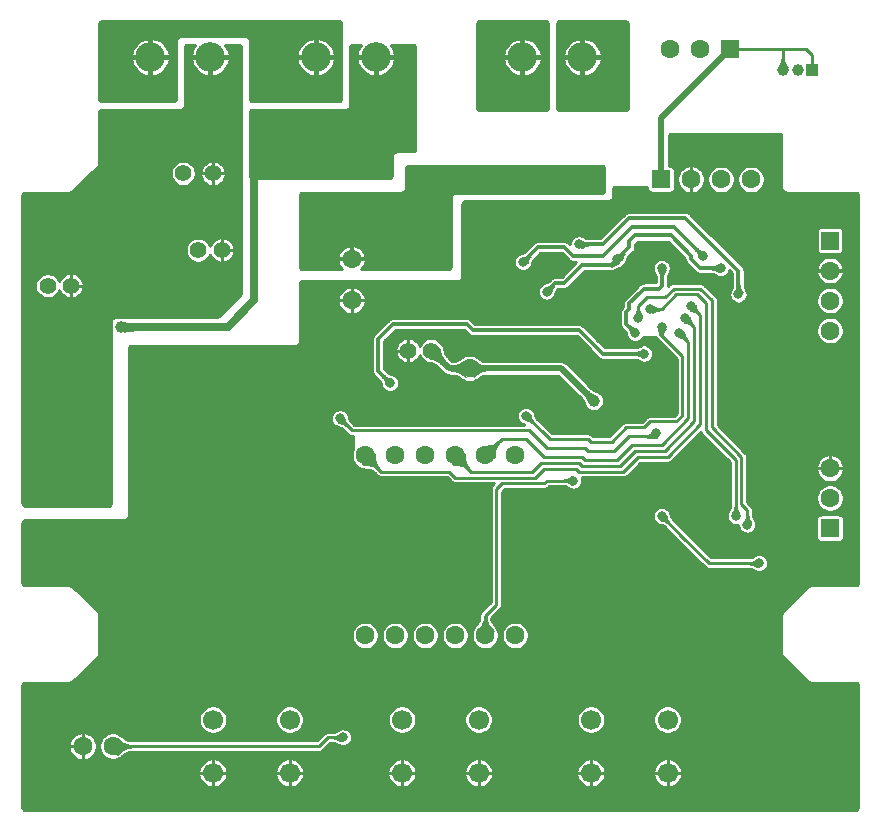
<source format=gbl>
%TF.GenerationSoftware,KiCad,Pcbnew,(5.1.12)-1*%
%TF.CreationDate,2022-05-11T19:33:38+09:00*%
%TF.ProjectId,RailcomSwitchChanger,5261696c-636f-46d5-9377-697463684368,rev?*%
%TF.SameCoordinates,PX632ea00PY7459280*%
%TF.FileFunction,Copper,L2,Bot*%
%TF.FilePolarity,Positive*%
%FSLAX46Y46*%
G04 Gerber Fmt 4.6, Leading zero omitted, Abs format (unit mm)*
G04 Created by KiCad (PCBNEW (5.1.12)-1) date 2022-05-11 19:33:38*
%MOMM*%
%LPD*%
G01*
G04 APERTURE LIST*
%TA.AperFunction,ComponentPad*%
%ADD10C,1.400000*%
%TD*%
%TA.AperFunction,ComponentPad*%
%ADD11C,1.600000*%
%TD*%
%TA.AperFunction,ComponentPad*%
%ADD12C,2.500000*%
%TD*%
%TA.AperFunction,ComponentPad*%
%ADD13R,1.600000X1.600000*%
%TD*%
%TA.AperFunction,ComponentPad*%
%ADD14R,1.600000X1.524000*%
%TD*%
%TA.AperFunction,ComponentPad*%
%ADD15R,1.524000X1.600000*%
%TD*%
%TA.AperFunction,ComponentPad*%
%ADD16C,1.700000*%
%TD*%
%TA.AperFunction,ComponentPad*%
%ADD17R,1.000000X1.000000*%
%TD*%
%TA.AperFunction,ComponentPad*%
%ADD18C,1.000000*%
%TD*%
%TA.AperFunction,ViaPad*%
%ADD19C,1.600000*%
%TD*%
%TA.AperFunction,ViaPad*%
%ADD20C,0.800000*%
%TD*%
%TA.AperFunction,ViaPad*%
%ADD21C,1.000000*%
%TD*%
%TA.AperFunction,Conductor*%
%ADD22C,0.400000*%
%TD*%
%TA.AperFunction,Conductor*%
%ADD23C,0.250000*%
%TD*%
%TA.AperFunction,Conductor*%
%ADD24C,0.300000*%
%TD*%
%TA.AperFunction,Conductor*%
%ADD25C,0.500000*%
%TD*%
%TA.AperFunction,Conductor*%
%ADD26C,0.700000*%
%TD*%
%TA.AperFunction,Conductor*%
%ADD27C,0.100000*%
%TD*%
%TA.AperFunction,Conductor*%
%ADD28C,0.025400*%
%TD*%
G04 APERTURE END LIST*
D10*
%TO.P,C1,2*%
%TO.N,GNDA*%
X16750000Y54500000D03*
%TO.P,C1,1*%
%TO.N,Net-(C1-Pad1)*%
X14250000Y54500000D03*
%TD*%
%TO.P,C2,2*%
%TO.N,Net-(C2-Pad2)*%
X2750000Y45000000D03*
%TO.P,C2,1*%
%TO.N,GNDA*%
X4750000Y45000000D03*
%TD*%
%TO.P,C3,2*%
%TO.N,GNDA*%
X17500000Y48000000D03*
%TO.P,C3,1*%
%TO.N,+5VA*%
X15500000Y48000000D03*
%TD*%
%TO.P,C14,1*%
%TO.N,+5V*%
X35250000Y39500000D03*
%TO.P,C14,2*%
%TO.N,GND*%
X33250000Y39500000D03*
%TD*%
D11*
%TO.P,D15,1*%
%TO.N,Net-(D15-Pad1)*%
X29650000Y15380000D03*
%TO.P,D15,2*%
%TO.N,Net-(D15-Pad2)*%
X32190000Y15380000D03*
%TO.P,D15,3*%
%TO.N,Net-(D15-Pad3)*%
X34730000Y15380000D03*
%TO.P,D15,4*%
%TO.N,Net-(D15-Pad4)*%
X37270000Y15380000D03*
%TO.P,D15,5*%
%TO.N,Net-(D15-Pad5)*%
X39810000Y15380000D03*
%TO.P,D15,6*%
%TO.N,7SEG_SEL_3*%
X42350000Y15380000D03*
%TO.P,D15,7*%
%TO.N,Net-(D15-Pad7)*%
X42350000Y30620000D03*
%TO.P,D15,8*%
%TO.N,7SEG_SEL_2*%
X39810000Y30620000D03*
%TO.P,D15,9*%
%TO.N,7SEG_SEL_1*%
X37270000Y30620000D03*
%TO.P,D15,10*%
%TO.N,Net-(D15-Pad10)*%
X34730000Y30620000D03*
%TO.P,D15,11*%
%TO.N,Net-(D15-Pad11)*%
X32190000Y30620000D03*
%TO.P,D15,12*%
%TO.N,7SEG_SEL_0*%
X29650000Y30620000D03*
%TD*%
D12*
%TO.P,J1,1*%
%TO.N,GNDA*%
X16540000Y64350000D03*
%TO.P,J1,2*%
%TO.N,RAIL+*%
X11460000Y64350000D03*
%TD*%
%TO.P,J2,1*%
%TO.N,RAIL-*%
X30540000Y64350000D03*
%TO.P,J2,2*%
%TO.N,RAIL+*%
X25460000Y64350000D03*
%TD*%
D13*
%TO.P,J11,1*%
%TO.N,+5V*%
X69000000Y24460000D03*
D11*
%TO.P,J11,2*%
%TO.N,UPDI*%
X69000000Y27000000D03*
%TO.P,J11,3*%
%TO.N,GND*%
X69000000Y29540000D03*
%TD*%
%TO.P,J12,4*%
%TO.N,MCU_TXD1*%
X62310000Y54000000D03*
%TO.P,J12,3*%
%TO.N,MCU_RXD1*%
X59770000Y54000000D03*
%TO.P,J12,2*%
%TO.N,GND*%
X57230000Y54000000D03*
D14*
%TO.P,J12,1*%
%TO.N,+5V*%
X54690000Y54000000D03*
%TD*%
D11*
%TO.P,J13,1*%
%TO.N,PROG_JP*%
X8270000Y6000000D03*
%TO.P,J13,2*%
%TO.N,GND*%
X5730000Y6000000D03*
%TD*%
D12*
%TO.P,J14,1*%
%TO.N,SW_OUT+*%
X48040000Y64350000D03*
%TO.P,J14,2*%
%TO.N,SW_OUT-*%
X42960000Y64350000D03*
%TD*%
D11*
%TO.P,J15,4*%
%TO.N,MCU_RXD0*%
X69000000Y41190000D03*
%TO.P,J15,3*%
%TO.N,Net-(J15-Pad3)*%
X69000000Y43730000D03*
%TO.P,J15,2*%
%TO.N,GND*%
X69000000Y46270000D03*
D15*
%TO.P,J15,1*%
%TO.N,+5V*%
X69000000Y48810000D03*
%TD*%
D16*
%TO.P,SW1,1*%
%TO.N,SET_C_BTN*%
X16750000Y8250000D03*
%TO.P,SW1,2*%
X23250000Y8250000D03*
%TO.P,SW1,3*%
%TO.N,GND*%
X16750000Y3750000D03*
%TO.P,SW1,4*%
X23250000Y3750000D03*
%TD*%
%TO.P,SW2,4*%
%TO.N,GND*%
X39250000Y3750000D03*
%TO.P,SW2,3*%
X32750000Y3750000D03*
%TO.P,SW2,2*%
%TO.N,SET_T_BTN*%
X39250000Y8250000D03*
%TO.P,SW2,1*%
X32750000Y8250000D03*
%TD*%
%TO.P,SW3,1*%
%TO.N,CLR_BTN*%
X48750000Y8250000D03*
%TO.P,SW3,2*%
X55250000Y8250000D03*
%TO.P,SW3,3*%
%TO.N,GND*%
X48750000Y3750000D03*
%TO.P,SW3,4*%
X55250000Y3750000D03*
%TD*%
D11*
%TO.P,C12,1*%
%TO.N,+12V*%
X28500000Y47250000D03*
%TO.P,C12,2*%
%TO.N,GND*%
X28500000Y43750000D03*
%TD*%
D13*
%TO.P,J16,1*%
%TO.N,+5V*%
X60540000Y65000000D03*
D11*
%TO.P,J16,2*%
%TO.N,/rsc_mcu/SENSOR_IN*%
X58000000Y65000000D03*
%TO.P,J16,3*%
%TO.N,GND*%
X55460000Y65000000D03*
%TD*%
D17*
%TO.P,J17,1*%
%TO.N,+5V*%
X67500000Y63250000D03*
D18*
%TO.P,J17,2*%
%TO.N,/rsc_mcu/SENSOR_IN*%
X66250000Y63250000D03*
%TO.P,J17,3*%
%TO.N,+5V*%
X65000000Y63250000D03*
%TD*%
D19*
%TO.N,GNDA*%
X16000000Y61000000D03*
X16000000Y57000000D03*
X15000000Y50750000D03*
X16500000Y44250000D03*
X8750000Y56000000D03*
X6250000Y47250000D03*
X6000000Y29000000D03*
X3000000Y29000000D03*
D20*
X2000000Y37250000D03*
D19*
%TO.N,GND*%
X63250000Y38500000D03*
X62500000Y35000000D03*
D20*
X55250000Y38000000D03*
D19*
X26000000Y21000000D03*
X16000000Y21000000D03*
X6000000Y21000000D03*
X36000000Y21000000D03*
X66000000Y21000000D03*
X26000000Y11000000D03*
X16000000Y11000000D03*
X6000000Y11000000D03*
X46000000Y11000000D03*
X66000000Y32000000D03*
X46000000Y21000000D03*
X57000000Y11000000D03*
X36000000Y11000000D03*
X65500000Y41000000D03*
X65250000Y45000000D03*
X57000000Y21000000D03*
X26000000Y31000000D03*
X33500000Y36250000D03*
X32000000Y44000000D03*
X39500000Y48000000D03*
X37500000Y40000000D03*
X48750000Y33250000D03*
X59500000Y29500000D03*
X53250000Y28250000D03*
X69000000Y51500000D03*
X40750000Y43250000D03*
X46000000Y46750000D03*
D21*
X45250000Y51500000D03*
X47000000Y51500000D03*
X41000000Y51500000D03*
X39250000Y51500000D03*
X53100000Y48250000D03*
X59500000Y45000000D03*
X60000000Y50000000D03*
X63250000Y50750000D03*
X56000000Y52000000D03*
X38250000Y35800000D03*
X40250000Y34500000D03*
X50750000Y36250000D03*
X63250000Y57250000D03*
X56000000Y57250000D03*
D19*
X27250000Y40500000D03*
D21*
%TO.N,+5V*%
X49000000Y35250000D03*
D19*
X38500000Y38000000D03*
%TO.N,+12V*%
X25750000Y47750000D03*
X30250000Y49250000D03*
X33250000Y49250000D03*
X35500000Y50750000D03*
D21*
X42750000Y53750000D03*
X48750000Y53750000D03*
D19*
%TO.N,SW_OUT+*%
X47000000Y61000000D03*
X50500000Y61000000D03*
%TO.N,SW_OUT-*%
X44000000Y61000000D03*
X40500000Y61000000D03*
D21*
%TO.N,RAIL-*%
X9000000Y41500000D03*
D19*
X30000000Y61000000D03*
X21000000Y59000000D03*
X33000000Y61000000D03*
X28000000Y59000000D03*
%TO.N,RAIL+*%
X8000000Y62000000D03*
X23000000Y62000000D03*
D20*
%TO.N,Net-(D15-Pad5)*%
X47250000Y28500000D03*
%TO.N,7SEG_SEL_3*%
X43250000Y34000000D03*
X54750000Y41500000D03*
%TO.N,7SEG_SEL_2*%
X56250000Y41000000D03*
%TO.N,7SEG_SEL_1*%
X56750000Y42250000D03*
%TO.N,7SEG_SEL_0*%
X57250000Y43250000D03*
%TO.N,PROG_JP*%
X27750000Y6750000D03*
%TO.N,MCU_RXD0*%
X53250000Y39250000D03*
X31750000Y36750000D03*
%TO.N,SW_C*%
X61250000Y44250000D03*
X47750000Y48500000D03*
%TO.N,SW_T*%
X43000000Y47000000D03*
X58250000Y47500000D03*
%TO.N,Net-(Q13-Pad1)*%
X45000000Y44500000D03*
X51000000Y47250000D03*
X59750000Y46500000D03*
%TO.N,DCC_IN*%
X54250000Y32500000D03*
X27500000Y33750000D03*
%TO.N,LED_C*%
X53750000Y43000000D03*
X61000000Y25500000D03*
%TO.N,LED_T*%
X52750000Y42250000D03*
X62000000Y24750000D03*
%TO.N,LED_REGISTERED*%
X54750000Y25500000D03*
X63000000Y21500000D03*
%TO.N,LOCK*%
X52500000Y41000000D03*
X54750000Y46500000D03*
%TD*%
D22*
%TO.N,GNDA*%
X16540000Y64350000D02*
X14650000Y64350000D01*
X16540000Y64350000D02*
X18650000Y64350000D01*
X16540000Y64350000D02*
X16540000Y62290000D01*
D23*
X17500000Y48000000D02*
X17500000Y46000000D01*
X17500000Y48000000D02*
X17500000Y49750000D01*
X17500000Y48000000D02*
X18750000Y48000000D01*
X16750000Y54500000D02*
X18250000Y54500000D01*
X16750000Y54500000D02*
X16750000Y53000000D01*
X16750000Y54500000D02*
X16750000Y56000000D01*
X16750000Y54500000D02*
X15500000Y54500000D01*
D22*
X16000000Y61000000D02*
X16000000Y57000000D01*
D23*
X4750000Y45000000D02*
X4750000Y43500000D01*
X4750000Y45000000D02*
X6250000Y45000000D01*
X4750000Y45000000D02*
X4750000Y46500000D01*
D24*
X6000000Y29000000D02*
X3000000Y29000000D01*
X2000000Y30000000D02*
X3000000Y29000000D01*
X2000000Y37250000D02*
X2000000Y30000000D01*
X4750000Y40000000D02*
X2000000Y37250000D01*
X4750000Y43500000D02*
X4750000Y40000000D01*
D23*
%TO.N,GND*%
X5730000Y6000000D02*
X5730000Y4270000D01*
X5730000Y6000000D02*
X5730000Y7980000D01*
X5730000Y6000000D02*
X3750000Y6000000D01*
X16750000Y3750000D02*
X16750000Y5250000D01*
X16750000Y3750000D02*
X15250000Y3750000D01*
X16750000Y3750000D02*
X16750000Y2250000D01*
X16750000Y3750000D02*
X18750000Y3750000D01*
X23250000Y3750000D02*
X21500000Y3750000D01*
X23250000Y3750000D02*
X25000000Y3750000D01*
X23250000Y3750000D02*
X23250000Y5250000D01*
X23250000Y3750000D02*
X23250000Y2250000D01*
X32750000Y3750000D02*
X32750000Y5250000D01*
X32750000Y3750000D02*
X32750000Y2250000D01*
X32750000Y3750000D02*
X34250000Y3750000D01*
X32750000Y3750000D02*
X31000000Y3750000D01*
X39250000Y3750000D02*
X37500000Y3750000D01*
X39250000Y3750000D02*
X39250000Y5250000D01*
X39250000Y3750000D02*
X41000000Y3750000D01*
X39250000Y3750000D02*
X39250000Y2250000D01*
X48750000Y3750000D02*
X47250000Y3750000D01*
X48750000Y3750000D02*
X48750000Y5250000D01*
X48750000Y3750000D02*
X48750000Y2250000D01*
X55250000Y3750000D02*
X55250000Y5250000D01*
X55250000Y3750000D02*
X55250000Y2250000D01*
X55250000Y3750000D02*
X53500000Y3750000D01*
X48750000Y3750000D02*
X50250000Y3750000D01*
X55250000Y3750000D02*
X57000000Y3750000D01*
X69000000Y29540000D02*
X70710000Y29540000D01*
X70710000Y29540000D02*
X70750000Y29580000D01*
X70520000Y37730000D02*
X70750000Y37500000D01*
X69000000Y37730000D02*
X70520000Y37730000D01*
X70750000Y29580000D02*
X70750000Y37500000D01*
X69000000Y37730000D02*
X67020000Y37730000D01*
X69000000Y29540000D02*
X69000000Y31000000D01*
X67000000Y37750000D02*
X67020000Y37730000D01*
X28500000Y43750000D02*
X27000000Y43750000D01*
X28500000Y43750000D02*
X30000000Y43750000D01*
X28500000Y43750000D02*
X28500000Y42250000D01*
X33250000Y39500000D02*
X33250000Y38000000D01*
X33250000Y39500000D02*
X33250000Y41000000D01*
X33250000Y39500000D02*
X31750000Y39500000D01*
X66000000Y46000000D02*
X67000000Y46000000D01*
X67000000Y47750000D02*
X67000000Y46000000D01*
X66000000Y41000000D02*
X67000000Y41000000D01*
X67000000Y41000000D02*
X67000000Y37750000D01*
X67000000Y46000000D02*
X67000000Y41000000D01*
X65500000Y41000000D02*
X66000000Y41000000D01*
X63250000Y38750000D02*
X65500000Y41000000D01*
X58250000Y28250000D02*
X59500000Y29500000D01*
X53250000Y28250000D02*
X58250000Y28250000D01*
X63250000Y35750000D02*
X62500000Y35000000D01*
X63250000Y38750000D02*
X63250000Y35750000D01*
X63250000Y35750000D02*
X66000000Y35750000D01*
X66000000Y35750000D02*
X66000000Y32000000D01*
D24*
X69000000Y46270000D02*
X67230000Y46270000D01*
X67230000Y46270000D02*
X66750000Y46750000D01*
X69000000Y46270000D02*
X70730000Y46270000D01*
D23*
X57230000Y54000000D02*
X57230000Y52520000D01*
X57230000Y54000000D02*
X57230000Y55480000D01*
X41000000Y51500000D02*
X45250000Y51500000D01*
X58000000Y52000000D02*
X60000000Y50000000D01*
X56000000Y52000000D02*
X58000000Y52000000D01*
X60000000Y50000000D02*
X60750000Y50750000D01*
X60750000Y50750000D02*
X63250000Y50750000D01*
X28500000Y43750000D02*
X28500000Y45000000D01*
X46000000Y8000000D02*
X48750000Y5250000D01*
X46000000Y11000000D02*
X46000000Y8000000D01*
X66040000Y29540000D02*
X66000000Y29500000D01*
X69000000Y29540000D02*
X66040000Y29540000D01*
X66000000Y29500000D02*
X66000000Y32000000D01*
X66000000Y21000000D02*
X66000000Y29500000D01*
X40250000Y34500000D02*
X38500000Y34500000D01*
X38250000Y34750000D02*
X38250000Y35800000D01*
X38500000Y34500000D02*
X38250000Y34750000D01*
X33500000Y37750000D02*
X33250000Y38000000D01*
X33500000Y36250000D02*
X33500000Y37750000D01*
X33500000Y36250000D02*
X35250000Y36250000D01*
X35700000Y35800000D02*
X38250000Y35800000D01*
X35250000Y36250000D02*
X35700000Y35800000D01*
X64000000Y19000000D02*
X59000000Y19000000D01*
X66000000Y21000000D02*
X64000000Y19000000D01*
X46000000Y19000000D02*
X46000000Y21000000D01*
X57000000Y21000000D02*
X57000000Y19000000D01*
X57000000Y19000000D02*
X46000000Y19000000D01*
X59000000Y19000000D02*
X57000000Y19000000D01*
D25*
%TO.N,+5V*%
X36750000Y38000000D02*
X35250000Y39500000D01*
X49000000Y35250000D02*
X46250000Y38000000D01*
X54690000Y59150000D02*
X60540000Y65000000D01*
X54690000Y54000000D02*
X54690000Y59150000D01*
X38250000Y38000000D02*
X36750000Y38000000D01*
X46250000Y38000000D02*
X38250000Y38000000D01*
D23*
X60540000Y65000000D02*
X65000000Y65000000D01*
X65000000Y65000000D02*
X65000000Y63250000D01*
X65000000Y65000000D02*
X67000000Y65000000D01*
X67500000Y64500000D02*
X67500000Y63250000D01*
X67000000Y65000000D02*
X67500000Y64500000D01*
D22*
%TO.N,+12V*%
X26500000Y47000000D02*
X25750000Y47750000D01*
D24*
X28500000Y47250000D02*
X26750000Y47250000D01*
X28500000Y47250000D02*
X30250000Y47250000D01*
X28500000Y49000000D02*
X28250000Y49250000D01*
X28500000Y47250000D02*
X28500000Y49000000D01*
D22*
X28250000Y49250000D02*
X29250000Y49250000D01*
X28000000Y49250000D02*
X28250000Y49250000D01*
%TO.N,SW_OUT+*%
X48040000Y64350000D02*
X48040000Y61040000D01*
X48040000Y61040000D02*
X48000000Y61000000D01*
X48000000Y61000000D02*
X46500000Y61000000D01*
X48040000Y64350000D02*
X46350000Y64350000D01*
X48040000Y64350000D02*
X48040000Y66460000D01*
X48040000Y64350000D02*
X50400000Y64350000D01*
%TO.N,SW_OUT-*%
X42960000Y64350000D02*
X42960000Y61040000D01*
X42960000Y61040000D02*
X43000000Y61000000D01*
X43000000Y61000000D02*
X44000000Y61000000D01*
X42960000Y64350000D02*
X40850000Y64350000D01*
X42960000Y64350000D02*
X42960000Y66540000D01*
X42960000Y64350000D02*
X44650000Y64350000D01*
%TO.N,RAIL-*%
X29500000Y58750000D02*
X30540000Y59790000D01*
X20250000Y57500000D02*
X21500000Y58750000D01*
D26*
X20250000Y43750000D02*
X20250000Y57500000D01*
X18000000Y41500000D02*
X20250000Y43750000D01*
X9000000Y41500000D02*
X18000000Y41500000D01*
D22*
X30540000Y60540000D02*
X30460000Y60540000D01*
X30540000Y59790000D02*
X30540000Y60540000D01*
X30540000Y60540000D02*
X30540000Y64600000D01*
X30460000Y60540000D02*
X30000000Y61000000D01*
X25750000Y58750000D02*
X25250000Y58750000D01*
X21500000Y58750000D02*
X25750000Y58750000D01*
X25750000Y58750000D02*
X29500000Y58750000D01*
X30540000Y64350000D02*
X28600000Y64350000D01*
X30540000Y64350000D02*
X32650000Y64350000D01*
%TO.N,RAIL+*%
X11460000Y64350000D02*
X9100000Y64350000D01*
X25460000Y64350000D02*
X27400000Y64350000D01*
X11460000Y64350000D02*
X13400000Y64350000D01*
X11460000Y66710000D02*
X11960000Y66710000D01*
X25460000Y64350000D02*
X23350000Y64350000D01*
X22750000Y66750000D02*
X23350000Y66150000D01*
X25460000Y66960000D02*
X25460000Y62210000D01*
X23350000Y66150000D02*
X23350000Y64350000D01*
X11960000Y66710000D02*
X12000000Y66750000D01*
X12000000Y66750000D02*
X22750000Y66750000D01*
X11460000Y62040000D02*
X11460000Y66710000D01*
X8000000Y63250000D02*
X9100000Y64350000D01*
X8000000Y62000000D02*
X8000000Y63250000D01*
X23000000Y64000000D02*
X23350000Y64350000D01*
X23000000Y62000000D02*
X23000000Y64000000D01*
D23*
%TO.N,Net-(D15-Pad5)*%
X39810000Y17060000D02*
X39810000Y15380000D01*
X40750000Y18000000D02*
X39810000Y17060000D01*
X40750000Y27750000D02*
X40750000Y18000000D01*
X41250000Y28250000D02*
X40750000Y27750000D01*
X44750000Y28250000D02*
X41250000Y28250000D01*
X45000000Y28500000D02*
X44750000Y28250000D01*
X47250000Y28500000D02*
X45000000Y28500000D01*
%TO.N,7SEG_SEL_3*%
X45250000Y32000000D02*
X44750000Y32500000D01*
X48750000Y31750000D02*
X48500000Y32000000D01*
X44750000Y32500000D02*
X43250000Y34000000D01*
X53250000Y33000000D02*
X51750000Y33000000D01*
X51750000Y33000000D02*
X50500000Y31750000D01*
X53750000Y33500000D02*
X53250000Y33000000D01*
X48500000Y32000000D02*
X45250000Y32000000D01*
X56500000Y39000000D02*
X56500000Y34000000D01*
X56000000Y33500000D02*
X53750000Y33500000D01*
X56500000Y34000000D02*
X56000000Y33500000D01*
X54750000Y40750000D02*
X56500000Y39000000D01*
X50500000Y31750000D02*
X48750000Y31750000D01*
X54750000Y41500000D02*
X54750000Y40750000D01*
%TO.N,7SEG_SEL_2*%
X57000000Y33750000D02*
X57000000Y40250000D01*
X54750000Y31500000D02*
X57000000Y33750000D01*
X52250000Y31500000D02*
X54750000Y31500000D01*
X51000000Y30250000D02*
X52250000Y31500000D01*
X48250000Y30250000D02*
X51000000Y30250000D01*
X48000000Y30500000D02*
X48250000Y30250000D01*
X57000000Y40250000D02*
X56250000Y41000000D01*
X44750000Y30500000D02*
X48000000Y30500000D01*
X43250000Y32000000D02*
X44750000Y30500000D01*
X41190000Y32000000D02*
X43250000Y32000000D01*
X39810000Y30620000D02*
X41190000Y32000000D01*
%TO.N,7SEG_SEL_1*%
X38640000Y29250000D02*
X37270000Y30620000D01*
X44500000Y30000000D02*
X43750000Y29250000D01*
X43750000Y29250000D02*
X38640000Y29250000D01*
X48000000Y29750000D02*
X47750000Y30000000D01*
X51250000Y29750000D02*
X48000000Y29750000D01*
X52500000Y31000000D02*
X51250000Y29750000D01*
X55000000Y31000000D02*
X52500000Y31000000D01*
X57500000Y33500000D02*
X55000000Y31000000D01*
X47750000Y30000000D02*
X44500000Y30000000D01*
X57500000Y41500000D02*
X57500000Y33500000D01*
X56750000Y42250000D02*
X57500000Y41500000D01*
%TO.N,7SEG_SEL_0*%
X57250000Y43250000D02*
X58000000Y42500000D01*
X31010000Y29260000D02*
X29650000Y30620000D01*
X58000000Y42500000D02*
X58000000Y33250000D01*
X58000000Y33250000D02*
X55250000Y30500000D01*
X55250000Y30500000D02*
X52750000Y30500000D01*
X51500000Y29250000D02*
X47750000Y29250000D01*
X44000000Y28750000D02*
X37250000Y28750000D01*
X36750000Y29250000D02*
X31020000Y29250000D01*
X52750000Y30500000D02*
X51500000Y29250000D01*
X31020000Y29250000D02*
X31010000Y29260000D01*
X47750000Y29250000D02*
X47500000Y29500000D01*
X47500000Y29500000D02*
X44750000Y29500000D01*
X44750000Y29500000D02*
X44000000Y28750000D01*
X37250000Y28750000D02*
X36750000Y29250000D01*
%TO.N,PROG_JP*%
X26500000Y6750000D02*
X27750000Y6750000D01*
X25750000Y6000000D02*
X26500000Y6750000D01*
X8270000Y6000000D02*
X25750000Y6000000D01*
D24*
%TO.N,MCU_RXD0*%
X47750000Y41250000D02*
X49000000Y40000000D01*
X38750000Y41250000D02*
X47750000Y41250000D01*
X38250000Y41750000D02*
X38750000Y41250000D01*
X49500000Y39500000D02*
X49000000Y40000000D01*
X49750000Y39250000D02*
X49500000Y39500000D01*
X53250000Y39250000D02*
X49750000Y39250000D01*
X30750000Y40500000D02*
X32000000Y41750000D01*
X30750000Y37750000D02*
X30750000Y40500000D01*
X31750000Y36750000D02*
X30750000Y37750000D01*
X32000000Y41750000D02*
X38250000Y41750000D01*
%TO.N,SW_C*%
X56750000Y50750000D02*
X61250000Y46250000D01*
X61250000Y46250000D02*
X61250000Y44250000D01*
X52000000Y50750000D02*
X56750000Y50750000D01*
X49750000Y48500000D02*
X52000000Y50750000D01*
X47750000Y48500000D02*
X49750000Y48500000D01*
%TO.N,SW_T*%
X44250000Y48250000D02*
X43000000Y47000000D01*
X46500000Y48250000D02*
X44250000Y48250000D01*
X47250000Y47500000D02*
X46500000Y48250000D01*
X49750000Y47500000D02*
X47250000Y47500000D01*
X52250000Y50000000D02*
X49750000Y47500000D01*
X55750000Y50000000D02*
X52250000Y50000000D01*
X58250000Y47500000D02*
X55750000Y50000000D01*
%TO.N,Net-(Q13-Pad1)*%
X50500000Y46750000D02*
X50750000Y47000000D01*
X46500000Y45250000D02*
X48000000Y46750000D01*
X45750000Y45250000D02*
X46500000Y45250000D01*
X48000000Y46750000D02*
X50500000Y46750000D01*
X45000000Y44500000D02*
X45750000Y45250000D01*
X58000000Y46500000D02*
X58750000Y46500000D01*
X57250000Y47250000D02*
X58000000Y46500000D01*
X57250000Y47500000D02*
X57250000Y47250000D01*
X55500000Y49250000D02*
X57250000Y47500000D01*
X58750000Y46500000D02*
X59750000Y46500000D01*
X52500000Y49250000D02*
X55500000Y49250000D01*
X52000000Y48750000D02*
X52500000Y49250000D01*
X52000000Y48250000D02*
X52000000Y48750000D01*
X51000000Y47250000D02*
X52000000Y48250000D01*
D23*
%TO.N,DCC_IN*%
X54250000Y32500000D02*
X54000000Y32500000D01*
X54000000Y32250000D02*
X54250000Y32500000D01*
X48500000Y31000000D02*
X50750000Y31000000D01*
X52000000Y32250000D02*
X54000000Y32250000D01*
X48250000Y31250000D02*
X48500000Y31000000D01*
X43500000Y32750000D02*
X45000000Y31250000D01*
X28500000Y32750000D02*
X43500000Y32750000D01*
X50750000Y31000000D02*
X52000000Y32250000D01*
X45000000Y31250000D02*
X48250000Y31250000D01*
X27500000Y33750000D02*
X28500000Y32750000D01*
%TO.N,LED_C*%
X54750000Y43000000D02*
X53750000Y43000000D01*
X56000000Y44250000D02*
X54750000Y43000000D01*
X57750000Y44250000D02*
X56000000Y44250000D01*
X58500000Y43500000D02*
X57750000Y44250000D01*
X58500000Y32750000D02*
X58500000Y43500000D01*
X61000000Y30250000D02*
X58500000Y32750000D01*
X61000000Y25500000D02*
X61000000Y30250000D01*
%TO.N,LED_T*%
X52750000Y43250000D02*
X52750000Y42250000D01*
X53500000Y44000000D02*
X52750000Y43250000D01*
X55750000Y44750000D02*
X55000000Y44000000D01*
X58000000Y44750000D02*
X55750000Y44750000D01*
X59000000Y33000000D02*
X59000000Y43750000D01*
X55000000Y44000000D02*
X53500000Y44000000D01*
X61500000Y30500000D02*
X59000000Y33000000D01*
X61500000Y26500000D02*
X61500000Y30500000D01*
X62000000Y26000000D02*
X61500000Y26500000D01*
X59000000Y43750000D02*
X58000000Y44750000D01*
X62000000Y24750000D02*
X62000000Y26000000D01*
%TO.N,LED_REGISTERED*%
X56500000Y23750000D02*
X54750000Y25500000D01*
X58750000Y21500000D02*
X56500000Y23750000D01*
X63000000Y21500000D02*
X58750000Y21500000D01*
D24*
%TO.N,LOCK*%
X52500000Y41000000D02*
X51750000Y41750000D01*
X51750000Y41750000D02*
X51750000Y42250000D01*
X51750000Y42250000D02*
X51750000Y42750000D01*
X51750000Y42750000D02*
X52000000Y43000000D01*
X52000000Y43000000D02*
X52000000Y43500000D01*
X52000000Y43500000D02*
X53000000Y44500000D01*
X53000000Y44500000D02*
X53250000Y44750000D01*
X54750000Y45000000D02*
X54750000Y46500000D01*
X54500000Y44750000D02*
X54750000Y45000000D01*
X53250000Y44750000D02*
X54500000Y44750000D01*
%TD*%
D23*
%TO.N,RAIL+*%
X27516032Y67359417D02*
X27572012Y67322012D01*
X27609417Y67266032D01*
X27625000Y67187690D01*
X27625000Y60812310D01*
X27609417Y60733968D01*
X27572012Y60677988D01*
X27516032Y60640583D01*
X27437690Y60625000D01*
X20062310Y60625000D01*
X19983968Y60640583D01*
X19927988Y60677988D01*
X19890583Y60733968D01*
X19875000Y60812310D01*
X19875000Y64510049D01*
X23835000Y64510049D01*
X23835000Y64189951D01*
X23897448Y63876005D01*
X24019943Y63580274D01*
X24197780Y63314123D01*
X24424123Y63087780D01*
X24690274Y62909943D01*
X24986005Y62787448D01*
X25299951Y62725000D01*
X25620049Y62725000D01*
X25933995Y62787448D01*
X26229726Y62909943D01*
X26495877Y63087780D01*
X26722220Y63314123D01*
X26900057Y63580274D01*
X27022552Y63876005D01*
X27085000Y64189951D01*
X27085000Y64510049D01*
X27022552Y64823995D01*
X26900057Y65119726D01*
X26722220Y65385877D01*
X26495877Y65612220D01*
X26229726Y65790057D01*
X25933995Y65912552D01*
X25620049Y65975000D01*
X25299951Y65975000D01*
X24986005Y65912552D01*
X24690274Y65790057D01*
X24424123Y65612220D01*
X24197780Y65385877D01*
X24019943Y65119726D01*
X23897448Y64823995D01*
X23835000Y64510049D01*
X19875000Y64510049D01*
X19875000Y65700000D01*
X19872598Y65724386D01*
X19849762Y65839191D01*
X19842649Y65862640D01*
X19831098Y65884251D01*
X19766066Y65981578D01*
X19750520Y66000520D01*
X19731578Y66016066D01*
X19634251Y66081098D01*
X19612641Y66092649D01*
X19589191Y66099762D01*
X19474386Y66122598D01*
X19450000Y66125000D01*
X14050000Y66125000D01*
X14025614Y66122598D01*
X13910809Y66099762D01*
X13887360Y66092649D01*
X13865749Y66081098D01*
X13768422Y66016066D01*
X13749480Y66000520D01*
X13733934Y65981578D01*
X13668902Y65884251D01*
X13657351Y65862641D01*
X13650238Y65839191D01*
X13627402Y65724386D01*
X13625000Y65700000D01*
X13625000Y60812310D01*
X13609417Y60733968D01*
X13572012Y60677988D01*
X13516032Y60640583D01*
X13437690Y60625000D01*
X7312310Y60625000D01*
X7233968Y60640583D01*
X7177988Y60677988D01*
X7140583Y60733968D01*
X7125000Y60812310D01*
X7125000Y64510049D01*
X9835000Y64510049D01*
X9835000Y64189951D01*
X9897448Y63876005D01*
X10019943Y63580274D01*
X10197780Y63314123D01*
X10424123Y63087780D01*
X10690274Y62909943D01*
X10986005Y62787448D01*
X11299951Y62725000D01*
X11620049Y62725000D01*
X11933995Y62787448D01*
X12229726Y62909943D01*
X12495877Y63087780D01*
X12722220Y63314123D01*
X12900057Y63580274D01*
X13022552Y63876005D01*
X13085000Y64189951D01*
X13085000Y64510049D01*
X13022552Y64823995D01*
X12900057Y65119726D01*
X12722220Y65385877D01*
X12495877Y65612220D01*
X12229726Y65790057D01*
X11933995Y65912552D01*
X11620049Y65975000D01*
X11299951Y65975000D01*
X10986005Y65912552D01*
X10690274Y65790057D01*
X10424123Y65612220D01*
X10197780Y65385877D01*
X10019943Y65119726D01*
X9897448Y64823995D01*
X9835000Y64510049D01*
X7125000Y64510049D01*
X7125000Y67187690D01*
X7140583Y67266032D01*
X7177988Y67322012D01*
X7233968Y67359417D01*
X7312310Y67375000D01*
X27437690Y67375000D01*
X27516032Y67359417D01*
%TA.AperFunction,Conductor*%
D27*
G36*
X27516032Y67359417D02*
G01*
X27572012Y67322012D01*
X27609417Y67266032D01*
X27625000Y67187690D01*
X27625000Y60812310D01*
X27609417Y60733968D01*
X27572012Y60677988D01*
X27516032Y60640583D01*
X27437690Y60625000D01*
X20062310Y60625000D01*
X19983968Y60640583D01*
X19927988Y60677988D01*
X19890583Y60733968D01*
X19875000Y60812310D01*
X19875000Y64510049D01*
X23835000Y64510049D01*
X23835000Y64189951D01*
X23897448Y63876005D01*
X24019943Y63580274D01*
X24197780Y63314123D01*
X24424123Y63087780D01*
X24690274Y62909943D01*
X24986005Y62787448D01*
X25299951Y62725000D01*
X25620049Y62725000D01*
X25933995Y62787448D01*
X26229726Y62909943D01*
X26495877Y63087780D01*
X26722220Y63314123D01*
X26900057Y63580274D01*
X27022552Y63876005D01*
X27085000Y64189951D01*
X27085000Y64510049D01*
X27022552Y64823995D01*
X26900057Y65119726D01*
X26722220Y65385877D01*
X26495877Y65612220D01*
X26229726Y65790057D01*
X25933995Y65912552D01*
X25620049Y65975000D01*
X25299951Y65975000D01*
X24986005Y65912552D01*
X24690274Y65790057D01*
X24424123Y65612220D01*
X24197780Y65385877D01*
X24019943Y65119726D01*
X23897448Y64823995D01*
X23835000Y64510049D01*
X19875000Y64510049D01*
X19875000Y65700000D01*
X19872598Y65724386D01*
X19849762Y65839191D01*
X19842649Y65862640D01*
X19831098Y65884251D01*
X19766066Y65981578D01*
X19750520Y66000520D01*
X19731578Y66016066D01*
X19634251Y66081098D01*
X19612641Y66092649D01*
X19589191Y66099762D01*
X19474386Y66122598D01*
X19450000Y66125000D01*
X14050000Y66125000D01*
X14025614Y66122598D01*
X13910809Y66099762D01*
X13887360Y66092649D01*
X13865749Y66081098D01*
X13768422Y66016066D01*
X13749480Y66000520D01*
X13733934Y65981578D01*
X13668902Y65884251D01*
X13657351Y65862641D01*
X13650238Y65839191D01*
X13627402Y65724386D01*
X13625000Y65700000D01*
X13625000Y60812310D01*
X13609417Y60733968D01*
X13572012Y60677988D01*
X13516032Y60640583D01*
X13437690Y60625000D01*
X7312310Y60625000D01*
X7233968Y60640583D01*
X7177988Y60677988D01*
X7140583Y60733968D01*
X7125000Y60812310D01*
X7125000Y64510049D01*
X9835000Y64510049D01*
X9835000Y64189951D01*
X9897448Y63876005D01*
X10019943Y63580274D01*
X10197780Y63314123D01*
X10424123Y63087780D01*
X10690274Y62909943D01*
X10986005Y62787448D01*
X11299951Y62725000D01*
X11620049Y62725000D01*
X11933995Y62787448D01*
X12229726Y62909943D01*
X12495877Y63087780D01*
X12722220Y63314123D01*
X12900057Y63580274D01*
X13022552Y63876005D01*
X13085000Y64189951D01*
X13085000Y64510049D01*
X13022552Y64823995D01*
X12900057Y65119726D01*
X12722220Y65385877D01*
X12495877Y65612220D01*
X12229726Y65790057D01*
X11933995Y65912552D01*
X11620049Y65975000D01*
X11299951Y65975000D01*
X10986005Y65912552D01*
X10690274Y65790057D01*
X10424123Y65612220D01*
X10197780Y65385877D01*
X10019943Y65119726D01*
X9897448Y64823995D01*
X9835000Y64510049D01*
X7125000Y64510049D01*
X7125000Y67187690D01*
X7140583Y67266032D01*
X7177988Y67322012D01*
X7233968Y67359417D01*
X7312310Y67375000D01*
X27437690Y67375000D01*
X27516032Y67359417D01*
G37*
%TD.AperFunction*%
%TD*%
D23*
%TO.N,RAIL-*%
X29099943Y65119726D02*
X28977448Y64823995D01*
X28915000Y64510049D01*
X28915000Y64189951D01*
X28977448Y63876005D01*
X29099943Y63580274D01*
X29277780Y63314123D01*
X29504123Y63087780D01*
X29770274Y62909943D01*
X30066005Y62787448D01*
X30379951Y62725000D01*
X30700049Y62725000D01*
X31013995Y62787448D01*
X31309726Y62909943D01*
X31575877Y63087780D01*
X31802220Y63314123D01*
X31980057Y63580274D01*
X32102552Y63876005D01*
X32165000Y64189951D01*
X32165000Y64510049D01*
X32102552Y64823995D01*
X31980057Y65119726D01*
X31809488Y65375000D01*
X33687690Y65375000D01*
X33766032Y65359417D01*
X33822012Y65322012D01*
X33859417Y65266032D01*
X33875000Y65187690D01*
X33875000Y56562310D01*
X33859417Y56483968D01*
X33822012Y56427988D01*
X33766032Y56390583D01*
X33687690Y56375000D01*
X32300000Y56375000D01*
X32275614Y56372598D01*
X32160809Y56349762D01*
X32137360Y56342649D01*
X32115749Y56331098D01*
X32018422Y56266066D01*
X31999480Y56250520D01*
X31983934Y56231578D01*
X31918902Y56134251D01*
X31907351Y56112641D01*
X31900238Y56089191D01*
X31877402Y55974386D01*
X31875000Y55950000D01*
X31875000Y54312310D01*
X31859417Y54233968D01*
X31822012Y54177988D01*
X31766032Y54140583D01*
X31687690Y54125000D01*
X20062310Y54125000D01*
X19983968Y54140583D01*
X19927988Y54177988D01*
X19890583Y54233968D01*
X19875000Y54312310D01*
X19875000Y59687690D01*
X19890583Y59766032D01*
X19927988Y59822012D01*
X19983968Y59859417D01*
X20062310Y59875000D01*
X27950000Y59875000D01*
X27974386Y59877402D01*
X28089191Y59900238D01*
X28112640Y59907351D01*
X28134251Y59918902D01*
X28231578Y59983934D01*
X28250520Y59999480D01*
X28266066Y60018422D01*
X28331098Y60115749D01*
X28342649Y60137359D01*
X28349762Y60160809D01*
X28372598Y60275614D01*
X28375000Y60300000D01*
X28375000Y65187690D01*
X28390583Y65266032D01*
X28427988Y65322012D01*
X28483968Y65359417D01*
X28562310Y65375000D01*
X29270512Y65375000D01*
X29099943Y65119726D01*
%TA.AperFunction,Conductor*%
D27*
G36*
X29099943Y65119726D02*
G01*
X28977448Y64823995D01*
X28915000Y64510049D01*
X28915000Y64189951D01*
X28977448Y63876005D01*
X29099943Y63580274D01*
X29277780Y63314123D01*
X29504123Y63087780D01*
X29770274Y62909943D01*
X30066005Y62787448D01*
X30379951Y62725000D01*
X30700049Y62725000D01*
X31013995Y62787448D01*
X31309726Y62909943D01*
X31575877Y63087780D01*
X31802220Y63314123D01*
X31980057Y63580274D01*
X32102552Y63876005D01*
X32165000Y64189951D01*
X32165000Y64510049D01*
X32102552Y64823995D01*
X31980057Y65119726D01*
X31809488Y65375000D01*
X33687690Y65375000D01*
X33766032Y65359417D01*
X33822012Y65322012D01*
X33859417Y65266032D01*
X33875000Y65187690D01*
X33875000Y56562310D01*
X33859417Y56483968D01*
X33822012Y56427988D01*
X33766032Y56390583D01*
X33687690Y56375000D01*
X32300000Y56375000D01*
X32275614Y56372598D01*
X32160809Y56349762D01*
X32137360Y56342649D01*
X32115749Y56331098D01*
X32018422Y56266066D01*
X31999480Y56250520D01*
X31983934Y56231578D01*
X31918902Y56134251D01*
X31907351Y56112641D01*
X31900238Y56089191D01*
X31877402Y55974386D01*
X31875000Y55950000D01*
X31875000Y54312310D01*
X31859417Y54233968D01*
X31822012Y54177988D01*
X31766032Y54140583D01*
X31687690Y54125000D01*
X20062310Y54125000D01*
X19983968Y54140583D01*
X19927988Y54177988D01*
X19890583Y54233968D01*
X19875000Y54312310D01*
X19875000Y59687690D01*
X19890583Y59766032D01*
X19927988Y59822012D01*
X19983968Y59859417D01*
X20062310Y59875000D01*
X27950000Y59875000D01*
X27974386Y59877402D01*
X28089191Y59900238D01*
X28112640Y59907351D01*
X28134251Y59918902D01*
X28231578Y59983934D01*
X28250520Y59999480D01*
X28266066Y60018422D01*
X28331098Y60115749D01*
X28342649Y60137359D01*
X28349762Y60160809D01*
X28372598Y60275614D01*
X28375000Y60300000D01*
X28375000Y65187690D01*
X28390583Y65266032D01*
X28427988Y65322012D01*
X28483968Y65359417D01*
X28562310Y65375000D01*
X29270512Y65375000D01*
X29099943Y65119726D01*
G37*
%TD.AperFunction*%
%TD*%
D23*
%TO.N,SW_OUT+*%
X51766032Y67359417D02*
X51822012Y67322012D01*
X51859417Y67266032D01*
X51875000Y67187690D01*
X51875000Y60062310D01*
X51859417Y59983968D01*
X51822012Y59927988D01*
X51766032Y59890583D01*
X51687690Y59875000D01*
X46062310Y59875000D01*
X45983968Y59890583D01*
X45927988Y59927988D01*
X45890583Y59983968D01*
X45875000Y60062310D01*
X45875000Y64510049D01*
X46415000Y64510049D01*
X46415000Y64189951D01*
X46477448Y63876005D01*
X46599943Y63580274D01*
X46777780Y63314123D01*
X47004123Y63087780D01*
X47270274Y62909943D01*
X47566005Y62787448D01*
X47879951Y62725000D01*
X48200049Y62725000D01*
X48513995Y62787448D01*
X48809726Y62909943D01*
X49075877Y63087780D01*
X49302220Y63314123D01*
X49480057Y63580274D01*
X49602552Y63876005D01*
X49665000Y64189951D01*
X49665000Y64510049D01*
X49602552Y64823995D01*
X49480057Y65119726D01*
X49302220Y65385877D01*
X49075877Y65612220D01*
X48809726Y65790057D01*
X48513995Y65912552D01*
X48200049Y65975000D01*
X47879951Y65975000D01*
X47566005Y65912552D01*
X47270274Y65790057D01*
X47004123Y65612220D01*
X46777780Y65385877D01*
X46599943Y65119726D01*
X46477448Y64823995D01*
X46415000Y64510049D01*
X45875000Y64510049D01*
X45875000Y67187690D01*
X45890583Y67266032D01*
X45927988Y67322012D01*
X45983968Y67359417D01*
X46062310Y67375000D01*
X51687690Y67375000D01*
X51766032Y67359417D01*
%TA.AperFunction,Conductor*%
D27*
G36*
X51766032Y67359417D02*
G01*
X51822012Y67322012D01*
X51859417Y67266032D01*
X51875000Y67187690D01*
X51875000Y60062310D01*
X51859417Y59983968D01*
X51822012Y59927988D01*
X51766032Y59890583D01*
X51687690Y59875000D01*
X46062310Y59875000D01*
X45983968Y59890583D01*
X45927988Y59927988D01*
X45890583Y59983968D01*
X45875000Y60062310D01*
X45875000Y64510049D01*
X46415000Y64510049D01*
X46415000Y64189951D01*
X46477448Y63876005D01*
X46599943Y63580274D01*
X46777780Y63314123D01*
X47004123Y63087780D01*
X47270274Y62909943D01*
X47566005Y62787448D01*
X47879951Y62725000D01*
X48200049Y62725000D01*
X48513995Y62787448D01*
X48809726Y62909943D01*
X49075877Y63087780D01*
X49302220Y63314123D01*
X49480057Y63580274D01*
X49602552Y63876005D01*
X49665000Y64189951D01*
X49665000Y64510049D01*
X49602552Y64823995D01*
X49480057Y65119726D01*
X49302220Y65385877D01*
X49075877Y65612220D01*
X48809726Y65790057D01*
X48513995Y65912552D01*
X48200049Y65975000D01*
X47879951Y65975000D01*
X47566005Y65912552D01*
X47270274Y65790057D01*
X47004123Y65612220D01*
X46777780Y65385877D01*
X46599943Y65119726D01*
X46477448Y64823995D01*
X46415000Y64510049D01*
X45875000Y64510049D01*
X45875000Y67187690D01*
X45890583Y67266032D01*
X45927988Y67322012D01*
X45983968Y67359417D01*
X46062310Y67375000D01*
X51687690Y67375000D01*
X51766032Y67359417D01*
G37*
%TD.AperFunction*%
%TD*%
D23*
%TO.N,SW_OUT-*%
X45016032Y67359417D02*
X45072012Y67322012D01*
X45109417Y67266032D01*
X45125000Y67187690D01*
X45125000Y60062310D01*
X45109417Y59983968D01*
X45072012Y59927988D01*
X45016032Y59890583D01*
X44937690Y59875000D01*
X39312310Y59875000D01*
X39233968Y59890583D01*
X39177988Y59927988D01*
X39140583Y59983968D01*
X39125000Y60062310D01*
X39125000Y64510049D01*
X41335000Y64510049D01*
X41335000Y64189951D01*
X41397448Y63876005D01*
X41519943Y63580274D01*
X41697780Y63314123D01*
X41924123Y63087780D01*
X42190274Y62909943D01*
X42486005Y62787448D01*
X42799951Y62725000D01*
X43120049Y62725000D01*
X43433995Y62787448D01*
X43729726Y62909943D01*
X43995877Y63087780D01*
X44222220Y63314123D01*
X44400057Y63580274D01*
X44522552Y63876005D01*
X44585000Y64189951D01*
X44585000Y64510049D01*
X44522552Y64823995D01*
X44400057Y65119726D01*
X44222220Y65385877D01*
X43995877Y65612220D01*
X43729726Y65790057D01*
X43433995Y65912552D01*
X43120049Y65975000D01*
X42799951Y65975000D01*
X42486005Y65912552D01*
X42190274Y65790057D01*
X41924123Y65612220D01*
X41697780Y65385877D01*
X41519943Y65119726D01*
X41397448Y64823995D01*
X41335000Y64510049D01*
X39125000Y64510049D01*
X39125000Y67187690D01*
X39140583Y67266032D01*
X39177988Y67322012D01*
X39233968Y67359417D01*
X39312310Y67375000D01*
X44937690Y67375000D01*
X45016032Y67359417D01*
%TA.AperFunction,Conductor*%
D27*
G36*
X45016032Y67359417D02*
G01*
X45072012Y67322012D01*
X45109417Y67266032D01*
X45125000Y67187690D01*
X45125000Y60062310D01*
X45109417Y59983968D01*
X45072012Y59927988D01*
X45016032Y59890583D01*
X44937690Y59875000D01*
X39312310Y59875000D01*
X39233968Y59890583D01*
X39177988Y59927988D01*
X39140583Y59983968D01*
X39125000Y60062310D01*
X39125000Y64510049D01*
X41335000Y64510049D01*
X41335000Y64189951D01*
X41397448Y63876005D01*
X41519943Y63580274D01*
X41697780Y63314123D01*
X41924123Y63087780D01*
X42190274Y62909943D01*
X42486005Y62787448D01*
X42799951Y62725000D01*
X43120049Y62725000D01*
X43433995Y62787448D01*
X43729726Y62909943D01*
X43995877Y63087780D01*
X44222220Y63314123D01*
X44400057Y63580274D01*
X44522552Y63876005D01*
X44585000Y64189951D01*
X44585000Y64510049D01*
X44522552Y64823995D01*
X44400057Y65119726D01*
X44222220Y65385877D01*
X43995877Y65612220D01*
X43729726Y65790057D01*
X43433995Y65912552D01*
X43120049Y65975000D01*
X42799951Y65975000D01*
X42486005Y65912552D01*
X42190274Y65790057D01*
X41924123Y65612220D01*
X41697780Y65385877D01*
X41519943Y65119726D01*
X41397448Y64823995D01*
X41335000Y64510049D01*
X39125000Y64510049D01*
X39125000Y67187690D01*
X39140583Y67266032D01*
X39177988Y67322012D01*
X39233968Y67359417D01*
X39312310Y67375000D01*
X44937690Y67375000D01*
X45016032Y67359417D01*
G37*
%TD.AperFunction*%
%TD*%
D23*
%TO.N,GNDA*%
X15099943Y65119726D02*
X14977448Y64823995D01*
X14915000Y64510049D01*
X14915000Y64189951D01*
X14977448Y63876005D01*
X15099943Y63580274D01*
X15277780Y63314123D01*
X15504123Y63087780D01*
X15770274Y62909943D01*
X16066005Y62787448D01*
X16379951Y62725000D01*
X16700049Y62725000D01*
X17013995Y62787448D01*
X17309726Y62909943D01*
X17575877Y63087780D01*
X17802220Y63314123D01*
X17980057Y63580274D01*
X18102552Y63876005D01*
X18165000Y64189951D01*
X18165000Y64510049D01*
X18102552Y64823995D01*
X17980057Y65119726D01*
X17809488Y65375000D01*
X18937690Y65375000D01*
X19016032Y65359417D01*
X19072012Y65322012D01*
X19109417Y65266032D01*
X19125000Y65187690D01*
X19125000Y44386574D01*
X19109417Y44308232D01*
X19065036Y44241812D01*
X17258188Y42434964D01*
X17191768Y42390583D01*
X17113426Y42375000D01*
X8550000Y42375000D01*
X8525614Y42372598D01*
X8410809Y42349762D01*
X8387360Y42342649D01*
X8365749Y42331098D01*
X8268422Y42266066D01*
X8249480Y42250520D01*
X8233934Y42231578D01*
X8168902Y42134251D01*
X8157351Y42112641D01*
X8150238Y42089191D01*
X8127402Y41974386D01*
X8125000Y41950000D01*
X8125000Y26562310D01*
X8109417Y26483968D01*
X8072012Y26427988D01*
X8016032Y26390583D01*
X7937690Y26375000D01*
X812310Y26375000D01*
X733968Y26390583D01*
X677988Y26427988D01*
X640583Y26483968D01*
X625000Y26562310D01*
X625000Y45104893D01*
X1685000Y45104893D01*
X1685000Y44895107D01*
X1725927Y44689351D01*
X1806209Y44495533D01*
X1922761Y44321102D01*
X2071102Y44172761D01*
X2245533Y44056209D01*
X2439351Y43975927D01*
X2645107Y43935000D01*
X2854893Y43935000D01*
X3060649Y43975927D01*
X3254467Y44056209D01*
X3428898Y44172761D01*
X3577239Y44321102D01*
X3693791Y44495533D01*
X3744588Y44618169D01*
X3797348Y44490797D01*
X3914993Y44314728D01*
X4064728Y44164993D01*
X4240797Y44047348D01*
X4436434Y43966312D01*
X4644122Y43925000D01*
X4855878Y43925000D01*
X5063566Y43966312D01*
X5259203Y44047348D01*
X5435272Y44164993D01*
X5585007Y44314728D01*
X5702652Y44490797D01*
X5783688Y44686434D01*
X5825000Y44894122D01*
X5825000Y45105878D01*
X5783688Y45313566D01*
X5702652Y45509203D01*
X5585007Y45685272D01*
X5435272Y45835007D01*
X5259203Y45952652D01*
X5063566Y46033688D01*
X4855878Y46075000D01*
X4644122Y46075000D01*
X4436434Y46033688D01*
X4240797Y45952652D01*
X4064728Y45835007D01*
X3914993Y45685272D01*
X3797348Y45509203D01*
X3744588Y45381831D01*
X3693791Y45504467D01*
X3577239Y45678898D01*
X3428898Y45827239D01*
X3254467Y45943791D01*
X3060649Y46024073D01*
X2854893Y46065000D01*
X2645107Y46065000D01*
X2439351Y46024073D01*
X2245533Y45943791D01*
X2071102Y45827239D01*
X1922761Y45678898D01*
X1806209Y45504467D01*
X1725927Y45310649D01*
X1685000Y45104893D01*
X625000Y45104893D01*
X625000Y48104893D01*
X14435000Y48104893D01*
X14435000Y47895107D01*
X14475927Y47689351D01*
X14556209Y47495533D01*
X14672761Y47321102D01*
X14821102Y47172761D01*
X14995533Y47056209D01*
X15189351Y46975927D01*
X15395107Y46935000D01*
X15604893Y46935000D01*
X15810649Y46975927D01*
X16004467Y47056209D01*
X16178898Y47172761D01*
X16327239Y47321102D01*
X16443791Y47495533D01*
X16494588Y47618169D01*
X16547348Y47490797D01*
X16664993Y47314728D01*
X16814728Y47164993D01*
X16990797Y47047348D01*
X17186434Y46966312D01*
X17394122Y46925000D01*
X17605878Y46925000D01*
X17813566Y46966312D01*
X18009203Y47047348D01*
X18185272Y47164993D01*
X18335007Y47314728D01*
X18452652Y47490797D01*
X18533688Y47686434D01*
X18575000Y47894122D01*
X18575000Y48105878D01*
X18533688Y48313566D01*
X18452652Y48509203D01*
X18335007Y48685272D01*
X18185272Y48835007D01*
X18009203Y48952652D01*
X17813566Y49033688D01*
X17605878Y49075000D01*
X17394122Y49075000D01*
X17186434Y49033688D01*
X16990797Y48952652D01*
X16814728Y48835007D01*
X16664993Y48685272D01*
X16547348Y48509203D01*
X16494588Y48381831D01*
X16443791Y48504467D01*
X16327239Y48678898D01*
X16178898Y48827239D01*
X16004467Y48943791D01*
X15810649Y49024073D01*
X15604893Y49065000D01*
X15395107Y49065000D01*
X15189351Y49024073D01*
X14995533Y48943791D01*
X14821102Y48827239D01*
X14672761Y48678898D01*
X14556209Y48504467D01*
X14475927Y48310649D01*
X14435000Y48104893D01*
X625000Y48104893D01*
X625000Y52687690D01*
X640583Y52766032D01*
X677988Y52822012D01*
X733968Y52859417D01*
X812310Y52875000D01*
X4625736Y52875000D01*
X4650122Y52877402D01*
X4764927Y52900238D01*
X4788376Y52907351D01*
X4809987Y52918902D01*
X4907314Y52983934D01*
X4926256Y52999480D01*
X6531669Y54604893D01*
X13185000Y54604893D01*
X13185000Y54395107D01*
X13225927Y54189351D01*
X13306209Y53995533D01*
X13422761Y53821102D01*
X13571102Y53672761D01*
X13745533Y53556209D01*
X13939351Y53475927D01*
X14145107Y53435000D01*
X14354893Y53435000D01*
X14560649Y53475927D01*
X14754467Y53556209D01*
X14928898Y53672761D01*
X15077239Y53821102D01*
X15193791Y53995533D01*
X15274073Y54189351D01*
X15315000Y54395107D01*
X15315000Y54604893D01*
X15314805Y54605878D01*
X15675000Y54605878D01*
X15675000Y54394122D01*
X15716312Y54186434D01*
X15797348Y53990797D01*
X15914993Y53814728D01*
X16064728Y53664993D01*
X16240797Y53547348D01*
X16436434Y53466312D01*
X16644122Y53425000D01*
X16855878Y53425000D01*
X17063566Y53466312D01*
X17259203Y53547348D01*
X17435272Y53664993D01*
X17585007Y53814728D01*
X17702652Y53990797D01*
X17783688Y54186434D01*
X17825000Y54394122D01*
X17825000Y54605878D01*
X17783688Y54813566D01*
X17702652Y55009203D01*
X17585007Y55185272D01*
X17435272Y55335007D01*
X17259203Y55452652D01*
X17063566Y55533688D01*
X16855878Y55575000D01*
X16644122Y55575000D01*
X16436434Y55533688D01*
X16240797Y55452652D01*
X16064728Y55335007D01*
X15914993Y55185272D01*
X15797348Y55009203D01*
X15716312Y54813566D01*
X15675000Y54605878D01*
X15314805Y54605878D01*
X15274073Y54810649D01*
X15193791Y55004467D01*
X15077239Y55178898D01*
X14928898Y55327239D01*
X14754467Y55443791D01*
X14560649Y55524073D01*
X14354893Y55565000D01*
X14145107Y55565000D01*
X13939351Y55524073D01*
X13745533Y55443791D01*
X13571102Y55327239D01*
X13422761Y55178898D01*
X13306209Y55004467D01*
X13225927Y54810649D01*
X13185000Y54604893D01*
X6531669Y54604893D01*
X7000520Y55073744D01*
X7016066Y55092686D01*
X7081098Y55190013D01*
X7092649Y55211623D01*
X7099762Y55235073D01*
X7122598Y55349878D01*
X7125000Y55374264D01*
X7125000Y59687690D01*
X7140583Y59766032D01*
X7177988Y59822012D01*
X7233968Y59859417D01*
X7312310Y59875000D01*
X13950000Y59875000D01*
X13974386Y59877402D01*
X14089191Y59900238D01*
X14112640Y59907351D01*
X14134251Y59918902D01*
X14231578Y59983934D01*
X14250520Y59999480D01*
X14266066Y60018422D01*
X14331098Y60115749D01*
X14342649Y60137359D01*
X14349762Y60160809D01*
X14372598Y60275614D01*
X14375000Y60300000D01*
X14375000Y65187690D01*
X14390583Y65266032D01*
X14427988Y65322012D01*
X14483968Y65359417D01*
X14562310Y65375000D01*
X15270512Y65375000D01*
X15099943Y65119726D01*
%TA.AperFunction,Conductor*%
D27*
G36*
X15099943Y65119726D02*
G01*
X14977448Y64823995D01*
X14915000Y64510049D01*
X14915000Y64189951D01*
X14977448Y63876005D01*
X15099943Y63580274D01*
X15277780Y63314123D01*
X15504123Y63087780D01*
X15770274Y62909943D01*
X16066005Y62787448D01*
X16379951Y62725000D01*
X16700049Y62725000D01*
X17013995Y62787448D01*
X17309726Y62909943D01*
X17575877Y63087780D01*
X17802220Y63314123D01*
X17980057Y63580274D01*
X18102552Y63876005D01*
X18165000Y64189951D01*
X18165000Y64510049D01*
X18102552Y64823995D01*
X17980057Y65119726D01*
X17809488Y65375000D01*
X18937690Y65375000D01*
X19016032Y65359417D01*
X19072012Y65322012D01*
X19109417Y65266032D01*
X19125000Y65187690D01*
X19125000Y44386574D01*
X19109417Y44308232D01*
X19065036Y44241812D01*
X17258188Y42434964D01*
X17191768Y42390583D01*
X17113426Y42375000D01*
X8550000Y42375000D01*
X8525614Y42372598D01*
X8410809Y42349762D01*
X8387360Y42342649D01*
X8365749Y42331098D01*
X8268422Y42266066D01*
X8249480Y42250520D01*
X8233934Y42231578D01*
X8168902Y42134251D01*
X8157351Y42112641D01*
X8150238Y42089191D01*
X8127402Y41974386D01*
X8125000Y41950000D01*
X8125000Y26562310D01*
X8109417Y26483968D01*
X8072012Y26427988D01*
X8016032Y26390583D01*
X7937690Y26375000D01*
X812310Y26375000D01*
X733968Y26390583D01*
X677988Y26427988D01*
X640583Y26483968D01*
X625000Y26562310D01*
X625000Y45104893D01*
X1685000Y45104893D01*
X1685000Y44895107D01*
X1725927Y44689351D01*
X1806209Y44495533D01*
X1922761Y44321102D01*
X2071102Y44172761D01*
X2245533Y44056209D01*
X2439351Y43975927D01*
X2645107Y43935000D01*
X2854893Y43935000D01*
X3060649Y43975927D01*
X3254467Y44056209D01*
X3428898Y44172761D01*
X3577239Y44321102D01*
X3693791Y44495533D01*
X3744588Y44618169D01*
X3797348Y44490797D01*
X3914993Y44314728D01*
X4064728Y44164993D01*
X4240797Y44047348D01*
X4436434Y43966312D01*
X4644122Y43925000D01*
X4855878Y43925000D01*
X5063566Y43966312D01*
X5259203Y44047348D01*
X5435272Y44164993D01*
X5585007Y44314728D01*
X5702652Y44490797D01*
X5783688Y44686434D01*
X5825000Y44894122D01*
X5825000Y45105878D01*
X5783688Y45313566D01*
X5702652Y45509203D01*
X5585007Y45685272D01*
X5435272Y45835007D01*
X5259203Y45952652D01*
X5063566Y46033688D01*
X4855878Y46075000D01*
X4644122Y46075000D01*
X4436434Y46033688D01*
X4240797Y45952652D01*
X4064728Y45835007D01*
X3914993Y45685272D01*
X3797348Y45509203D01*
X3744588Y45381831D01*
X3693791Y45504467D01*
X3577239Y45678898D01*
X3428898Y45827239D01*
X3254467Y45943791D01*
X3060649Y46024073D01*
X2854893Y46065000D01*
X2645107Y46065000D01*
X2439351Y46024073D01*
X2245533Y45943791D01*
X2071102Y45827239D01*
X1922761Y45678898D01*
X1806209Y45504467D01*
X1725927Y45310649D01*
X1685000Y45104893D01*
X625000Y45104893D01*
X625000Y48104893D01*
X14435000Y48104893D01*
X14435000Y47895107D01*
X14475927Y47689351D01*
X14556209Y47495533D01*
X14672761Y47321102D01*
X14821102Y47172761D01*
X14995533Y47056209D01*
X15189351Y46975927D01*
X15395107Y46935000D01*
X15604893Y46935000D01*
X15810649Y46975927D01*
X16004467Y47056209D01*
X16178898Y47172761D01*
X16327239Y47321102D01*
X16443791Y47495533D01*
X16494588Y47618169D01*
X16547348Y47490797D01*
X16664993Y47314728D01*
X16814728Y47164993D01*
X16990797Y47047348D01*
X17186434Y46966312D01*
X17394122Y46925000D01*
X17605878Y46925000D01*
X17813566Y46966312D01*
X18009203Y47047348D01*
X18185272Y47164993D01*
X18335007Y47314728D01*
X18452652Y47490797D01*
X18533688Y47686434D01*
X18575000Y47894122D01*
X18575000Y48105878D01*
X18533688Y48313566D01*
X18452652Y48509203D01*
X18335007Y48685272D01*
X18185272Y48835007D01*
X18009203Y48952652D01*
X17813566Y49033688D01*
X17605878Y49075000D01*
X17394122Y49075000D01*
X17186434Y49033688D01*
X16990797Y48952652D01*
X16814728Y48835007D01*
X16664993Y48685272D01*
X16547348Y48509203D01*
X16494588Y48381831D01*
X16443791Y48504467D01*
X16327239Y48678898D01*
X16178898Y48827239D01*
X16004467Y48943791D01*
X15810649Y49024073D01*
X15604893Y49065000D01*
X15395107Y49065000D01*
X15189351Y49024073D01*
X14995533Y48943791D01*
X14821102Y48827239D01*
X14672761Y48678898D01*
X14556209Y48504467D01*
X14475927Y48310649D01*
X14435000Y48104893D01*
X625000Y48104893D01*
X625000Y52687690D01*
X640583Y52766032D01*
X677988Y52822012D01*
X733968Y52859417D01*
X812310Y52875000D01*
X4625736Y52875000D01*
X4650122Y52877402D01*
X4764927Y52900238D01*
X4788376Y52907351D01*
X4809987Y52918902D01*
X4907314Y52983934D01*
X4926256Y52999480D01*
X6531669Y54604893D01*
X13185000Y54604893D01*
X13185000Y54395107D01*
X13225927Y54189351D01*
X13306209Y53995533D01*
X13422761Y53821102D01*
X13571102Y53672761D01*
X13745533Y53556209D01*
X13939351Y53475927D01*
X14145107Y53435000D01*
X14354893Y53435000D01*
X14560649Y53475927D01*
X14754467Y53556209D01*
X14928898Y53672761D01*
X15077239Y53821102D01*
X15193791Y53995533D01*
X15274073Y54189351D01*
X15315000Y54395107D01*
X15315000Y54604893D01*
X15314805Y54605878D01*
X15675000Y54605878D01*
X15675000Y54394122D01*
X15716312Y54186434D01*
X15797348Y53990797D01*
X15914993Y53814728D01*
X16064728Y53664993D01*
X16240797Y53547348D01*
X16436434Y53466312D01*
X16644122Y53425000D01*
X16855878Y53425000D01*
X17063566Y53466312D01*
X17259203Y53547348D01*
X17435272Y53664993D01*
X17585007Y53814728D01*
X17702652Y53990797D01*
X17783688Y54186434D01*
X17825000Y54394122D01*
X17825000Y54605878D01*
X17783688Y54813566D01*
X17702652Y55009203D01*
X17585007Y55185272D01*
X17435272Y55335007D01*
X17259203Y55452652D01*
X17063566Y55533688D01*
X16855878Y55575000D01*
X16644122Y55575000D01*
X16436434Y55533688D01*
X16240797Y55452652D01*
X16064728Y55335007D01*
X15914993Y55185272D01*
X15797348Y55009203D01*
X15716312Y54813566D01*
X15675000Y54605878D01*
X15314805Y54605878D01*
X15274073Y54810649D01*
X15193791Y55004467D01*
X15077239Y55178898D01*
X14928898Y55327239D01*
X14754467Y55443791D01*
X14560649Y55524073D01*
X14354893Y55565000D01*
X14145107Y55565000D01*
X13939351Y55524073D01*
X13745533Y55443791D01*
X13571102Y55327239D01*
X13422761Y55178898D01*
X13306209Y55004467D01*
X13225927Y54810649D01*
X13185000Y54604893D01*
X6531669Y54604893D01*
X7000520Y55073744D01*
X7016066Y55092686D01*
X7081098Y55190013D01*
X7092649Y55211623D01*
X7099762Y55235073D01*
X7122598Y55349878D01*
X7125000Y55374264D01*
X7125000Y59687690D01*
X7140583Y59766032D01*
X7177988Y59822012D01*
X7233968Y59859417D01*
X7312310Y59875000D01*
X13950000Y59875000D01*
X13974386Y59877402D01*
X14089191Y59900238D01*
X14112640Y59907351D01*
X14134251Y59918902D01*
X14231578Y59983934D01*
X14250520Y59999480D01*
X14266066Y60018422D01*
X14331098Y60115749D01*
X14342649Y60137359D01*
X14349762Y60160809D01*
X14372598Y60275614D01*
X14375000Y60300000D01*
X14375000Y65187690D01*
X14390583Y65266032D01*
X14427988Y65322012D01*
X14483968Y65359417D01*
X14562310Y65375000D01*
X15270512Y65375000D01*
X15099943Y65119726D01*
G37*
%TD.AperFunction*%
%TD*%
D28*
%TO.N,PROG_JP*%
X27598200Y7070691D02*
X27753095Y6921735D01*
X27807570Y6842739D01*
X27826488Y6750000D01*
X27807570Y6657261D01*
X27753095Y6578265D01*
X27598200Y6429309D01*
X27542923Y6421355D01*
X27518587Y6434026D01*
X27505363Y6441351D01*
X27456524Y6470078D01*
X27448634Y6474888D01*
X27400089Y6505545D01*
X27400052Y6505569D01*
X27399937Y6505642D01*
X27356075Y6533358D01*
X27355866Y6533488D01*
X27345884Y6539528D01*
X27345671Y6539654D01*
X27312810Y6558673D01*
X27312378Y6558912D01*
X27291763Y6569797D01*
X27291322Y6570019D01*
X27265781Y6582260D01*
X27265172Y6582532D01*
X27236079Y6594640D01*
X27235456Y6594880D01*
X27210716Y6603683D01*
X27210030Y6603905D01*
X27177345Y6613483D01*
X27176648Y6613667D01*
X27144439Y6621149D01*
X27143786Y6621282D01*
X27112811Y6626784D01*
X27112152Y6626884D01*
X27065020Y6632727D01*
X27064469Y6632783D01*
X27038385Y6634867D01*
X27037832Y6634899D01*
X27008155Y6635970D01*
X26983008Y6647193D01*
X26972700Y6672727D01*
X26972700Y6827273D01*
X26983008Y6852807D01*
X27008155Y6864030D01*
X27037833Y6865102D01*
X27038387Y6865134D01*
X27064468Y6867218D01*
X27065018Y6867274D01*
X27112152Y6873117D01*
X27112811Y6873217D01*
X27143786Y6878719D01*
X27144439Y6878852D01*
X27176648Y6886334D01*
X27177345Y6886518D01*
X27210030Y6896096D01*
X27210716Y6896318D01*
X27235456Y6905121D01*
X27236079Y6905361D01*
X27265172Y6917469D01*
X27265781Y6917741D01*
X27291322Y6929982D01*
X27291763Y6930204D01*
X27312378Y6941089D01*
X27312810Y6941328D01*
X27345671Y6960347D01*
X27345884Y6960473D01*
X27355866Y6966513D01*
X27356075Y6966643D01*
X27399937Y6994359D01*
X27400052Y6994432D01*
X27400089Y6994456D01*
X27448634Y7025113D01*
X27456524Y7029923D01*
X27505363Y7058649D01*
X27518604Y7065985D01*
X27542922Y7078645D01*
X27598200Y7070691D01*
%TA.AperFunction,Conductor*%
D27*
G36*
X27598200Y7070691D02*
G01*
X27753095Y6921735D01*
X27807570Y6842739D01*
X27826488Y6750000D01*
X27807570Y6657261D01*
X27753095Y6578265D01*
X27598200Y6429309D01*
X27542923Y6421355D01*
X27518587Y6434026D01*
X27505363Y6441351D01*
X27456524Y6470078D01*
X27448634Y6474888D01*
X27400089Y6505545D01*
X27400052Y6505569D01*
X27399937Y6505642D01*
X27356075Y6533358D01*
X27355866Y6533488D01*
X27345884Y6539528D01*
X27345671Y6539654D01*
X27312810Y6558673D01*
X27312378Y6558912D01*
X27291763Y6569797D01*
X27291322Y6570019D01*
X27265781Y6582260D01*
X27265172Y6582532D01*
X27236079Y6594640D01*
X27235456Y6594880D01*
X27210716Y6603683D01*
X27210030Y6603905D01*
X27177345Y6613483D01*
X27176648Y6613667D01*
X27144439Y6621149D01*
X27143786Y6621282D01*
X27112811Y6626784D01*
X27112152Y6626884D01*
X27065020Y6632727D01*
X27064469Y6632783D01*
X27038385Y6634867D01*
X27037832Y6634899D01*
X27008155Y6635970D01*
X26983008Y6647193D01*
X26972700Y6672727D01*
X26972700Y6827273D01*
X26983008Y6852807D01*
X27008155Y6864030D01*
X27037833Y6865102D01*
X27038387Y6865134D01*
X27064468Y6867218D01*
X27065018Y6867274D01*
X27112152Y6873117D01*
X27112811Y6873217D01*
X27143786Y6878719D01*
X27144439Y6878852D01*
X27176648Y6886334D01*
X27177345Y6886518D01*
X27210030Y6896096D01*
X27210716Y6896318D01*
X27235456Y6905121D01*
X27236079Y6905361D01*
X27265172Y6917469D01*
X27265781Y6917741D01*
X27291322Y6929982D01*
X27291763Y6930204D01*
X27312378Y6941089D01*
X27312810Y6941328D01*
X27345671Y6960347D01*
X27345884Y6960473D01*
X27355866Y6966513D01*
X27356075Y6966643D01*
X27399937Y6994359D01*
X27400052Y6994432D01*
X27400089Y6994456D01*
X27448634Y7025113D01*
X27456524Y7029923D01*
X27505363Y7058649D01*
X27518604Y7065985D01*
X27542922Y7078645D01*
X27598200Y7070691D01*
G37*
%TD.AperFunction*%
%TD*%
D28*
%TO.N,LED_C*%
X61102807Y26266992D02*
X61114030Y26241845D01*
X61115101Y26212168D01*
X61115133Y26211615D01*
X61117217Y26185531D01*
X61117273Y26184980D01*
X61123116Y26137848D01*
X61123216Y26137189D01*
X61128718Y26106214D01*
X61128851Y26105561D01*
X61136333Y26073352D01*
X61136517Y26072655D01*
X61146095Y26039970D01*
X61146317Y26039284D01*
X61155120Y26014544D01*
X61155360Y26013921D01*
X61167468Y25984828D01*
X61167740Y25984219D01*
X61179981Y25958678D01*
X61180203Y25958237D01*
X61191088Y25937622D01*
X61191327Y25937190D01*
X61210346Y25904329D01*
X61210472Y25904116D01*
X61216512Y25894134D01*
X61216642Y25893925D01*
X61244358Y25850063D01*
X61244431Y25849948D01*
X61244475Y25849880D01*
X61275112Y25801366D01*
X61279922Y25793476D01*
X61308649Y25744637D01*
X61315974Y25731413D01*
X61328645Y25707077D01*
X61320691Y25651800D01*
X61171735Y25496905D01*
X61092739Y25442430D01*
X61000000Y25423512D01*
X60907261Y25442430D01*
X60828265Y25496905D01*
X60679309Y25651800D01*
X60671355Y25707078D01*
X60684015Y25731396D01*
X60691351Y25744637D01*
X60720077Y25793476D01*
X60724887Y25801366D01*
X60755524Y25849880D01*
X60755568Y25849948D01*
X60755641Y25850063D01*
X60783357Y25893925D01*
X60783487Y25894134D01*
X60789527Y25904116D01*
X60789653Y25904329D01*
X60808672Y25937190D01*
X60808911Y25937622D01*
X60819796Y25958237D01*
X60820018Y25958678D01*
X60832259Y25984219D01*
X60832531Y25984828D01*
X60844639Y26013921D01*
X60844879Y26014544D01*
X60853682Y26039284D01*
X60853904Y26039970D01*
X60863482Y26072655D01*
X60863666Y26073352D01*
X60871148Y26105561D01*
X60871281Y26106214D01*
X60876783Y26137189D01*
X60876883Y26137848D01*
X60882726Y26184982D01*
X60882782Y26185532D01*
X60884866Y26211613D01*
X60884898Y26212167D01*
X60885970Y26241845D01*
X60897193Y26266992D01*
X60922727Y26277300D01*
X61077273Y26277300D01*
X61102807Y26266992D01*
%TA.AperFunction,Conductor*%
D27*
G36*
X61102807Y26266992D02*
G01*
X61114030Y26241845D01*
X61115101Y26212168D01*
X61115133Y26211615D01*
X61117217Y26185531D01*
X61117273Y26184980D01*
X61123116Y26137848D01*
X61123216Y26137189D01*
X61128718Y26106214D01*
X61128851Y26105561D01*
X61136333Y26073352D01*
X61136517Y26072655D01*
X61146095Y26039970D01*
X61146317Y26039284D01*
X61155120Y26014544D01*
X61155360Y26013921D01*
X61167468Y25984828D01*
X61167740Y25984219D01*
X61179981Y25958678D01*
X61180203Y25958237D01*
X61191088Y25937622D01*
X61191327Y25937190D01*
X61210346Y25904329D01*
X61210472Y25904116D01*
X61216512Y25894134D01*
X61216642Y25893925D01*
X61244358Y25850063D01*
X61244431Y25849948D01*
X61244475Y25849880D01*
X61275112Y25801366D01*
X61279922Y25793476D01*
X61308649Y25744637D01*
X61315974Y25731413D01*
X61328645Y25707077D01*
X61320691Y25651800D01*
X61171735Y25496905D01*
X61092739Y25442430D01*
X61000000Y25423512D01*
X60907261Y25442430D01*
X60828265Y25496905D01*
X60679309Y25651800D01*
X60671355Y25707078D01*
X60684015Y25731396D01*
X60691351Y25744637D01*
X60720077Y25793476D01*
X60724887Y25801366D01*
X60755524Y25849880D01*
X60755568Y25849948D01*
X60755641Y25850063D01*
X60783357Y25893925D01*
X60783487Y25894134D01*
X60789527Y25904116D01*
X60789653Y25904329D01*
X60808672Y25937190D01*
X60808911Y25937622D01*
X60819796Y25958237D01*
X60820018Y25958678D01*
X60832259Y25984219D01*
X60832531Y25984828D01*
X60844639Y26013921D01*
X60844879Y26014544D01*
X60853682Y26039284D01*
X60853904Y26039970D01*
X60863482Y26072655D01*
X60863666Y26073352D01*
X60871148Y26105561D01*
X60871281Y26106214D01*
X60876783Y26137189D01*
X60876883Y26137848D01*
X60882726Y26184982D01*
X60882782Y26185532D01*
X60884866Y26211613D01*
X60884898Y26212167D01*
X60885970Y26241845D01*
X60897193Y26266992D01*
X60922727Y26277300D01*
X61077273Y26277300D01*
X61102807Y26266992D01*
G37*
%TD.AperFunction*%
%TD*%
D28*
%TO.N,LED_T*%
X62102807Y25516992D02*
X62114030Y25491845D01*
X62115101Y25462168D01*
X62115133Y25461615D01*
X62117217Y25435531D01*
X62117273Y25434980D01*
X62123116Y25387848D01*
X62123216Y25387189D01*
X62128718Y25356214D01*
X62128851Y25355561D01*
X62136333Y25323352D01*
X62136517Y25322655D01*
X62146095Y25289970D01*
X62146317Y25289284D01*
X62155120Y25264544D01*
X62155360Y25263921D01*
X62167468Y25234828D01*
X62167740Y25234219D01*
X62179981Y25208678D01*
X62180203Y25208237D01*
X62191088Y25187622D01*
X62191327Y25187190D01*
X62210346Y25154329D01*
X62210472Y25154116D01*
X62216512Y25144134D01*
X62216642Y25143925D01*
X62244358Y25100063D01*
X62244431Y25099948D01*
X62244475Y25099880D01*
X62275112Y25051366D01*
X62279922Y25043476D01*
X62308649Y24994637D01*
X62315974Y24981413D01*
X62328645Y24957077D01*
X62320691Y24901800D01*
X62171735Y24746905D01*
X62092739Y24692430D01*
X62000000Y24673512D01*
X61907261Y24692430D01*
X61828265Y24746905D01*
X61679309Y24901800D01*
X61671355Y24957078D01*
X61684015Y24981396D01*
X61691351Y24994637D01*
X61720077Y25043476D01*
X61724887Y25051366D01*
X61755524Y25099880D01*
X61755568Y25099948D01*
X61755641Y25100063D01*
X61783357Y25143925D01*
X61783487Y25144134D01*
X61789527Y25154116D01*
X61789653Y25154329D01*
X61808672Y25187190D01*
X61808911Y25187622D01*
X61819796Y25208237D01*
X61820018Y25208678D01*
X61832259Y25234219D01*
X61832531Y25234828D01*
X61844639Y25263921D01*
X61844879Y25264544D01*
X61853682Y25289284D01*
X61853904Y25289970D01*
X61863482Y25322655D01*
X61863666Y25323352D01*
X61871148Y25355561D01*
X61871281Y25356214D01*
X61876783Y25387189D01*
X61876883Y25387848D01*
X61882726Y25434982D01*
X61882782Y25435532D01*
X61884866Y25461613D01*
X61884898Y25462167D01*
X61885970Y25491845D01*
X61897193Y25516992D01*
X61922727Y25527300D01*
X62077273Y25527300D01*
X62102807Y25516992D01*
%TA.AperFunction,Conductor*%
D27*
G36*
X62102807Y25516992D02*
G01*
X62114030Y25491845D01*
X62115101Y25462168D01*
X62115133Y25461615D01*
X62117217Y25435531D01*
X62117273Y25434980D01*
X62123116Y25387848D01*
X62123216Y25387189D01*
X62128718Y25356214D01*
X62128851Y25355561D01*
X62136333Y25323352D01*
X62136517Y25322655D01*
X62146095Y25289970D01*
X62146317Y25289284D01*
X62155120Y25264544D01*
X62155360Y25263921D01*
X62167468Y25234828D01*
X62167740Y25234219D01*
X62179981Y25208678D01*
X62180203Y25208237D01*
X62191088Y25187622D01*
X62191327Y25187190D01*
X62210346Y25154329D01*
X62210472Y25154116D01*
X62216512Y25144134D01*
X62216642Y25143925D01*
X62244358Y25100063D01*
X62244431Y25099948D01*
X62244475Y25099880D01*
X62275112Y25051366D01*
X62279922Y25043476D01*
X62308649Y24994637D01*
X62315974Y24981413D01*
X62328645Y24957077D01*
X62320691Y24901800D01*
X62171735Y24746905D01*
X62092739Y24692430D01*
X62000000Y24673512D01*
X61907261Y24692430D01*
X61828265Y24746905D01*
X61679309Y24901800D01*
X61671355Y24957078D01*
X61684015Y24981396D01*
X61691351Y24994637D01*
X61720077Y25043476D01*
X61724887Y25051366D01*
X61755524Y25099880D01*
X61755568Y25099948D01*
X61755641Y25100063D01*
X61783357Y25143925D01*
X61783487Y25144134D01*
X61789527Y25154116D01*
X61789653Y25154329D01*
X61808672Y25187190D01*
X61808911Y25187622D01*
X61819796Y25208237D01*
X61820018Y25208678D01*
X61832259Y25234219D01*
X61832531Y25234828D01*
X61844639Y25263921D01*
X61844879Y25264544D01*
X61853682Y25289284D01*
X61853904Y25289970D01*
X61863482Y25322655D01*
X61863666Y25323352D01*
X61871148Y25355561D01*
X61871281Y25356214D01*
X61876783Y25387189D01*
X61876883Y25387848D01*
X61882726Y25434982D01*
X61882782Y25435532D01*
X61884866Y25461613D01*
X61884898Y25462167D01*
X61885970Y25491845D01*
X61897193Y25516992D01*
X61922727Y25527300D01*
X62077273Y25527300D01*
X62102807Y25516992D01*
G37*
%TD.AperFunction*%
%TD*%
D28*
%TO.N,LED_REGISTERED*%
X55084104Y25619422D02*
X55128812Y25585961D01*
X55137058Y25559802D01*
X55141245Y25545218D01*
X55155442Y25490463D01*
X55157625Y25481457D01*
X55170301Y25425336D01*
X55170305Y25425319D01*
X55170320Y25425252D01*
X55181734Y25374646D01*
X55181791Y25374405D01*
X55184580Y25363072D01*
X55184641Y25362833D01*
X55194428Y25326149D01*
X55194565Y25325675D01*
X55201444Y25303405D01*
X55201599Y25302936D01*
X55211003Y25276221D01*
X55211240Y25275598D01*
X55223253Y25246456D01*
X55223524Y25245846D01*
X55234793Y25222129D01*
X55235121Y25221486D01*
X55251457Y25191608D01*
X55251821Y25190986D01*
X55269306Y25162920D01*
X55269672Y25162364D01*
X55287687Y25136566D01*
X55288083Y25136030D01*
X55317280Y25098571D01*
X55317630Y25098141D01*
X55334597Y25078228D01*
X55334965Y25077815D01*
X55355194Y25056069D01*
X55365040Y25030352D01*
X55354273Y25005006D01*
X55244994Y24895727D01*
X55219648Y24884960D01*
X55193931Y24894806D01*
X55172185Y24915035D01*
X55171772Y24915403D01*
X55151859Y24932370D01*
X55151429Y24932720D01*
X55113970Y24961917D01*
X55113434Y24962313D01*
X55087636Y24980328D01*
X55087080Y24980694D01*
X55059014Y24998179D01*
X55058392Y24998543D01*
X55028514Y25014879D01*
X55027871Y25015207D01*
X55004154Y25026476D01*
X55003544Y25026747D01*
X54974402Y25038760D01*
X54973779Y25038997D01*
X54947064Y25048401D01*
X54946595Y25048556D01*
X54924325Y25055435D01*
X54923851Y25055572D01*
X54887167Y25065359D01*
X54886928Y25065420D01*
X54875595Y25068209D01*
X54875354Y25068266D01*
X54824748Y25079680D01*
X54824681Y25079695D01*
X54824664Y25079699D01*
X54768543Y25092375D01*
X54759537Y25094558D01*
X54704782Y25108755D01*
X54690163Y25112952D01*
X54664040Y25121187D01*
X54630578Y25165896D01*
X54626378Y25380755D01*
X54643716Y25475132D01*
X54695915Y25554085D01*
X54774868Y25606284D01*
X54869245Y25623622D01*
X55084104Y25619422D01*
%TA.AperFunction,Conductor*%
D27*
G36*
X55084104Y25619422D02*
G01*
X55128812Y25585961D01*
X55137058Y25559802D01*
X55141245Y25545218D01*
X55155442Y25490463D01*
X55157625Y25481457D01*
X55170301Y25425336D01*
X55170305Y25425319D01*
X55170320Y25425252D01*
X55181734Y25374646D01*
X55181791Y25374405D01*
X55184580Y25363072D01*
X55184641Y25362833D01*
X55194428Y25326149D01*
X55194565Y25325675D01*
X55201444Y25303405D01*
X55201599Y25302936D01*
X55211003Y25276221D01*
X55211240Y25275598D01*
X55223253Y25246456D01*
X55223524Y25245846D01*
X55234793Y25222129D01*
X55235121Y25221486D01*
X55251457Y25191608D01*
X55251821Y25190986D01*
X55269306Y25162920D01*
X55269672Y25162364D01*
X55287687Y25136566D01*
X55288083Y25136030D01*
X55317280Y25098571D01*
X55317630Y25098141D01*
X55334597Y25078228D01*
X55334965Y25077815D01*
X55355194Y25056069D01*
X55365040Y25030352D01*
X55354273Y25005006D01*
X55244994Y24895727D01*
X55219648Y24884960D01*
X55193931Y24894806D01*
X55172185Y24915035D01*
X55171772Y24915403D01*
X55151859Y24932370D01*
X55151429Y24932720D01*
X55113970Y24961917D01*
X55113434Y24962313D01*
X55087636Y24980328D01*
X55087080Y24980694D01*
X55059014Y24998179D01*
X55058392Y24998543D01*
X55028514Y25014879D01*
X55027871Y25015207D01*
X55004154Y25026476D01*
X55003544Y25026747D01*
X54974402Y25038760D01*
X54973779Y25038997D01*
X54947064Y25048401D01*
X54946595Y25048556D01*
X54924325Y25055435D01*
X54923851Y25055572D01*
X54887167Y25065359D01*
X54886928Y25065420D01*
X54875595Y25068209D01*
X54875354Y25068266D01*
X54824748Y25079680D01*
X54824681Y25079695D01*
X54824664Y25079699D01*
X54768543Y25092375D01*
X54759537Y25094558D01*
X54704782Y25108755D01*
X54690163Y25112952D01*
X54664040Y25121187D01*
X54630578Y25165896D01*
X54626378Y25380755D01*
X54643716Y25475132D01*
X54695915Y25554085D01*
X54774868Y25606284D01*
X54869245Y25623622D01*
X55084104Y25619422D01*
G37*
%TD.AperFunction*%
%TD*%
D28*
%TO.N,LED_REGISTERED*%
X62848200Y21820691D02*
X63003095Y21671735D01*
X63057570Y21592739D01*
X63076488Y21500000D01*
X63057570Y21407261D01*
X63003095Y21328265D01*
X62848200Y21179309D01*
X62792923Y21171355D01*
X62768587Y21184026D01*
X62755363Y21191351D01*
X62706524Y21220078D01*
X62698634Y21224888D01*
X62650089Y21255545D01*
X62650052Y21255569D01*
X62649937Y21255642D01*
X62606075Y21283358D01*
X62605866Y21283488D01*
X62595884Y21289528D01*
X62595671Y21289654D01*
X62562810Y21308673D01*
X62562378Y21308912D01*
X62541763Y21319797D01*
X62541322Y21320019D01*
X62515781Y21332260D01*
X62515172Y21332532D01*
X62486079Y21344640D01*
X62485456Y21344880D01*
X62460716Y21353683D01*
X62460030Y21353905D01*
X62427345Y21363483D01*
X62426648Y21363667D01*
X62394439Y21371149D01*
X62393786Y21371282D01*
X62362811Y21376784D01*
X62362152Y21376884D01*
X62315020Y21382727D01*
X62314469Y21382783D01*
X62288385Y21384867D01*
X62287832Y21384899D01*
X62258155Y21385970D01*
X62233008Y21397193D01*
X62222700Y21422727D01*
X62222700Y21577273D01*
X62233008Y21602807D01*
X62258155Y21614030D01*
X62287833Y21615102D01*
X62288387Y21615134D01*
X62314468Y21617218D01*
X62315018Y21617274D01*
X62362152Y21623117D01*
X62362811Y21623217D01*
X62393786Y21628719D01*
X62394439Y21628852D01*
X62426648Y21636334D01*
X62427345Y21636518D01*
X62460030Y21646096D01*
X62460716Y21646318D01*
X62485456Y21655121D01*
X62486079Y21655361D01*
X62515172Y21667469D01*
X62515781Y21667741D01*
X62541322Y21679982D01*
X62541763Y21680204D01*
X62562378Y21691089D01*
X62562810Y21691328D01*
X62595671Y21710347D01*
X62595884Y21710473D01*
X62605866Y21716513D01*
X62606075Y21716643D01*
X62649937Y21744359D01*
X62650052Y21744432D01*
X62650089Y21744456D01*
X62698634Y21775113D01*
X62706524Y21779923D01*
X62755363Y21808649D01*
X62768604Y21815985D01*
X62792922Y21828645D01*
X62848200Y21820691D01*
%TA.AperFunction,Conductor*%
D27*
G36*
X62848200Y21820691D02*
G01*
X63003095Y21671735D01*
X63057570Y21592739D01*
X63076488Y21500000D01*
X63057570Y21407261D01*
X63003095Y21328265D01*
X62848200Y21179309D01*
X62792923Y21171355D01*
X62768587Y21184026D01*
X62755363Y21191351D01*
X62706524Y21220078D01*
X62698634Y21224888D01*
X62650089Y21255545D01*
X62650052Y21255569D01*
X62649937Y21255642D01*
X62606075Y21283358D01*
X62605866Y21283488D01*
X62595884Y21289528D01*
X62595671Y21289654D01*
X62562810Y21308673D01*
X62562378Y21308912D01*
X62541763Y21319797D01*
X62541322Y21320019D01*
X62515781Y21332260D01*
X62515172Y21332532D01*
X62486079Y21344640D01*
X62485456Y21344880D01*
X62460716Y21353683D01*
X62460030Y21353905D01*
X62427345Y21363483D01*
X62426648Y21363667D01*
X62394439Y21371149D01*
X62393786Y21371282D01*
X62362811Y21376784D01*
X62362152Y21376884D01*
X62315020Y21382727D01*
X62314469Y21382783D01*
X62288385Y21384867D01*
X62287832Y21384899D01*
X62258155Y21385970D01*
X62233008Y21397193D01*
X62222700Y21422727D01*
X62222700Y21577273D01*
X62233008Y21602807D01*
X62258155Y21614030D01*
X62287833Y21615102D01*
X62288387Y21615134D01*
X62314468Y21617218D01*
X62315018Y21617274D01*
X62362152Y21623117D01*
X62362811Y21623217D01*
X62393786Y21628719D01*
X62394439Y21628852D01*
X62426648Y21636334D01*
X62427345Y21636518D01*
X62460030Y21646096D01*
X62460716Y21646318D01*
X62485456Y21655121D01*
X62486079Y21655361D01*
X62515172Y21667469D01*
X62515781Y21667741D01*
X62541322Y21679982D01*
X62541763Y21680204D01*
X62562378Y21691089D01*
X62562810Y21691328D01*
X62595671Y21710347D01*
X62595884Y21710473D01*
X62605866Y21716513D01*
X62606075Y21716643D01*
X62649937Y21744359D01*
X62650052Y21744432D01*
X62650089Y21744456D01*
X62698634Y21775113D01*
X62706524Y21779923D01*
X62755363Y21808649D01*
X62768604Y21815985D01*
X62792922Y21828645D01*
X62848200Y21820691D01*
G37*
%TD.AperFunction*%
%TD*%
D28*
%TO.N,+5V*%
X48509521Y36077438D02*
X48542988Y36045067D01*
X48543184Y36044883D01*
X48552469Y36036275D01*
X48552667Y36036095D01*
X48612924Y35982545D01*
X48613190Y35982315D01*
X48625912Y35971625D01*
X48626184Y35971402D01*
X48676743Y35931253D01*
X48677085Y35930992D01*
X48693418Y35918901D01*
X48693768Y35918650D01*
X48737221Y35888707D01*
X48737618Y35888444D01*
X48756640Y35876363D01*
X48757048Y35876115D01*
X48797263Y35852647D01*
X48797668Y35852420D01*
X48817017Y35842058D01*
X48817431Y35841846D01*
X48859400Y35821310D01*
X48859749Y35821146D01*
X48876347Y35813640D01*
X48876701Y35813487D01*
X48925449Y35793201D01*
X48925690Y35793103D01*
X48937165Y35788602D01*
X48937409Y35788509D01*
X48996731Y35766636D01*
X48996853Y35766592D01*
X49002533Y35764563D01*
X49002652Y35764521D01*
X49074759Y35739569D01*
X49074776Y35739563D01*
X49075406Y35739346D01*
X49075416Y35739343D01*
X49115685Y35725508D01*
X49141907Y35706148D01*
X49152304Y35675252D01*
X49157956Y35386160D01*
X49136986Y35272016D01*
X49073703Y35176297D01*
X48977984Y35113014D01*
X48863840Y35092044D01*
X48574748Y35097696D01*
X48543852Y35108093D01*
X48524492Y35134315D01*
X48510657Y35174584D01*
X48510654Y35174594D01*
X48510437Y35175224D01*
X48510431Y35175241D01*
X48485479Y35247348D01*
X48485437Y35247467D01*
X48483408Y35253147D01*
X48483364Y35253269D01*
X48461491Y35312591D01*
X48461398Y35312835D01*
X48456897Y35324310D01*
X48456799Y35324551D01*
X48436513Y35373299D01*
X48436360Y35373653D01*
X48428854Y35390251D01*
X48428690Y35390600D01*
X48408154Y35432569D01*
X48407942Y35432983D01*
X48397580Y35452332D01*
X48397353Y35452737D01*
X48373885Y35492952D01*
X48373637Y35493360D01*
X48361556Y35512382D01*
X48361293Y35512779D01*
X48331350Y35556232D01*
X48331099Y35556582D01*
X48319008Y35572915D01*
X48318747Y35573257D01*
X48278598Y35623816D01*
X48278375Y35624088D01*
X48267685Y35636810D01*
X48267455Y35637076D01*
X48213905Y35697333D01*
X48213725Y35697531D01*
X48205117Y35706816D01*
X48204933Y35707012D01*
X48172562Y35740479D01*
X48159583Y35772954D01*
X48173103Y35805213D01*
X48444787Y36076897D01*
X48477046Y36090417D01*
X48509521Y36077438D01*
%TA.AperFunction,Conductor*%
D27*
G36*
X48509521Y36077438D02*
G01*
X48542988Y36045067D01*
X48543184Y36044883D01*
X48552469Y36036275D01*
X48552667Y36036095D01*
X48612924Y35982545D01*
X48613190Y35982315D01*
X48625912Y35971625D01*
X48626184Y35971402D01*
X48676743Y35931253D01*
X48677085Y35930992D01*
X48693418Y35918901D01*
X48693768Y35918650D01*
X48737221Y35888707D01*
X48737618Y35888444D01*
X48756640Y35876363D01*
X48757048Y35876115D01*
X48797263Y35852647D01*
X48797668Y35852420D01*
X48817017Y35842058D01*
X48817431Y35841846D01*
X48859400Y35821310D01*
X48859749Y35821146D01*
X48876347Y35813640D01*
X48876701Y35813487D01*
X48925449Y35793201D01*
X48925690Y35793103D01*
X48937165Y35788602D01*
X48937409Y35788509D01*
X48996731Y35766636D01*
X48996853Y35766592D01*
X49002533Y35764563D01*
X49002652Y35764521D01*
X49074759Y35739569D01*
X49074776Y35739563D01*
X49075406Y35739346D01*
X49075416Y35739343D01*
X49115685Y35725508D01*
X49141907Y35706148D01*
X49152304Y35675252D01*
X49157956Y35386160D01*
X49136986Y35272016D01*
X49073703Y35176297D01*
X48977984Y35113014D01*
X48863840Y35092044D01*
X48574748Y35097696D01*
X48543852Y35108093D01*
X48524492Y35134315D01*
X48510657Y35174584D01*
X48510654Y35174594D01*
X48510437Y35175224D01*
X48510431Y35175241D01*
X48485479Y35247348D01*
X48485437Y35247467D01*
X48483408Y35253147D01*
X48483364Y35253269D01*
X48461491Y35312591D01*
X48461398Y35312835D01*
X48456897Y35324310D01*
X48456799Y35324551D01*
X48436513Y35373299D01*
X48436360Y35373653D01*
X48428854Y35390251D01*
X48428690Y35390600D01*
X48408154Y35432569D01*
X48407942Y35432983D01*
X48397580Y35452332D01*
X48397353Y35452737D01*
X48373885Y35492952D01*
X48373637Y35493360D01*
X48361556Y35512382D01*
X48361293Y35512779D01*
X48331350Y35556232D01*
X48331099Y35556582D01*
X48319008Y35572915D01*
X48318747Y35573257D01*
X48278598Y35623816D01*
X48278375Y35624088D01*
X48267685Y35636810D01*
X48267455Y35637076D01*
X48213905Y35697333D01*
X48213725Y35697531D01*
X48205117Y35706816D01*
X48204933Y35707012D01*
X48172562Y35740479D01*
X48159583Y35772954D01*
X48173103Y35805213D01*
X48444787Y36076897D01*
X48477046Y36090417D01*
X48509521Y36077438D01*
G37*
%TD.AperFunction*%
%TD*%
D28*
%TO.N,7SEG_SEL_3*%
X43584104Y34119422D02*
X43628812Y34085961D01*
X43637058Y34059802D01*
X43641245Y34045218D01*
X43655442Y33990463D01*
X43657625Y33981457D01*
X43670301Y33925336D01*
X43670305Y33925319D01*
X43670320Y33925252D01*
X43681734Y33874646D01*
X43681791Y33874405D01*
X43684580Y33863072D01*
X43684641Y33862833D01*
X43694428Y33826149D01*
X43694565Y33825675D01*
X43701444Y33803405D01*
X43701599Y33802936D01*
X43711003Y33776221D01*
X43711240Y33775598D01*
X43723253Y33746456D01*
X43723524Y33745846D01*
X43734793Y33722129D01*
X43735121Y33721486D01*
X43751457Y33691608D01*
X43751821Y33690986D01*
X43769306Y33662920D01*
X43769672Y33662364D01*
X43787687Y33636566D01*
X43788083Y33636030D01*
X43817280Y33598571D01*
X43817630Y33598141D01*
X43834597Y33578228D01*
X43834965Y33577815D01*
X43855194Y33556069D01*
X43865040Y33530352D01*
X43854273Y33505006D01*
X43744994Y33395727D01*
X43719648Y33384960D01*
X43693931Y33394806D01*
X43672185Y33415035D01*
X43671772Y33415403D01*
X43651859Y33432370D01*
X43651429Y33432720D01*
X43613970Y33461917D01*
X43613434Y33462313D01*
X43587636Y33480328D01*
X43587080Y33480694D01*
X43559014Y33498179D01*
X43558392Y33498543D01*
X43528514Y33514879D01*
X43527871Y33515207D01*
X43504154Y33526476D01*
X43503544Y33526747D01*
X43474402Y33538760D01*
X43473779Y33538997D01*
X43447064Y33548401D01*
X43446595Y33548556D01*
X43424325Y33555435D01*
X43423851Y33555572D01*
X43387167Y33565359D01*
X43386928Y33565420D01*
X43375595Y33568209D01*
X43375354Y33568266D01*
X43324748Y33579680D01*
X43324681Y33579695D01*
X43324664Y33579699D01*
X43268543Y33592375D01*
X43259537Y33594558D01*
X43204782Y33608755D01*
X43190163Y33612952D01*
X43164040Y33621187D01*
X43130578Y33665896D01*
X43126378Y33880755D01*
X43143716Y33975132D01*
X43195915Y34054085D01*
X43274868Y34106284D01*
X43369245Y34123622D01*
X43584104Y34119422D01*
%TA.AperFunction,Conductor*%
D27*
G36*
X43584104Y34119422D02*
G01*
X43628812Y34085961D01*
X43637058Y34059802D01*
X43641245Y34045218D01*
X43655442Y33990463D01*
X43657625Y33981457D01*
X43670301Y33925336D01*
X43670305Y33925319D01*
X43670320Y33925252D01*
X43681734Y33874646D01*
X43681791Y33874405D01*
X43684580Y33863072D01*
X43684641Y33862833D01*
X43694428Y33826149D01*
X43694565Y33825675D01*
X43701444Y33803405D01*
X43701599Y33802936D01*
X43711003Y33776221D01*
X43711240Y33775598D01*
X43723253Y33746456D01*
X43723524Y33745846D01*
X43734793Y33722129D01*
X43735121Y33721486D01*
X43751457Y33691608D01*
X43751821Y33690986D01*
X43769306Y33662920D01*
X43769672Y33662364D01*
X43787687Y33636566D01*
X43788083Y33636030D01*
X43817280Y33598571D01*
X43817630Y33598141D01*
X43834597Y33578228D01*
X43834965Y33577815D01*
X43855194Y33556069D01*
X43865040Y33530352D01*
X43854273Y33505006D01*
X43744994Y33395727D01*
X43719648Y33384960D01*
X43693931Y33394806D01*
X43672185Y33415035D01*
X43671772Y33415403D01*
X43651859Y33432370D01*
X43651429Y33432720D01*
X43613970Y33461917D01*
X43613434Y33462313D01*
X43587636Y33480328D01*
X43587080Y33480694D01*
X43559014Y33498179D01*
X43558392Y33498543D01*
X43528514Y33514879D01*
X43527871Y33515207D01*
X43504154Y33526476D01*
X43503544Y33526747D01*
X43474402Y33538760D01*
X43473779Y33538997D01*
X43447064Y33548401D01*
X43446595Y33548556D01*
X43424325Y33555435D01*
X43423851Y33555572D01*
X43387167Y33565359D01*
X43386928Y33565420D01*
X43375595Y33568209D01*
X43375354Y33568266D01*
X43324748Y33579680D01*
X43324681Y33579695D01*
X43324664Y33579699D01*
X43268543Y33592375D01*
X43259537Y33594558D01*
X43204782Y33608755D01*
X43190163Y33612952D01*
X43164040Y33621187D01*
X43130578Y33665896D01*
X43126378Y33880755D01*
X43143716Y33975132D01*
X43195915Y34054085D01*
X43274868Y34106284D01*
X43369245Y34123622D01*
X43584104Y34119422D01*
G37*
%TD.AperFunction*%
%TD*%
D28*
%TO.N,7SEG_SEL_3*%
X54842739Y41557570D02*
X54921735Y41503094D01*
X55072420Y41346402D01*
X55077878Y41297162D01*
X55072712Y41288641D01*
X55047880Y41253719D01*
X55023576Y41224339D01*
X55006629Y41205562D01*
X54967736Y41166035D01*
X54961403Y41159791D01*
X54916637Y41116972D01*
X54916506Y41116845D01*
X54910350Y41110785D01*
X54910220Y41110655D01*
X54877782Y41077788D01*
X54877327Y41077303D01*
X54856464Y41053824D01*
X54856036Y41053315D01*
X54845121Y41039652D01*
X54844324Y41038537D01*
X54816134Y40994177D01*
X54815466Y40992988D01*
X54814793Y40991625D01*
X54813971Y40989499D01*
X54800469Y40942364D01*
X54800021Y40939915D01*
X54800060Y40937428D01*
X54805577Y40889045D01*
X54806168Y40886406D01*
X54807169Y40883454D01*
X54808030Y40881482D01*
X54834353Y40832896D01*
X54835534Y40831098D01*
X54838006Y40827952D01*
X54835294Y40782544D01*
X54726780Y40674030D01*
X54697812Y40662425D01*
X54669417Y40675369D01*
X54647351Y40699597D01*
X54626933Y40724659D01*
X54596595Y40766389D01*
X54576853Y40797473D01*
X54558854Y40830182D01*
X54543172Y40863461D01*
X54530822Y40894593D01*
X54521178Y40923083D01*
X54510283Y40961674D01*
X54506008Y40978761D01*
X54494448Y41031647D01*
X54493868Y41034361D01*
X54481581Y41093180D01*
X54481530Y41093413D01*
X54479024Y41104378D01*
X54478969Y41104609D01*
X54465543Y41158667D01*
X54465425Y41159107D01*
X54459497Y41179778D01*
X54459364Y41180213D01*
X54442128Y41233087D01*
X54441938Y41233626D01*
X54432437Y41258860D01*
X54432224Y41259389D01*
X54420345Y41287096D01*
X54416543Y41320804D01*
X54432000Y41350998D01*
X54578265Y41503094D01*
X54657261Y41557570D01*
X54750000Y41576488D01*
X54842739Y41557570D01*
%TA.AperFunction,Conductor*%
D27*
G36*
X54842739Y41557570D02*
G01*
X54921735Y41503094D01*
X55072420Y41346402D01*
X55077878Y41297162D01*
X55072712Y41288641D01*
X55047880Y41253719D01*
X55023576Y41224339D01*
X55006629Y41205562D01*
X54967736Y41166035D01*
X54961403Y41159791D01*
X54916637Y41116972D01*
X54916506Y41116845D01*
X54910350Y41110785D01*
X54910220Y41110655D01*
X54877782Y41077788D01*
X54877327Y41077303D01*
X54856464Y41053824D01*
X54856036Y41053315D01*
X54845121Y41039652D01*
X54844324Y41038537D01*
X54816134Y40994177D01*
X54815466Y40992988D01*
X54814793Y40991625D01*
X54813971Y40989499D01*
X54800469Y40942364D01*
X54800021Y40939915D01*
X54800060Y40937428D01*
X54805577Y40889045D01*
X54806168Y40886406D01*
X54807169Y40883454D01*
X54808030Y40881482D01*
X54834353Y40832896D01*
X54835534Y40831098D01*
X54838006Y40827952D01*
X54835294Y40782544D01*
X54726780Y40674030D01*
X54697812Y40662425D01*
X54669417Y40675369D01*
X54647351Y40699597D01*
X54626933Y40724659D01*
X54596595Y40766389D01*
X54576853Y40797473D01*
X54558854Y40830182D01*
X54543172Y40863461D01*
X54530822Y40894593D01*
X54521178Y40923083D01*
X54510283Y40961674D01*
X54506008Y40978761D01*
X54494448Y41031647D01*
X54493868Y41034361D01*
X54481581Y41093180D01*
X54481530Y41093413D01*
X54479024Y41104378D01*
X54478969Y41104609D01*
X54465543Y41158667D01*
X54465425Y41159107D01*
X54459497Y41179778D01*
X54459364Y41180213D01*
X54442128Y41233087D01*
X54441938Y41233626D01*
X54432437Y41258860D01*
X54432224Y41259389D01*
X54420345Y41287096D01*
X54416543Y41320804D01*
X54432000Y41350998D01*
X54578265Y41503094D01*
X54657261Y41557570D01*
X54750000Y41576488D01*
X54842739Y41557570D01*
G37*
%TD.AperFunction*%
%TD*%
D28*
%TO.N,7SEG_SEL_2*%
X56584104Y41119422D02*
X56628812Y41085961D01*
X56637058Y41059802D01*
X56641245Y41045218D01*
X56655442Y40990463D01*
X56657625Y40981457D01*
X56670301Y40925336D01*
X56670305Y40925319D01*
X56670320Y40925252D01*
X56681734Y40874646D01*
X56681791Y40874405D01*
X56684580Y40863072D01*
X56684641Y40862833D01*
X56694428Y40826149D01*
X56694565Y40825675D01*
X56701444Y40803405D01*
X56701599Y40802936D01*
X56711003Y40776221D01*
X56711240Y40775598D01*
X56723253Y40746456D01*
X56723524Y40745846D01*
X56734793Y40722129D01*
X56735121Y40721486D01*
X56751457Y40691608D01*
X56751821Y40690986D01*
X56769306Y40662920D01*
X56769672Y40662364D01*
X56787687Y40636566D01*
X56788083Y40636030D01*
X56817280Y40598571D01*
X56817630Y40598141D01*
X56834597Y40578228D01*
X56834965Y40577815D01*
X56855194Y40556069D01*
X56865040Y40530352D01*
X56854273Y40505006D01*
X56744994Y40395727D01*
X56719648Y40384960D01*
X56693931Y40394806D01*
X56672185Y40415035D01*
X56671772Y40415403D01*
X56651859Y40432370D01*
X56651429Y40432720D01*
X56613970Y40461917D01*
X56613434Y40462313D01*
X56587636Y40480328D01*
X56587080Y40480694D01*
X56559014Y40498179D01*
X56558392Y40498543D01*
X56528514Y40514879D01*
X56527871Y40515207D01*
X56504154Y40526476D01*
X56503544Y40526747D01*
X56474402Y40538760D01*
X56473779Y40538997D01*
X56447064Y40548401D01*
X56446595Y40548556D01*
X56424325Y40555435D01*
X56423851Y40555572D01*
X56387167Y40565359D01*
X56386928Y40565420D01*
X56375595Y40568209D01*
X56375354Y40568266D01*
X56324748Y40579680D01*
X56324681Y40579695D01*
X56324664Y40579699D01*
X56268543Y40592375D01*
X56259537Y40594558D01*
X56204782Y40608755D01*
X56190163Y40612952D01*
X56164040Y40621187D01*
X56130578Y40665896D01*
X56126378Y40880755D01*
X56143716Y40975132D01*
X56195915Y41054085D01*
X56274868Y41106284D01*
X56369245Y41123622D01*
X56584104Y41119422D01*
%TA.AperFunction,Conductor*%
D27*
G36*
X56584104Y41119422D02*
G01*
X56628812Y41085961D01*
X56637058Y41059802D01*
X56641245Y41045218D01*
X56655442Y40990463D01*
X56657625Y40981457D01*
X56670301Y40925336D01*
X56670305Y40925319D01*
X56670320Y40925252D01*
X56681734Y40874646D01*
X56681791Y40874405D01*
X56684580Y40863072D01*
X56684641Y40862833D01*
X56694428Y40826149D01*
X56694565Y40825675D01*
X56701444Y40803405D01*
X56701599Y40802936D01*
X56711003Y40776221D01*
X56711240Y40775598D01*
X56723253Y40746456D01*
X56723524Y40745846D01*
X56734793Y40722129D01*
X56735121Y40721486D01*
X56751457Y40691608D01*
X56751821Y40690986D01*
X56769306Y40662920D01*
X56769672Y40662364D01*
X56787687Y40636566D01*
X56788083Y40636030D01*
X56817280Y40598571D01*
X56817630Y40598141D01*
X56834597Y40578228D01*
X56834965Y40577815D01*
X56855194Y40556069D01*
X56865040Y40530352D01*
X56854273Y40505006D01*
X56744994Y40395727D01*
X56719648Y40384960D01*
X56693931Y40394806D01*
X56672185Y40415035D01*
X56671772Y40415403D01*
X56651859Y40432370D01*
X56651429Y40432720D01*
X56613970Y40461917D01*
X56613434Y40462313D01*
X56587636Y40480328D01*
X56587080Y40480694D01*
X56559014Y40498179D01*
X56558392Y40498543D01*
X56528514Y40514879D01*
X56527871Y40515207D01*
X56504154Y40526476D01*
X56503544Y40526747D01*
X56474402Y40538760D01*
X56473779Y40538997D01*
X56447064Y40548401D01*
X56446595Y40548556D01*
X56424325Y40555435D01*
X56423851Y40555572D01*
X56387167Y40565359D01*
X56386928Y40565420D01*
X56375595Y40568209D01*
X56375354Y40568266D01*
X56324748Y40579680D01*
X56324681Y40579695D01*
X56324664Y40579699D01*
X56268543Y40592375D01*
X56259537Y40594558D01*
X56204782Y40608755D01*
X56190163Y40612952D01*
X56164040Y40621187D01*
X56130578Y40665896D01*
X56126378Y40880755D01*
X56143716Y40975132D01*
X56195915Y41054085D01*
X56274868Y41106284D01*
X56369245Y41123622D01*
X56584104Y41119422D01*
G37*
%TD.AperFunction*%
%TD*%
D28*
%TO.N,7SEG_SEL_1*%
X57084104Y42369422D02*
X57128812Y42335961D01*
X57137058Y42309802D01*
X57141245Y42295218D01*
X57155442Y42240463D01*
X57157625Y42231457D01*
X57170301Y42175336D01*
X57170305Y42175319D01*
X57170320Y42175252D01*
X57181734Y42124646D01*
X57181791Y42124405D01*
X57184580Y42113072D01*
X57184641Y42112833D01*
X57194428Y42076149D01*
X57194565Y42075675D01*
X57201444Y42053405D01*
X57201599Y42052936D01*
X57211003Y42026221D01*
X57211240Y42025598D01*
X57223253Y41996456D01*
X57223524Y41995846D01*
X57234793Y41972129D01*
X57235121Y41971486D01*
X57251457Y41941608D01*
X57251821Y41940986D01*
X57269306Y41912920D01*
X57269672Y41912364D01*
X57287687Y41886566D01*
X57288083Y41886030D01*
X57317280Y41848571D01*
X57317630Y41848141D01*
X57334597Y41828228D01*
X57334965Y41827815D01*
X57355194Y41806069D01*
X57365040Y41780352D01*
X57354273Y41755006D01*
X57244994Y41645727D01*
X57219648Y41634960D01*
X57193931Y41644806D01*
X57172185Y41665035D01*
X57171772Y41665403D01*
X57151859Y41682370D01*
X57151429Y41682720D01*
X57113970Y41711917D01*
X57113434Y41712313D01*
X57087636Y41730328D01*
X57087080Y41730694D01*
X57059014Y41748179D01*
X57058392Y41748543D01*
X57028514Y41764879D01*
X57027871Y41765207D01*
X57004154Y41776476D01*
X57003544Y41776747D01*
X56974402Y41788760D01*
X56973779Y41788997D01*
X56947064Y41798401D01*
X56946595Y41798556D01*
X56924325Y41805435D01*
X56923851Y41805572D01*
X56887167Y41815359D01*
X56886928Y41815420D01*
X56875595Y41818209D01*
X56875354Y41818266D01*
X56824748Y41829680D01*
X56824681Y41829695D01*
X56824664Y41829699D01*
X56768543Y41842375D01*
X56759537Y41844558D01*
X56704782Y41858755D01*
X56690163Y41862952D01*
X56664040Y41871187D01*
X56630578Y41915896D01*
X56626378Y42130755D01*
X56643716Y42225132D01*
X56695915Y42304085D01*
X56774868Y42356284D01*
X56869245Y42373622D01*
X57084104Y42369422D01*
%TA.AperFunction,Conductor*%
D27*
G36*
X57084104Y42369422D02*
G01*
X57128812Y42335961D01*
X57137058Y42309802D01*
X57141245Y42295218D01*
X57155442Y42240463D01*
X57157625Y42231457D01*
X57170301Y42175336D01*
X57170305Y42175319D01*
X57170320Y42175252D01*
X57181734Y42124646D01*
X57181791Y42124405D01*
X57184580Y42113072D01*
X57184641Y42112833D01*
X57194428Y42076149D01*
X57194565Y42075675D01*
X57201444Y42053405D01*
X57201599Y42052936D01*
X57211003Y42026221D01*
X57211240Y42025598D01*
X57223253Y41996456D01*
X57223524Y41995846D01*
X57234793Y41972129D01*
X57235121Y41971486D01*
X57251457Y41941608D01*
X57251821Y41940986D01*
X57269306Y41912920D01*
X57269672Y41912364D01*
X57287687Y41886566D01*
X57288083Y41886030D01*
X57317280Y41848571D01*
X57317630Y41848141D01*
X57334597Y41828228D01*
X57334965Y41827815D01*
X57355194Y41806069D01*
X57365040Y41780352D01*
X57354273Y41755006D01*
X57244994Y41645727D01*
X57219648Y41634960D01*
X57193931Y41644806D01*
X57172185Y41665035D01*
X57171772Y41665403D01*
X57151859Y41682370D01*
X57151429Y41682720D01*
X57113970Y41711917D01*
X57113434Y41712313D01*
X57087636Y41730328D01*
X57087080Y41730694D01*
X57059014Y41748179D01*
X57058392Y41748543D01*
X57028514Y41764879D01*
X57027871Y41765207D01*
X57004154Y41776476D01*
X57003544Y41776747D01*
X56974402Y41788760D01*
X56973779Y41788997D01*
X56947064Y41798401D01*
X56946595Y41798556D01*
X56924325Y41805435D01*
X56923851Y41805572D01*
X56887167Y41815359D01*
X56886928Y41815420D01*
X56875595Y41818209D01*
X56875354Y41818266D01*
X56824748Y41829680D01*
X56824681Y41829695D01*
X56824664Y41829699D01*
X56768543Y41842375D01*
X56759537Y41844558D01*
X56704782Y41858755D01*
X56690163Y41862952D01*
X56664040Y41871187D01*
X56630578Y41915896D01*
X56626378Y42130755D01*
X56643716Y42225132D01*
X56695915Y42304085D01*
X56774868Y42356284D01*
X56869245Y42373622D01*
X57084104Y42369422D01*
G37*
%TD.AperFunction*%
%TD*%
D28*
%TO.N,7SEG_SEL_0*%
X57584104Y43369422D02*
X57628812Y43335961D01*
X57637058Y43309802D01*
X57641245Y43295218D01*
X57655442Y43240463D01*
X57657625Y43231457D01*
X57670301Y43175336D01*
X57670305Y43175319D01*
X57670320Y43175252D01*
X57681734Y43124646D01*
X57681791Y43124405D01*
X57684580Y43113072D01*
X57684641Y43112833D01*
X57694428Y43076149D01*
X57694565Y43075675D01*
X57701444Y43053405D01*
X57701599Y43052936D01*
X57711003Y43026221D01*
X57711240Y43025598D01*
X57723253Y42996456D01*
X57723524Y42995846D01*
X57734793Y42972129D01*
X57735121Y42971486D01*
X57751457Y42941608D01*
X57751821Y42940986D01*
X57769306Y42912920D01*
X57769672Y42912364D01*
X57787687Y42886566D01*
X57788083Y42886030D01*
X57817280Y42848571D01*
X57817630Y42848141D01*
X57834597Y42828228D01*
X57834965Y42827815D01*
X57855194Y42806069D01*
X57865040Y42780352D01*
X57854273Y42755006D01*
X57744994Y42645727D01*
X57719648Y42634960D01*
X57693931Y42644806D01*
X57672185Y42665035D01*
X57671772Y42665403D01*
X57651859Y42682370D01*
X57651429Y42682720D01*
X57613970Y42711917D01*
X57613434Y42712313D01*
X57587636Y42730328D01*
X57587080Y42730694D01*
X57559014Y42748179D01*
X57558392Y42748543D01*
X57528514Y42764879D01*
X57527871Y42765207D01*
X57504154Y42776476D01*
X57503544Y42776747D01*
X57474402Y42788760D01*
X57473779Y42788997D01*
X57447064Y42798401D01*
X57446595Y42798556D01*
X57424325Y42805435D01*
X57423851Y42805572D01*
X57387167Y42815359D01*
X57386928Y42815420D01*
X57375595Y42818209D01*
X57375354Y42818266D01*
X57324748Y42829680D01*
X57324681Y42829695D01*
X57324664Y42829699D01*
X57268543Y42842375D01*
X57259537Y42844558D01*
X57204782Y42858755D01*
X57190163Y42862952D01*
X57164040Y42871187D01*
X57130578Y42915896D01*
X57126378Y43130755D01*
X57143716Y43225132D01*
X57195915Y43304085D01*
X57274868Y43356284D01*
X57369245Y43373622D01*
X57584104Y43369422D01*
%TA.AperFunction,Conductor*%
D27*
G36*
X57584104Y43369422D02*
G01*
X57628812Y43335961D01*
X57637058Y43309802D01*
X57641245Y43295218D01*
X57655442Y43240463D01*
X57657625Y43231457D01*
X57670301Y43175336D01*
X57670305Y43175319D01*
X57670320Y43175252D01*
X57681734Y43124646D01*
X57681791Y43124405D01*
X57684580Y43113072D01*
X57684641Y43112833D01*
X57694428Y43076149D01*
X57694565Y43075675D01*
X57701444Y43053405D01*
X57701599Y43052936D01*
X57711003Y43026221D01*
X57711240Y43025598D01*
X57723253Y42996456D01*
X57723524Y42995846D01*
X57734793Y42972129D01*
X57735121Y42971486D01*
X57751457Y42941608D01*
X57751821Y42940986D01*
X57769306Y42912920D01*
X57769672Y42912364D01*
X57787687Y42886566D01*
X57788083Y42886030D01*
X57817280Y42848571D01*
X57817630Y42848141D01*
X57834597Y42828228D01*
X57834965Y42827815D01*
X57855194Y42806069D01*
X57865040Y42780352D01*
X57854273Y42755006D01*
X57744994Y42645727D01*
X57719648Y42634960D01*
X57693931Y42644806D01*
X57672185Y42665035D01*
X57671772Y42665403D01*
X57651859Y42682370D01*
X57651429Y42682720D01*
X57613970Y42711917D01*
X57613434Y42712313D01*
X57587636Y42730328D01*
X57587080Y42730694D01*
X57559014Y42748179D01*
X57558392Y42748543D01*
X57528514Y42764879D01*
X57527871Y42765207D01*
X57504154Y42776476D01*
X57503544Y42776747D01*
X57474402Y42788760D01*
X57473779Y42788997D01*
X57447064Y42798401D01*
X57446595Y42798556D01*
X57424325Y42805435D01*
X57423851Y42805572D01*
X57387167Y42815359D01*
X57386928Y42815420D01*
X57375595Y42818209D01*
X57375354Y42818266D01*
X57324748Y42829680D01*
X57324681Y42829695D01*
X57324664Y42829699D01*
X57268543Y42842375D01*
X57259537Y42844558D01*
X57204782Y42858755D01*
X57190163Y42862952D01*
X57164040Y42871187D01*
X57130578Y42915896D01*
X57126378Y43130755D01*
X57143716Y43225132D01*
X57195915Y43304085D01*
X57274868Y43356284D01*
X57369245Y43373622D01*
X57584104Y43369422D01*
G37*
%TD.AperFunction*%
%TD*%
D28*
%TO.N,LED_C*%
X53981398Y43315982D02*
X53994650Y43308642D01*
X54043475Y43279923D01*
X54051365Y43275113D01*
X54099910Y43244456D01*
X54099947Y43244432D01*
X54100062Y43244359D01*
X54143924Y43216643D01*
X54144133Y43216513D01*
X54154115Y43210473D01*
X54154328Y43210347D01*
X54187189Y43191328D01*
X54187621Y43191089D01*
X54208236Y43180204D01*
X54208677Y43179982D01*
X54234218Y43167741D01*
X54234827Y43167469D01*
X54263920Y43155361D01*
X54264543Y43155121D01*
X54289283Y43146318D01*
X54289969Y43146096D01*
X54322654Y43136518D01*
X54323351Y43136334D01*
X54355560Y43128852D01*
X54356213Y43128719D01*
X54387188Y43123217D01*
X54387847Y43123117D01*
X54434981Y43117274D01*
X54435531Y43117218D01*
X54461612Y43115134D01*
X54462166Y43115102D01*
X54491845Y43114030D01*
X54516992Y43102807D01*
X54527300Y43077273D01*
X54527300Y42922727D01*
X54516992Y42897193D01*
X54491845Y42885970D01*
X54462168Y42884899D01*
X54461615Y42884867D01*
X54435530Y42882783D01*
X54434979Y42882727D01*
X54387847Y42876884D01*
X54387188Y42876784D01*
X54356213Y42871282D01*
X54355560Y42871149D01*
X54323351Y42863667D01*
X54322654Y42863483D01*
X54289969Y42853905D01*
X54289283Y42853683D01*
X54264543Y42844880D01*
X54263920Y42844640D01*
X54234827Y42832532D01*
X54234218Y42832260D01*
X54208677Y42820019D01*
X54208236Y42819797D01*
X54187621Y42808912D01*
X54187189Y42808673D01*
X54154328Y42789654D01*
X54154115Y42789528D01*
X54144133Y42783488D01*
X54143924Y42783358D01*
X54100062Y42755642D01*
X54099947Y42755569D01*
X54099910Y42755545D01*
X54051365Y42724888D01*
X54043475Y42720078D01*
X53994650Y42691360D01*
X53981396Y42684017D01*
X53957077Y42671355D01*
X53901801Y42679309D01*
X53746906Y42828265D01*
X53692430Y42907261D01*
X53673512Y43000000D01*
X53692430Y43092739D01*
X53746906Y43171735D01*
X53901801Y43320691D01*
X53957077Y43328645D01*
X53981398Y43315982D01*
%TA.AperFunction,Conductor*%
D27*
G36*
X53981398Y43315982D02*
G01*
X53994650Y43308642D01*
X54043475Y43279923D01*
X54051365Y43275113D01*
X54099910Y43244456D01*
X54099947Y43244432D01*
X54100062Y43244359D01*
X54143924Y43216643D01*
X54144133Y43216513D01*
X54154115Y43210473D01*
X54154328Y43210347D01*
X54187189Y43191328D01*
X54187621Y43191089D01*
X54208236Y43180204D01*
X54208677Y43179982D01*
X54234218Y43167741D01*
X54234827Y43167469D01*
X54263920Y43155361D01*
X54264543Y43155121D01*
X54289283Y43146318D01*
X54289969Y43146096D01*
X54322654Y43136518D01*
X54323351Y43136334D01*
X54355560Y43128852D01*
X54356213Y43128719D01*
X54387188Y43123217D01*
X54387847Y43123117D01*
X54434981Y43117274D01*
X54435531Y43117218D01*
X54461612Y43115134D01*
X54462166Y43115102D01*
X54491845Y43114030D01*
X54516992Y43102807D01*
X54527300Y43077273D01*
X54527300Y42922727D01*
X54516992Y42897193D01*
X54491845Y42885970D01*
X54462168Y42884899D01*
X54461615Y42884867D01*
X54435530Y42882783D01*
X54434979Y42882727D01*
X54387847Y42876884D01*
X54387188Y42876784D01*
X54356213Y42871282D01*
X54355560Y42871149D01*
X54323351Y42863667D01*
X54322654Y42863483D01*
X54289969Y42853905D01*
X54289283Y42853683D01*
X54264543Y42844880D01*
X54263920Y42844640D01*
X54234827Y42832532D01*
X54234218Y42832260D01*
X54208677Y42820019D01*
X54208236Y42819797D01*
X54187621Y42808912D01*
X54187189Y42808673D01*
X54154328Y42789654D01*
X54154115Y42789528D01*
X54144133Y42783488D01*
X54143924Y42783358D01*
X54100062Y42755642D01*
X54099947Y42755569D01*
X54099910Y42755545D01*
X54051365Y42724888D01*
X54043475Y42720078D01*
X53994650Y42691360D01*
X53981396Y42684017D01*
X53957077Y42671355D01*
X53901801Y42679309D01*
X53746906Y42828265D01*
X53692430Y42907261D01*
X53673512Y43000000D01*
X53692430Y43092739D01*
X53746906Y43171735D01*
X53901801Y43320691D01*
X53957077Y43328645D01*
X53981398Y43315982D01*
G37*
%TD.AperFunction*%
%TD*%
D28*
%TO.N,LED_T*%
X52852807Y43016992D02*
X52864030Y42991845D01*
X52865101Y42962168D01*
X52865133Y42961615D01*
X52867217Y42935531D01*
X52867273Y42934980D01*
X52873116Y42887848D01*
X52873216Y42887189D01*
X52878718Y42856214D01*
X52878851Y42855561D01*
X52886333Y42823352D01*
X52886517Y42822655D01*
X52896095Y42789970D01*
X52896317Y42789284D01*
X52905120Y42764544D01*
X52905360Y42763921D01*
X52917468Y42734828D01*
X52917740Y42734219D01*
X52929981Y42708678D01*
X52930203Y42708237D01*
X52941088Y42687622D01*
X52941327Y42687190D01*
X52960346Y42654329D01*
X52960472Y42654116D01*
X52966512Y42644134D01*
X52966642Y42643925D01*
X52994358Y42600063D01*
X52994431Y42599948D01*
X52994475Y42599880D01*
X53025112Y42551366D01*
X53029922Y42543476D01*
X53058649Y42494637D01*
X53065974Y42481413D01*
X53078645Y42457077D01*
X53070691Y42401800D01*
X52921735Y42246905D01*
X52842739Y42192430D01*
X52750000Y42173512D01*
X52657261Y42192430D01*
X52578265Y42246905D01*
X52429309Y42401800D01*
X52421355Y42457078D01*
X52434015Y42481396D01*
X52441351Y42494637D01*
X52470077Y42543476D01*
X52474887Y42551366D01*
X52505524Y42599880D01*
X52505568Y42599948D01*
X52505641Y42600063D01*
X52533357Y42643925D01*
X52533487Y42644134D01*
X52539527Y42654116D01*
X52539653Y42654329D01*
X52558672Y42687190D01*
X52558911Y42687622D01*
X52569796Y42708237D01*
X52570018Y42708678D01*
X52582259Y42734219D01*
X52582531Y42734828D01*
X52594639Y42763921D01*
X52594879Y42764544D01*
X52603682Y42789284D01*
X52603904Y42789970D01*
X52613482Y42822655D01*
X52613666Y42823352D01*
X52621148Y42855561D01*
X52621281Y42856214D01*
X52626783Y42887189D01*
X52626883Y42887848D01*
X52632726Y42934982D01*
X52632782Y42935532D01*
X52634866Y42961613D01*
X52634898Y42962167D01*
X52635970Y42991845D01*
X52647193Y43016992D01*
X52672727Y43027300D01*
X52827273Y43027300D01*
X52852807Y43016992D01*
%TA.AperFunction,Conductor*%
D27*
G36*
X52852807Y43016992D02*
G01*
X52864030Y42991845D01*
X52865101Y42962168D01*
X52865133Y42961615D01*
X52867217Y42935531D01*
X52867273Y42934980D01*
X52873116Y42887848D01*
X52873216Y42887189D01*
X52878718Y42856214D01*
X52878851Y42855561D01*
X52886333Y42823352D01*
X52886517Y42822655D01*
X52896095Y42789970D01*
X52896317Y42789284D01*
X52905120Y42764544D01*
X52905360Y42763921D01*
X52917468Y42734828D01*
X52917740Y42734219D01*
X52929981Y42708678D01*
X52930203Y42708237D01*
X52941088Y42687622D01*
X52941327Y42687190D01*
X52960346Y42654329D01*
X52960472Y42654116D01*
X52966512Y42644134D01*
X52966642Y42643925D01*
X52994358Y42600063D01*
X52994431Y42599948D01*
X52994475Y42599880D01*
X53025112Y42551366D01*
X53029922Y42543476D01*
X53058649Y42494637D01*
X53065974Y42481413D01*
X53078645Y42457077D01*
X53070691Y42401800D01*
X52921735Y42246905D01*
X52842739Y42192430D01*
X52750000Y42173512D01*
X52657261Y42192430D01*
X52578265Y42246905D01*
X52429309Y42401800D01*
X52421355Y42457078D01*
X52434015Y42481396D01*
X52441351Y42494637D01*
X52470077Y42543476D01*
X52474887Y42551366D01*
X52505524Y42599880D01*
X52505568Y42599948D01*
X52505641Y42600063D01*
X52533357Y42643925D01*
X52533487Y42644134D01*
X52539527Y42654116D01*
X52539653Y42654329D01*
X52558672Y42687190D01*
X52558911Y42687622D01*
X52569796Y42708237D01*
X52570018Y42708678D01*
X52582259Y42734219D01*
X52582531Y42734828D01*
X52594639Y42763921D01*
X52594879Y42764544D01*
X52603682Y42789284D01*
X52603904Y42789970D01*
X52613482Y42822655D01*
X52613666Y42823352D01*
X52621148Y42855561D01*
X52621281Y42856214D01*
X52626783Y42887189D01*
X52626883Y42887848D01*
X52632726Y42934982D01*
X52632782Y42935532D01*
X52634866Y42961613D01*
X52634898Y42962167D01*
X52635970Y42991845D01*
X52647193Y43016992D01*
X52672727Y43027300D01*
X52827273Y43027300D01*
X52852807Y43016992D01*
G37*
%TD.AperFunction*%
%TD*%
D28*
%TO.N,+5V*%
X35841021Y39718392D02*
X35890282Y39701549D01*
X35920594Y39659223D01*
X35939024Y39601997D01*
X35942274Y39591199D01*
X35972219Y39484268D01*
X35973635Y39479024D01*
X35999646Y39378892D01*
X35999662Y39378832D01*
X36000441Y39375892D01*
X36000458Y39375828D01*
X36024417Y39287292D01*
X36024495Y39287017D01*
X36028307Y39274089D01*
X36028390Y39273816D01*
X36052133Y39199495D01*
X36052292Y39199030D01*
X36060210Y39177199D01*
X36060386Y39176740D01*
X36087195Y39110890D01*
X36087445Y39110319D01*
X36099860Y39083652D01*
X36100136Y39083094D01*
X36134502Y39017838D01*
X36134818Y39017273D01*
X36150423Y38990985D01*
X36150768Y38990437D01*
X36198825Y38918145D01*
X36199159Y38917666D01*
X36215476Y38895413D01*
X36215832Y38894950D01*
X36284234Y38810137D01*
X36284543Y38809769D01*
X36299429Y38792676D01*
X36299751Y38792321D01*
X36344495Y38744700D01*
X36363886Y38694610D01*
X36342948Y38645153D01*
X36104847Y38407052D01*
X36055390Y38386114D01*
X36005300Y38405505D01*
X35957679Y38450249D01*
X35957324Y38450571D01*
X35940231Y38465457D01*
X35939863Y38465766D01*
X35855050Y38534168D01*
X35854587Y38534524D01*
X35832334Y38550841D01*
X35831855Y38551175D01*
X35759563Y38599232D01*
X35759015Y38599577D01*
X35732727Y38615182D01*
X35732162Y38615498D01*
X35666906Y38649864D01*
X35666348Y38650140D01*
X35639681Y38662555D01*
X35639110Y38662805D01*
X35573260Y38689614D01*
X35572801Y38689790D01*
X35550970Y38697708D01*
X35550505Y38697867D01*
X35476184Y38721610D01*
X35475911Y38721693D01*
X35462983Y38725505D01*
X35462708Y38725583D01*
X35374172Y38749542D01*
X35374108Y38749559D01*
X35371168Y38750338D01*
X35371108Y38750354D01*
X35271006Y38776357D01*
X35265732Y38777781D01*
X35158801Y38807726D01*
X35148003Y38810976D01*
X35090777Y38829406D01*
X35048451Y38859718D01*
X35031608Y38908979D01*
X35021334Y39434551D01*
X35042304Y39548694D01*
X35105586Y39644414D01*
X35201306Y39707696D01*
X35315449Y39728666D01*
X35841021Y39718392D01*
%TA.AperFunction,Conductor*%
D27*
G36*
X35841021Y39718392D02*
G01*
X35890282Y39701549D01*
X35920594Y39659223D01*
X35939024Y39601997D01*
X35942274Y39591199D01*
X35972219Y39484268D01*
X35973635Y39479024D01*
X35999646Y39378892D01*
X35999662Y39378832D01*
X36000441Y39375892D01*
X36000458Y39375828D01*
X36024417Y39287292D01*
X36024495Y39287017D01*
X36028307Y39274089D01*
X36028390Y39273816D01*
X36052133Y39199495D01*
X36052292Y39199030D01*
X36060210Y39177199D01*
X36060386Y39176740D01*
X36087195Y39110890D01*
X36087445Y39110319D01*
X36099860Y39083652D01*
X36100136Y39083094D01*
X36134502Y39017838D01*
X36134818Y39017273D01*
X36150423Y38990985D01*
X36150768Y38990437D01*
X36198825Y38918145D01*
X36199159Y38917666D01*
X36215476Y38895413D01*
X36215832Y38894950D01*
X36284234Y38810137D01*
X36284543Y38809769D01*
X36299429Y38792676D01*
X36299751Y38792321D01*
X36344495Y38744700D01*
X36363886Y38694610D01*
X36342948Y38645153D01*
X36104847Y38407052D01*
X36055390Y38386114D01*
X36005300Y38405505D01*
X35957679Y38450249D01*
X35957324Y38450571D01*
X35940231Y38465457D01*
X35939863Y38465766D01*
X35855050Y38534168D01*
X35854587Y38534524D01*
X35832334Y38550841D01*
X35831855Y38551175D01*
X35759563Y38599232D01*
X35759015Y38599577D01*
X35732727Y38615182D01*
X35732162Y38615498D01*
X35666906Y38649864D01*
X35666348Y38650140D01*
X35639681Y38662555D01*
X35639110Y38662805D01*
X35573260Y38689614D01*
X35572801Y38689790D01*
X35550970Y38697708D01*
X35550505Y38697867D01*
X35476184Y38721610D01*
X35475911Y38721693D01*
X35462983Y38725505D01*
X35462708Y38725583D01*
X35374172Y38749542D01*
X35374108Y38749559D01*
X35371168Y38750338D01*
X35371108Y38750354D01*
X35271006Y38776357D01*
X35265732Y38777781D01*
X35158801Y38807726D01*
X35148003Y38810976D01*
X35090777Y38829406D01*
X35048451Y38859718D01*
X35031608Y38908979D01*
X35021334Y39434551D01*
X35042304Y39548694D01*
X35105586Y39644414D01*
X35201306Y39707696D01*
X35315449Y39728666D01*
X35841021Y39718392D01*
G37*
%TD.AperFunction*%
%TD*%
D23*
%TO.N,+12V*%
X49766032Y55109417D02*
X49822012Y55072012D01*
X49859417Y55016032D01*
X49875000Y54937690D01*
X49875000Y53062310D01*
X49859417Y52983968D01*
X49822012Y52927988D01*
X49766032Y52890583D01*
X49687690Y52875000D01*
X37300000Y52875000D01*
X37275614Y52872598D01*
X37160809Y52849762D01*
X37137360Y52842649D01*
X37115749Y52831098D01*
X37018422Y52766066D01*
X36999480Y52750520D01*
X36983934Y52731578D01*
X36918902Y52634251D01*
X36907351Y52612641D01*
X36900238Y52589191D01*
X36877402Y52474386D01*
X36875000Y52450000D01*
X36875000Y46562310D01*
X36859417Y46483968D01*
X36822012Y46427988D01*
X36766032Y46390583D01*
X36687690Y46375000D01*
X29286701Y46375000D01*
X29412682Y46500981D01*
X29541271Y46693429D01*
X29629845Y46907265D01*
X29675000Y47134273D01*
X29675000Y47365727D01*
X29629845Y47592735D01*
X29541271Y47806571D01*
X29412682Y47999019D01*
X29249019Y48162682D01*
X29056571Y48291271D01*
X28842735Y48379845D01*
X28615727Y48425000D01*
X28384273Y48425000D01*
X28157265Y48379845D01*
X27943429Y48291271D01*
X27750981Y48162682D01*
X27587318Y47999019D01*
X27458729Y47806571D01*
X27370155Y47592735D01*
X27325000Y47365727D01*
X27325000Y47134273D01*
X27370155Y46907265D01*
X27458729Y46693429D01*
X27587318Y46500981D01*
X27713299Y46375000D01*
X24312310Y46375000D01*
X24233968Y46390583D01*
X24177988Y46427988D01*
X24140583Y46483968D01*
X24125000Y46562310D01*
X24125000Y52687690D01*
X24140583Y52766032D01*
X24177988Y52822012D01*
X24233968Y52859417D01*
X24312310Y52875000D01*
X32700000Y52875000D01*
X32724386Y52877402D01*
X32839191Y52900238D01*
X32862640Y52907351D01*
X32884251Y52918902D01*
X32981578Y52983934D01*
X33000520Y52999480D01*
X33016066Y53018422D01*
X33081098Y53115749D01*
X33092649Y53137359D01*
X33099762Y53160809D01*
X33122598Y53275614D01*
X33125000Y53300000D01*
X33125000Y54937690D01*
X33140583Y55016032D01*
X33177988Y55072012D01*
X33233968Y55109417D01*
X33312310Y55125000D01*
X49687690Y55125000D01*
X49766032Y55109417D01*
%TA.AperFunction,Conductor*%
D27*
G36*
X49766032Y55109417D02*
G01*
X49822012Y55072012D01*
X49859417Y55016032D01*
X49875000Y54937690D01*
X49875000Y53062310D01*
X49859417Y52983968D01*
X49822012Y52927988D01*
X49766032Y52890583D01*
X49687690Y52875000D01*
X37300000Y52875000D01*
X37275614Y52872598D01*
X37160809Y52849762D01*
X37137360Y52842649D01*
X37115749Y52831098D01*
X37018422Y52766066D01*
X36999480Y52750520D01*
X36983934Y52731578D01*
X36918902Y52634251D01*
X36907351Y52612641D01*
X36900238Y52589191D01*
X36877402Y52474386D01*
X36875000Y52450000D01*
X36875000Y46562310D01*
X36859417Y46483968D01*
X36822012Y46427988D01*
X36766032Y46390583D01*
X36687690Y46375000D01*
X29286701Y46375000D01*
X29412682Y46500981D01*
X29541271Y46693429D01*
X29629845Y46907265D01*
X29675000Y47134273D01*
X29675000Y47365727D01*
X29629845Y47592735D01*
X29541271Y47806571D01*
X29412682Y47999019D01*
X29249019Y48162682D01*
X29056571Y48291271D01*
X28842735Y48379845D01*
X28615727Y48425000D01*
X28384273Y48425000D01*
X28157265Y48379845D01*
X27943429Y48291271D01*
X27750981Y48162682D01*
X27587318Y47999019D01*
X27458729Y47806571D01*
X27370155Y47592735D01*
X27325000Y47365727D01*
X27325000Y47134273D01*
X27370155Y46907265D01*
X27458729Y46693429D01*
X27587318Y46500981D01*
X27713299Y46375000D01*
X24312310Y46375000D01*
X24233968Y46390583D01*
X24177988Y46427988D01*
X24140583Y46483968D01*
X24125000Y46562310D01*
X24125000Y52687690D01*
X24140583Y52766032D01*
X24177988Y52822012D01*
X24233968Y52859417D01*
X24312310Y52875000D01*
X32700000Y52875000D01*
X32724386Y52877402D01*
X32839191Y52900238D01*
X32862640Y52907351D01*
X32884251Y52918902D01*
X32981578Y52983934D01*
X33000520Y52999480D01*
X33016066Y53018422D01*
X33081098Y53115749D01*
X33092649Y53137359D01*
X33099762Y53160809D01*
X33122598Y53275614D01*
X33125000Y53300000D01*
X33125000Y54937690D01*
X33140583Y55016032D01*
X33177988Y55072012D01*
X33233968Y55109417D01*
X33312310Y55125000D01*
X49687690Y55125000D01*
X49766032Y55109417D01*
G37*
%TD.AperFunction*%
%TD*%
D28*
%TO.N,SW_C*%
X47986576Y48813979D02*
X48045336Y48781371D01*
X48097967Y48751114D01*
X48098114Y48751031D01*
X48147430Y48723543D01*
X48147954Y48723266D01*
X48196759Y48698974D01*
X48197653Y48698572D01*
X48248838Y48677852D01*
X48249987Y48677450D01*
X48306446Y48660680D01*
X48307660Y48660383D01*
X48372284Y48647937D01*
X48373393Y48647774D01*
X48449074Y48640031D01*
X48449990Y48639971D01*
X48527300Y48637672D01*
X48527300Y48362328D01*
X48449990Y48360030D01*
X48449074Y48359970D01*
X48373393Y48352227D01*
X48372284Y48352064D01*
X48307660Y48339618D01*
X48306446Y48339321D01*
X48249987Y48322551D01*
X48248838Y48322149D01*
X48197653Y48301429D01*
X48196759Y48301027D01*
X48147954Y48276735D01*
X48147430Y48276458D01*
X48098114Y48248970D01*
X48097967Y48248887D01*
X48045336Y48218630D01*
X47986576Y48186022D01*
X47926638Y48155424D01*
X47568322Y48500000D01*
X47926638Y48844576D01*
X47986576Y48813979D01*
%TA.AperFunction,Conductor*%
D27*
G36*
X47986576Y48813979D02*
G01*
X48045336Y48781371D01*
X48097967Y48751114D01*
X48098114Y48751031D01*
X48147430Y48723543D01*
X48147954Y48723266D01*
X48196759Y48698974D01*
X48197653Y48698572D01*
X48248838Y48677852D01*
X48249987Y48677450D01*
X48306446Y48660680D01*
X48307660Y48660383D01*
X48372284Y48647937D01*
X48373393Y48647774D01*
X48449074Y48640031D01*
X48449990Y48639971D01*
X48527300Y48637672D01*
X48527300Y48362328D01*
X48449990Y48360030D01*
X48449074Y48359970D01*
X48373393Y48352227D01*
X48372284Y48352064D01*
X48307660Y48339618D01*
X48306446Y48339321D01*
X48249987Y48322551D01*
X48248838Y48322149D01*
X48197653Y48301429D01*
X48196759Y48301027D01*
X48147954Y48276735D01*
X48147430Y48276458D01*
X48098114Y48248970D01*
X48097967Y48248887D01*
X48045336Y48218630D01*
X47986576Y48186022D01*
X47926638Y48155424D01*
X47568322Y48500000D01*
X47926638Y48844576D01*
X47986576Y48813979D01*
G37*
%TD.AperFunction*%
%TD*%
D28*
%TO.N,SW_T*%
X43646981Y47452285D02*
X43593940Y47395994D01*
X43593335Y47395304D01*
X43545296Y47336314D01*
X43544628Y47335414D01*
X43507732Y47280918D01*
X43507082Y47279849D01*
X43479018Y47228068D01*
X43478490Y47226971D01*
X43456948Y47176127D01*
X43456601Y47175211D01*
X43439268Y47123524D01*
X43439093Y47122958D01*
X43423659Y47068649D01*
X43423614Y47068487D01*
X43407798Y47009898D01*
X43389298Y46945261D01*
X43368554Y46881251D01*
X42871535Y46871535D01*
X42881251Y47368554D01*
X42945260Y47389299D01*
X43009897Y47407799D01*
X43068486Y47423615D01*
X43068648Y47423660D01*
X43122957Y47439094D01*
X43123523Y47439269D01*
X43175210Y47456602D01*
X43176126Y47456949D01*
X43226970Y47478491D01*
X43228067Y47479019D01*
X43279848Y47507083D01*
X43280917Y47507733D01*
X43335413Y47544629D01*
X43336313Y47545297D01*
X43395303Y47593336D01*
X43395992Y47593941D01*
X43452284Y47646982D01*
X43646981Y47452285D01*
%TA.AperFunction,Conductor*%
D27*
G36*
X43646981Y47452285D02*
G01*
X43593940Y47395994D01*
X43593335Y47395304D01*
X43545296Y47336314D01*
X43544628Y47335414D01*
X43507732Y47280918D01*
X43507082Y47279849D01*
X43479018Y47228068D01*
X43478490Y47226971D01*
X43456948Y47176127D01*
X43456601Y47175211D01*
X43439268Y47123524D01*
X43439093Y47122958D01*
X43423659Y47068649D01*
X43423614Y47068487D01*
X43407798Y47009898D01*
X43389298Y46945261D01*
X43368554Y46881251D01*
X42871535Y46871535D01*
X42881251Y47368554D01*
X42945260Y47389299D01*
X43009897Y47407799D01*
X43068486Y47423615D01*
X43068648Y47423660D01*
X43122957Y47439094D01*
X43123523Y47439269D01*
X43175210Y47456602D01*
X43176126Y47456949D01*
X43226970Y47478491D01*
X43228067Y47479019D01*
X43279848Y47507083D01*
X43280917Y47507733D01*
X43335413Y47544629D01*
X43336313Y47545297D01*
X43395303Y47593336D01*
X43395992Y47593941D01*
X43452284Y47646982D01*
X43646981Y47452285D01*
G37*
%TD.AperFunction*%
%TD*%
D28*
%TO.N,7SEG_SEL_2*%
X41005171Y31655467D02*
X40887579Y31525279D01*
X40886607Y31524059D01*
X40796993Y31396299D01*
X40796049Y31394721D01*
X40735641Y31274851D01*
X40734920Y31273112D01*
X40696860Y31157639D01*
X40696462Y31156118D01*
X40673889Y31041547D01*
X40673738Y31040593D01*
X40659793Y30923429D01*
X40659766Y30923177D01*
X40647607Y30800133D01*
X40630417Y30667918D01*
X40601389Y30522991D01*
X40556150Y30369976D01*
X39540114Y30350114D01*
X39559976Y31366150D01*
X39712990Y31411390D01*
X39857917Y31440418D01*
X39990132Y31457608D01*
X40113176Y31469767D01*
X40113428Y31469794D01*
X40230592Y31483739D01*
X40231546Y31483890D01*
X40346117Y31506463D01*
X40347638Y31506861D01*
X40463111Y31544921D01*
X40464850Y31545642D01*
X40584720Y31606050D01*
X40586298Y31606994D01*
X40714058Y31696608D01*
X40715278Y31697580D01*
X40845467Y31815171D01*
X41005171Y31655467D01*
%TA.AperFunction,Conductor*%
D27*
G36*
X41005171Y31655467D02*
G01*
X40887579Y31525279D01*
X40886607Y31524059D01*
X40796993Y31396299D01*
X40796049Y31394721D01*
X40735641Y31274851D01*
X40734920Y31273112D01*
X40696860Y31157639D01*
X40696462Y31156118D01*
X40673889Y31041547D01*
X40673738Y31040593D01*
X40659793Y30923429D01*
X40659766Y30923177D01*
X40647607Y30800133D01*
X40630417Y30667918D01*
X40601389Y30522991D01*
X40556150Y30369976D01*
X39540114Y30350114D01*
X39559976Y31366150D01*
X39712990Y31411390D01*
X39857917Y31440418D01*
X39990132Y31457608D01*
X40113176Y31469767D01*
X40113428Y31469794D01*
X40230592Y31483739D01*
X40231546Y31483890D01*
X40346117Y31506463D01*
X40347638Y31506861D01*
X40463111Y31544921D01*
X40464850Y31545642D01*
X40584720Y31606050D01*
X40586298Y31606994D01*
X40714058Y31696608D01*
X40715278Y31697580D01*
X40845467Y31815171D01*
X41005171Y31655467D01*
G37*
%TD.AperFunction*%
%TD*%
D28*
%TO.N,7SEG_SEL_0*%
X30396150Y30870024D02*
X30441389Y30717010D01*
X30470417Y30572083D01*
X30487607Y30439868D01*
X30499766Y30316824D01*
X30499793Y30316572D01*
X30513738Y30199408D01*
X30513889Y30198454D01*
X30536462Y30083883D01*
X30536860Y30082362D01*
X30574920Y29966889D01*
X30575641Y29965150D01*
X30636049Y29845280D01*
X30636993Y29843702D01*
X30726607Y29715942D01*
X30727579Y29714722D01*
X30845171Y29584533D01*
X30685467Y29424829D01*
X30555278Y29542421D01*
X30554058Y29543393D01*
X30426298Y29633007D01*
X30424720Y29633951D01*
X30304850Y29694359D01*
X30303111Y29695080D01*
X30187638Y29733140D01*
X30186117Y29733538D01*
X30071546Y29756111D01*
X30070592Y29756262D01*
X29953428Y29770207D01*
X29953176Y29770234D01*
X29830132Y29782393D01*
X29697917Y29799583D01*
X29552990Y29828611D01*
X29399976Y29873850D01*
X29380114Y30889886D01*
X30396150Y30870024D01*
%TA.AperFunction,Conductor*%
D27*
G36*
X30396150Y30870024D02*
G01*
X30441389Y30717010D01*
X30470417Y30572083D01*
X30487607Y30439868D01*
X30499766Y30316824D01*
X30499793Y30316572D01*
X30513738Y30199408D01*
X30513889Y30198454D01*
X30536462Y30083883D01*
X30536860Y30082362D01*
X30574920Y29966889D01*
X30575641Y29965150D01*
X30636049Y29845280D01*
X30636993Y29843702D01*
X30726607Y29715942D01*
X30727579Y29714722D01*
X30845171Y29584533D01*
X30685467Y29424829D01*
X30555278Y29542421D01*
X30554058Y29543393D01*
X30426298Y29633007D01*
X30424720Y29633951D01*
X30304850Y29694359D01*
X30303111Y29695080D01*
X30187638Y29733140D01*
X30186117Y29733538D01*
X30071546Y29756111D01*
X30070592Y29756262D01*
X29953428Y29770207D01*
X29953176Y29770234D01*
X29830132Y29782393D01*
X29697917Y29799583D01*
X29552990Y29828611D01*
X29399976Y29873850D01*
X29380114Y30889886D01*
X30396150Y30870024D01*
G37*
%TD.AperFunction*%
%TD*%
D28*
%TO.N,Net-(D15-Pad5)*%
X47431678Y28500000D02*
X47073418Y28155478D01*
X47011880Y28187518D01*
X46952541Y28222420D01*
X46899968Y28255622D01*
X46851143Y28286475D01*
X46850721Y28286731D01*
X46802714Y28314516D01*
X46801841Y28314977D01*
X46751553Y28339079D01*
X46750321Y28339591D01*
X46694646Y28359401D01*
X46693263Y28359807D01*
X46629096Y28374713D01*
X46627784Y28374946D01*
X46552023Y28384338D01*
X46550919Y28384426D01*
X46472700Y28387250D01*
X46472700Y28612750D01*
X46550919Y28615575D01*
X46552023Y28615663D01*
X46627784Y28625055D01*
X46629096Y28625288D01*
X46693263Y28640194D01*
X46694646Y28640600D01*
X46750321Y28660410D01*
X46751553Y28660922D01*
X46801841Y28685024D01*
X46802714Y28685485D01*
X46850721Y28713270D01*
X46851143Y28713526D01*
X46899968Y28744379D01*
X46952541Y28777581D01*
X47011880Y28812483D01*
X47073418Y28844522D01*
X47431678Y28500000D01*
%TA.AperFunction,Conductor*%
D27*
G36*
X47431678Y28500000D02*
G01*
X47073418Y28155478D01*
X47011880Y28187518D01*
X46952541Y28222420D01*
X46899968Y28255622D01*
X46851143Y28286475D01*
X46850721Y28286731D01*
X46802714Y28314516D01*
X46801841Y28314977D01*
X46751553Y28339079D01*
X46750321Y28339591D01*
X46694646Y28359401D01*
X46693263Y28359807D01*
X46629096Y28374713D01*
X46627784Y28374946D01*
X46552023Y28384338D01*
X46550919Y28384426D01*
X46472700Y28387250D01*
X46472700Y28612750D01*
X46550919Y28615575D01*
X46552023Y28615663D01*
X46627784Y28625055D01*
X46629096Y28625288D01*
X46693263Y28640194D01*
X46694646Y28640600D01*
X46750321Y28660410D01*
X46751553Y28660922D01*
X46801841Y28685024D01*
X46802714Y28685485D01*
X46850721Y28713270D01*
X46851143Y28713526D01*
X46899968Y28744379D01*
X46952541Y28777581D01*
X47011880Y28812483D01*
X47073418Y28844522D01*
X47431678Y28500000D01*
G37*
%TD.AperFunction*%
%TD*%
D28*
%TO.N,LOCK*%
X52104007Y41593941D02*
X52104696Y41593336D01*
X52163686Y41545297D01*
X52164586Y41544629D01*
X52219082Y41507733D01*
X52220151Y41507083D01*
X52271932Y41479019D01*
X52273029Y41478491D01*
X52323873Y41456949D01*
X52324789Y41456602D01*
X52376476Y41439269D01*
X52377042Y41439094D01*
X52431351Y41423660D01*
X52431513Y41423615D01*
X52490102Y41407799D01*
X52554739Y41389299D01*
X52618749Y41368554D01*
X52628465Y40871535D01*
X52131446Y40881251D01*
X52110701Y40945261D01*
X52092201Y41009898D01*
X52076385Y41068487D01*
X52076340Y41068649D01*
X52060906Y41122958D01*
X52060731Y41123524D01*
X52043398Y41175211D01*
X52043051Y41176127D01*
X52021509Y41226971D01*
X52020981Y41228068D01*
X51992917Y41279849D01*
X51992267Y41280918D01*
X51955371Y41335414D01*
X51954703Y41336314D01*
X51906664Y41395304D01*
X51906059Y41395993D01*
X51853018Y41452284D01*
X52047716Y41646982D01*
X52104007Y41593941D01*
%TA.AperFunction,Conductor*%
D27*
G36*
X52104007Y41593941D02*
G01*
X52104696Y41593336D01*
X52163686Y41545297D01*
X52164586Y41544629D01*
X52219082Y41507733D01*
X52220151Y41507083D01*
X52271932Y41479019D01*
X52273029Y41478491D01*
X52323873Y41456949D01*
X52324789Y41456602D01*
X52376476Y41439269D01*
X52377042Y41439094D01*
X52431351Y41423660D01*
X52431513Y41423615D01*
X52490102Y41407799D01*
X52554739Y41389299D01*
X52618749Y41368554D01*
X52628465Y40871535D01*
X52131446Y40881251D01*
X52110701Y40945261D01*
X52092201Y41009898D01*
X52076385Y41068487D01*
X52076340Y41068649D01*
X52060906Y41122958D01*
X52060731Y41123524D01*
X52043398Y41175211D01*
X52043051Y41176127D01*
X52021509Y41226971D01*
X52020981Y41228068D01*
X51992917Y41279849D01*
X51992267Y41280918D01*
X51955371Y41335414D01*
X51954703Y41336314D01*
X51906664Y41395304D01*
X51906059Y41395993D01*
X51853018Y41452284D01*
X52047716Y41646982D01*
X52104007Y41593941D01*
G37*
%TD.AperFunction*%
%TD*%
D28*
%TO.N,Net-(Q13-Pad1)*%
X45646981Y44952285D02*
X45593940Y44895994D01*
X45593335Y44895304D01*
X45545296Y44836314D01*
X45544628Y44835414D01*
X45507732Y44780918D01*
X45507082Y44779849D01*
X45479018Y44728068D01*
X45478490Y44726971D01*
X45456948Y44676127D01*
X45456601Y44675211D01*
X45439268Y44623524D01*
X45439093Y44622958D01*
X45423659Y44568649D01*
X45423614Y44568487D01*
X45407798Y44509898D01*
X45389298Y44445261D01*
X45368554Y44381251D01*
X44871535Y44371535D01*
X44881251Y44868554D01*
X44945260Y44889299D01*
X45009897Y44907799D01*
X45068486Y44923615D01*
X45068648Y44923660D01*
X45122957Y44939094D01*
X45123523Y44939269D01*
X45175210Y44956602D01*
X45176126Y44956949D01*
X45226970Y44978491D01*
X45228067Y44979019D01*
X45279848Y45007083D01*
X45280917Y45007733D01*
X45335413Y45044629D01*
X45336313Y45045297D01*
X45395303Y45093336D01*
X45395992Y45093941D01*
X45452284Y45146982D01*
X45646981Y44952285D01*
%TA.AperFunction,Conductor*%
D27*
G36*
X45646981Y44952285D02*
G01*
X45593940Y44895994D01*
X45593335Y44895304D01*
X45545296Y44836314D01*
X45544628Y44835414D01*
X45507732Y44780918D01*
X45507082Y44779849D01*
X45479018Y44728068D01*
X45478490Y44726971D01*
X45456948Y44676127D01*
X45456601Y44675211D01*
X45439268Y44623524D01*
X45439093Y44622958D01*
X45423659Y44568649D01*
X45423614Y44568487D01*
X45407798Y44509898D01*
X45389298Y44445261D01*
X45368554Y44381251D01*
X44871535Y44371535D01*
X44881251Y44868554D01*
X44945260Y44889299D01*
X45009897Y44907799D01*
X45068486Y44923615D01*
X45068648Y44923660D01*
X45122957Y44939094D01*
X45123523Y44939269D01*
X45175210Y44956602D01*
X45176126Y44956949D01*
X45226970Y44978491D01*
X45228067Y44979019D01*
X45279848Y45007083D01*
X45280917Y45007733D01*
X45335413Y45044629D01*
X45336313Y45045297D01*
X45395303Y45093336D01*
X45395992Y45093941D01*
X45452284Y45146982D01*
X45646981Y44952285D01*
G37*
%TD.AperFunction*%
%TD*%
D28*
%TO.N,LOCK*%
X55094576Y46323362D02*
X55063978Y46263424D01*
X55031370Y46204664D01*
X55001113Y46152033D01*
X55001030Y46151886D01*
X54973542Y46102570D01*
X54973265Y46102046D01*
X54948973Y46053241D01*
X54948571Y46052347D01*
X54927851Y46001162D01*
X54927449Y46000013D01*
X54910679Y45943554D01*
X54910382Y45942340D01*
X54897936Y45877716D01*
X54897773Y45876607D01*
X54890030Y45800926D01*
X54889970Y45800010D01*
X54887672Y45722700D01*
X54612328Y45722700D01*
X54610029Y45800010D01*
X54609969Y45800926D01*
X54602226Y45876607D01*
X54602063Y45877716D01*
X54589617Y45942340D01*
X54589320Y45943554D01*
X54572550Y46000013D01*
X54572148Y46001162D01*
X54551428Y46052347D01*
X54551026Y46053241D01*
X54526734Y46102046D01*
X54526457Y46102570D01*
X54498969Y46151886D01*
X54498886Y46152033D01*
X54468629Y46204664D01*
X54436021Y46263424D01*
X54405424Y46323362D01*
X54750000Y46681678D01*
X55094576Y46323362D01*
%TA.AperFunction,Conductor*%
D27*
G36*
X55094576Y46323362D02*
G01*
X55063978Y46263424D01*
X55031370Y46204664D01*
X55001113Y46152033D01*
X55001030Y46151886D01*
X54973542Y46102570D01*
X54973265Y46102046D01*
X54948973Y46053241D01*
X54948571Y46052347D01*
X54927851Y46001162D01*
X54927449Y46000013D01*
X54910679Y45943554D01*
X54910382Y45942340D01*
X54897936Y45877716D01*
X54897773Y45876607D01*
X54890030Y45800926D01*
X54889970Y45800010D01*
X54887672Y45722700D01*
X54612328Y45722700D01*
X54610029Y45800010D01*
X54609969Y45800926D01*
X54602226Y45876607D01*
X54602063Y45877716D01*
X54589617Y45942340D01*
X54589320Y45943554D01*
X54572550Y46000013D01*
X54572148Y46001162D01*
X54551428Y46052347D01*
X54551026Y46053241D01*
X54526734Y46102046D01*
X54526457Y46102570D01*
X54498969Y46151886D01*
X54498886Y46152033D01*
X54468629Y46204664D01*
X54436021Y46263424D01*
X54405424Y46323362D01*
X54750000Y46681678D01*
X55094576Y46323362D01*
G37*
%TD.AperFunction*%
%TD*%
D28*
%TO.N,SW_C*%
X61389970Y44949991D02*
X61390030Y44949075D01*
X61397773Y44873394D01*
X61397936Y44872285D01*
X61410382Y44807661D01*
X61410679Y44806447D01*
X61427449Y44749988D01*
X61427851Y44748839D01*
X61448571Y44697654D01*
X61448973Y44696760D01*
X61473265Y44647955D01*
X61473542Y44647431D01*
X61501030Y44598115D01*
X61501113Y44597968D01*
X61531370Y44545337D01*
X61563978Y44486577D01*
X61594576Y44426638D01*
X61250000Y44068322D01*
X60905424Y44426638D01*
X60936021Y44486577D01*
X60968629Y44545337D01*
X60998886Y44597968D01*
X60998969Y44598115D01*
X61026457Y44647431D01*
X61026734Y44647955D01*
X61051026Y44696760D01*
X61051428Y44697654D01*
X61072148Y44748839D01*
X61072550Y44749988D01*
X61089320Y44806447D01*
X61089617Y44807661D01*
X61102063Y44872285D01*
X61102226Y44873394D01*
X61109969Y44949075D01*
X61110029Y44949991D01*
X61112328Y45027300D01*
X61387672Y45027300D01*
X61389970Y44949991D01*
%TA.AperFunction,Conductor*%
D27*
G36*
X61389970Y44949991D02*
G01*
X61390030Y44949075D01*
X61397773Y44873394D01*
X61397936Y44872285D01*
X61410382Y44807661D01*
X61410679Y44806447D01*
X61427449Y44749988D01*
X61427851Y44748839D01*
X61448571Y44697654D01*
X61448973Y44696760D01*
X61473265Y44647955D01*
X61473542Y44647431D01*
X61501030Y44598115D01*
X61501113Y44597968D01*
X61531370Y44545337D01*
X61563978Y44486577D01*
X61594576Y44426638D01*
X61250000Y44068322D01*
X60905424Y44426638D01*
X60936021Y44486577D01*
X60968629Y44545337D01*
X60998886Y44597968D01*
X60998969Y44598115D01*
X61026457Y44647431D01*
X61026734Y44647955D01*
X61051026Y44696760D01*
X61051428Y44697654D01*
X61072148Y44748839D01*
X61072550Y44749988D01*
X61089320Y44806447D01*
X61089617Y44807661D01*
X61102063Y44872285D01*
X61102226Y44873394D01*
X61109969Y44949075D01*
X61110029Y44949991D01*
X61112328Y45027300D01*
X61387672Y45027300D01*
X61389970Y44949991D01*
G37*
%TD.AperFunction*%
%TD*%
D28*
%TO.N,SW_T*%
X57854007Y48093941D02*
X57854696Y48093336D01*
X57913686Y48045297D01*
X57914586Y48044629D01*
X57969082Y48007733D01*
X57970151Y48007083D01*
X58021932Y47979019D01*
X58023029Y47978491D01*
X58073873Y47956949D01*
X58074789Y47956602D01*
X58126476Y47939269D01*
X58127042Y47939094D01*
X58181351Y47923660D01*
X58181513Y47923615D01*
X58240102Y47907799D01*
X58304739Y47889299D01*
X58368749Y47868554D01*
X58378465Y47371535D01*
X57881446Y47381251D01*
X57860701Y47445261D01*
X57842201Y47509898D01*
X57826385Y47568487D01*
X57826340Y47568649D01*
X57810906Y47622958D01*
X57810731Y47623524D01*
X57793398Y47675211D01*
X57793051Y47676127D01*
X57771509Y47726971D01*
X57770981Y47728068D01*
X57742917Y47779849D01*
X57742267Y47780918D01*
X57705371Y47835414D01*
X57704703Y47836314D01*
X57656664Y47895304D01*
X57656059Y47895993D01*
X57603018Y47952284D01*
X57797716Y48146982D01*
X57854007Y48093941D01*
%TA.AperFunction,Conductor*%
D27*
G36*
X57854007Y48093941D02*
G01*
X57854696Y48093336D01*
X57913686Y48045297D01*
X57914586Y48044629D01*
X57969082Y48007733D01*
X57970151Y48007083D01*
X58021932Y47979019D01*
X58023029Y47978491D01*
X58073873Y47956949D01*
X58074789Y47956602D01*
X58126476Y47939269D01*
X58127042Y47939094D01*
X58181351Y47923660D01*
X58181513Y47923615D01*
X58240102Y47907799D01*
X58304739Y47889299D01*
X58368749Y47868554D01*
X58378465Y47371535D01*
X57881446Y47381251D01*
X57860701Y47445261D01*
X57842201Y47509898D01*
X57826385Y47568487D01*
X57826340Y47568649D01*
X57810906Y47622958D01*
X57810731Y47623524D01*
X57793398Y47675211D01*
X57793051Y47676127D01*
X57771509Y47726971D01*
X57770981Y47728068D01*
X57742917Y47779849D01*
X57742267Y47780918D01*
X57705371Y47835414D01*
X57704703Y47836314D01*
X57656664Y47895304D01*
X57656059Y47895993D01*
X57603018Y47952284D01*
X57797716Y48146982D01*
X57854007Y48093941D01*
G37*
%TD.AperFunction*%
%TD*%
D28*
%TO.N,Net-(Q13-Pad1)*%
X59931678Y46500000D02*
X59573362Y46155424D01*
X59513423Y46186022D01*
X59454663Y46218630D01*
X59402032Y46248887D01*
X59401885Y46248970D01*
X59352569Y46276458D01*
X59352045Y46276735D01*
X59303240Y46301027D01*
X59302346Y46301429D01*
X59251161Y46322149D01*
X59250012Y46322551D01*
X59193553Y46339321D01*
X59192339Y46339618D01*
X59127715Y46352064D01*
X59126606Y46352227D01*
X59050925Y46359970D01*
X59050009Y46360030D01*
X58972700Y46362328D01*
X58972700Y46637672D01*
X59050009Y46639971D01*
X59050925Y46640031D01*
X59126606Y46647774D01*
X59127715Y46647937D01*
X59192339Y46660383D01*
X59193553Y46660680D01*
X59250012Y46677450D01*
X59251161Y46677852D01*
X59302346Y46698572D01*
X59303240Y46698974D01*
X59352045Y46723266D01*
X59352569Y46723543D01*
X59401885Y46751031D01*
X59402032Y46751114D01*
X59454663Y46781371D01*
X59513423Y46813979D01*
X59573362Y46844576D01*
X59931678Y46500000D01*
%TA.AperFunction,Conductor*%
D27*
G36*
X59931678Y46500000D02*
G01*
X59573362Y46155424D01*
X59513423Y46186022D01*
X59454663Y46218630D01*
X59402032Y46248887D01*
X59401885Y46248970D01*
X59352569Y46276458D01*
X59352045Y46276735D01*
X59303240Y46301027D01*
X59302346Y46301429D01*
X59251161Y46322149D01*
X59250012Y46322551D01*
X59193553Y46339321D01*
X59192339Y46339618D01*
X59127715Y46352064D01*
X59126606Y46352227D01*
X59050925Y46359970D01*
X59050009Y46360030D01*
X58972700Y46362328D01*
X58972700Y46637672D01*
X59050009Y46639971D01*
X59050925Y46640031D01*
X59126606Y46647774D01*
X59127715Y46647937D01*
X59192339Y46660383D01*
X59193553Y46660680D01*
X59250012Y46677450D01*
X59251161Y46677852D01*
X59302346Y46698572D01*
X59303240Y46698974D01*
X59352045Y46723266D01*
X59352569Y46723543D01*
X59401885Y46751031D01*
X59402032Y46751114D01*
X59454663Y46781371D01*
X59513423Y46813979D01*
X59573362Y46844576D01*
X59931678Y46500000D01*
G37*
%TD.AperFunction*%
%TD*%
D28*
%TO.N,PROG_JP*%
X8761001Y6628193D02*
X8884007Y6546239D01*
X8989621Y6464930D01*
X9085252Y6386498D01*
X9085450Y6386339D01*
X9178159Y6313353D01*
X9178940Y6312785D01*
X9275916Y6247732D01*
X9277273Y6246939D01*
X9385837Y6192199D01*
X9387577Y6191478D01*
X9515053Y6149432D01*
X9516836Y6148984D01*
X9670543Y6122011D01*
X9672093Y6121836D01*
X9847300Y6112929D01*
X9847300Y5887071D01*
X9672093Y5878165D01*
X9670543Y5877990D01*
X9516836Y5851017D01*
X9515053Y5850569D01*
X9387577Y5808523D01*
X9385837Y5807802D01*
X9277273Y5753062D01*
X9275916Y5752269D01*
X9178940Y5687216D01*
X9178159Y5686648D01*
X9085450Y5613662D01*
X9085252Y5613503D01*
X8989621Y5535071D01*
X8884007Y5453762D01*
X8761001Y5371808D01*
X8620813Y5295598D01*
X7888322Y6000000D01*
X8620813Y6704402D01*
X8761001Y6628193D01*
%TA.AperFunction,Conductor*%
D27*
G36*
X8761001Y6628193D02*
G01*
X8884007Y6546239D01*
X8989621Y6464930D01*
X9085252Y6386498D01*
X9085450Y6386339D01*
X9178159Y6313353D01*
X9178940Y6312785D01*
X9275916Y6247732D01*
X9277273Y6246939D01*
X9385837Y6192199D01*
X9387577Y6191478D01*
X9515053Y6149432D01*
X9516836Y6148984D01*
X9670543Y6122011D01*
X9672093Y6121836D01*
X9847300Y6112929D01*
X9847300Y5887071D01*
X9672093Y5878165D01*
X9670543Y5877990D01*
X9516836Y5851017D01*
X9515053Y5850569D01*
X9387577Y5808523D01*
X9385837Y5807802D01*
X9277273Y5753062D01*
X9275916Y5752269D01*
X9178940Y5687216D01*
X9178159Y5686648D01*
X9085450Y5613662D01*
X9085252Y5613503D01*
X8989621Y5535071D01*
X8884007Y5453762D01*
X8761001Y5371808D01*
X8620813Y5295598D01*
X7888322Y6000000D01*
X8620813Y6704402D01*
X8761001Y6628193D01*
G37*
%TD.AperFunction*%
%TD*%
D28*
%TO.N,Net-(Q13-Pad1)*%
X51118737Y46880845D02*
X51041795Y46850317D01*
X51040824Y46849884D01*
X50968860Y46814100D01*
X50968133Y46813708D01*
X50905187Y46777123D01*
X50904843Y46776916D01*
X50847144Y46740891D01*
X50791243Y46706979D01*
X50733388Y46676485D01*
X50669712Y46650594D01*
X50596194Y46630473D01*
X50508776Y46617386D01*
X50416254Y46613276D01*
X50416254Y46888669D01*
X50473373Y46895196D01*
X50475807Y46895720D01*
X50477167Y46896243D01*
X50526019Y46918349D01*
X50528175Y46919593D01*
X50529978Y46921160D01*
X50562750Y46955559D01*
X50564282Y46957521D01*
X50565134Y46959102D01*
X50585272Y47003794D01*
X50586130Y47006441D01*
X50597080Y47059424D01*
X50597294Y47060883D01*
X50602500Y47120157D01*
X50602536Y47120687D01*
X50605441Y47184169D01*
X50609463Y47249471D01*
X50617956Y47314415D01*
X50632032Y47368760D01*
X51128465Y47378465D01*
X51118737Y46880845D01*
%TA.AperFunction,Conductor*%
D27*
G36*
X51118737Y46880845D02*
G01*
X51041795Y46850317D01*
X51040824Y46849884D01*
X50968860Y46814100D01*
X50968133Y46813708D01*
X50905187Y46777123D01*
X50904843Y46776916D01*
X50847144Y46740891D01*
X50791243Y46706979D01*
X50733388Y46676485D01*
X50669712Y46650594D01*
X50596194Y46630473D01*
X50508776Y46617386D01*
X50416254Y46613276D01*
X50416254Y46888669D01*
X50473373Y46895196D01*
X50475807Y46895720D01*
X50477167Y46896243D01*
X50526019Y46918349D01*
X50528175Y46919593D01*
X50529978Y46921160D01*
X50562750Y46955559D01*
X50564282Y46957521D01*
X50565134Y46959102D01*
X50585272Y47003794D01*
X50586130Y47006441D01*
X50597080Y47059424D01*
X50597294Y47060883D01*
X50602500Y47120157D01*
X50602536Y47120687D01*
X50605441Y47184169D01*
X50609463Y47249471D01*
X50617956Y47314415D01*
X50632032Y47368760D01*
X51128465Y47378465D01*
X51118737Y46880845D01*
G37*
%TD.AperFunction*%
%TD*%
D28*
%TO.N,Net-(Q13-Pad1)*%
X51646981Y47702285D02*
X51593940Y47645994D01*
X51593335Y47645304D01*
X51545296Y47586314D01*
X51544628Y47585414D01*
X51507732Y47530918D01*
X51507082Y47529849D01*
X51479018Y47478068D01*
X51478490Y47476971D01*
X51456948Y47426127D01*
X51456601Y47425211D01*
X51439268Y47373524D01*
X51439093Y47372958D01*
X51423659Y47318649D01*
X51423614Y47318487D01*
X51407798Y47259898D01*
X51389298Y47195261D01*
X51368554Y47131251D01*
X50871535Y47121535D01*
X50881251Y47618554D01*
X50945260Y47639299D01*
X51009897Y47657799D01*
X51068486Y47673615D01*
X51068648Y47673660D01*
X51122957Y47689094D01*
X51123523Y47689269D01*
X51175210Y47706602D01*
X51176126Y47706949D01*
X51226970Y47728491D01*
X51228067Y47729019D01*
X51279848Y47757083D01*
X51280917Y47757733D01*
X51335413Y47794629D01*
X51336313Y47795297D01*
X51395303Y47843336D01*
X51395992Y47843941D01*
X51452284Y47896982D01*
X51646981Y47702285D01*
%TA.AperFunction,Conductor*%
D27*
G36*
X51646981Y47702285D02*
G01*
X51593940Y47645994D01*
X51593335Y47645304D01*
X51545296Y47586314D01*
X51544628Y47585414D01*
X51507732Y47530918D01*
X51507082Y47529849D01*
X51479018Y47478068D01*
X51478490Y47476971D01*
X51456948Y47426127D01*
X51456601Y47425211D01*
X51439268Y47373524D01*
X51439093Y47372958D01*
X51423659Y47318649D01*
X51423614Y47318487D01*
X51407798Y47259898D01*
X51389298Y47195261D01*
X51368554Y47131251D01*
X50871535Y47121535D01*
X50881251Y47618554D01*
X50945260Y47639299D01*
X51009897Y47657799D01*
X51068486Y47673615D01*
X51068648Y47673660D01*
X51122957Y47689094D01*
X51123523Y47689269D01*
X51175210Y47706602D01*
X51176126Y47706949D01*
X51226970Y47728491D01*
X51228067Y47729019D01*
X51279848Y47757083D01*
X51280917Y47757733D01*
X51335413Y47794629D01*
X51336313Y47795297D01*
X51395303Y47843336D01*
X51395992Y47843941D01*
X51452284Y47896982D01*
X51646981Y47702285D01*
G37*
%TD.AperFunction*%
%TD*%
D28*
%TO.N,+5V*%
X38881678Y38000000D02*
X38149053Y37295470D01*
X38015517Y37364784D01*
X37894512Y37435341D01*
X37787364Y37502084D01*
X37787346Y37502095D01*
X37687960Y37563774D01*
X37687523Y37564033D01*
X37589775Y37619404D01*
X37588897Y37619857D01*
X37486518Y37667759D01*
X37485296Y37668255D01*
X37372022Y37707529D01*
X37370663Y37707917D01*
X37240227Y37737406D01*
X37238946Y37737628D01*
X37085080Y37756171D01*
X37084005Y37756254D01*
X36912700Y37762262D01*
X36912700Y38237738D01*
X37084005Y38243747D01*
X37085080Y38243830D01*
X37238946Y38262373D01*
X37240227Y38262595D01*
X37370663Y38292084D01*
X37372022Y38292472D01*
X37485296Y38331746D01*
X37486518Y38332242D01*
X37588897Y38380144D01*
X37589775Y38380597D01*
X37687523Y38435968D01*
X37687960Y38436227D01*
X37787346Y38497906D01*
X37787364Y38497917D01*
X37894512Y38564660D01*
X38015517Y38635217D01*
X38149053Y38704531D01*
X38881678Y38000000D01*
%TA.AperFunction,Conductor*%
D27*
G36*
X38881678Y38000000D02*
G01*
X38149053Y37295470D01*
X38015517Y37364784D01*
X37894512Y37435341D01*
X37787364Y37502084D01*
X37787346Y37502095D01*
X37687960Y37563774D01*
X37687523Y37564033D01*
X37589775Y37619404D01*
X37588897Y37619857D01*
X37486518Y37667759D01*
X37485296Y37668255D01*
X37372022Y37707529D01*
X37370663Y37707917D01*
X37240227Y37737406D01*
X37238946Y37737628D01*
X37085080Y37756171D01*
X37084005Y37756254D01*
X36912700Y37762262D01*
X36912700Y38237738D01*
X37084005Y38243747D01*
X37085080Y38243830D01*
X37238946Y38262373D01*
X37240227Y38262595D01*
X37370663Y38292084D01*
X37372022Y38292472D01*
X37485296Y38331746D01*
X37486518Y38332242D01*
X37588897Y38380144D01*
X37589775Y38380597D01*
X37687523Y38435968D01*
X37687960Y38436227D01*
X37787346Y38497906D01*
X37787364Y38497917D01*
X37894512Y38564660D01*
X38015517Y38635217D01*
X38149053Y38704531D01*
X38881678Y38000000D01*
G37*
%TD.AperFunction*%
%TD*%
D28*
%TO.N,+5V*%
X38957604Y38646305D02*
X39053763Y38582318D01*
X39137358Y38518386D01*
X39213926Y38456422D01*
X39214149Y38456245D01*
X39289091Y38398331D01*
X39289879Y38397769D01*
X39368621Y38345985D01*
X39369957Y38345218D01*
X39458070Y38301526D01*
X39459771Y38300831D01*
X39562827Y38267193D01*
X39564579Y38266756D01*
X39688151Y38245134D01*
X39689692Y38244961D01*
X39827300Y38237933D01*
X39827300Y37762068D01*
X39689692Y37755040D01*
X39688151Y37754867D01*
X39564579Y37733245D01*
X39562827Y37732808D01*
X39459771Y37699170D01*
X39458070Y37698475D01*
X39369957Y37654783D01*
X39368621Y37654016D01*
X39289879Y37602232D01*
X39289091Y37601670D01*
X39214149Y37543756D01*
X39213926Y37543579D01*
X39137358Y37481615D01*
X39053763Y37417683D01*
X38957604Y37353696D01*
X38850811Y37295600D01*
X38118322Y38000000D01*
X38850811Y38704400D01*
X38957604Y38646305D01*
%TA.AperFunction,Conductor*%
D27*
G36*
X38957604Y38646305D02*
G01*
X39053763Y38582318D01*
X39137358Y38518386D01*
X39213926Y38456422D01*
X39214149Y38456245D01*
X39289091Y38398331D01*
X39289879Y38397769D01*
X39368621Y38345985D01*
X39369957Y38345218D01*
X39458070Y38301526D01*
X39459771Y38300831D01*
X39562827Y38267193D01*
X39564579Y38266756D01*
X39688151Y38245134D01*
X39689692Y38244961D01*
X39827300Y38237933D01*
X39827300Y37762068D01*
X39689692Y37755040D01*
X39688151Y37754867D01*
X39564579Y37733245D01*
X39562827Y37732808D01*
X39459771Y37699170D01*
X39458070Y37698475D01*
X39369957Y37654783D01*
X39368621Y37654016D01*
X39289879Y37602232D01*
X39289091Y37601670D01*
X39214149Y37543756D01*
X39213926Y37543579D01*
X39137358Y37481615D01*
X39053763Y37417683D01*
X38957604Y37353696D01*
X38850811Y37295600D01*
X38118322Y38000000D01*
X38850811Y38704400D01*
X38957604Y38646305D01*
G37*
%TD.AperFunction*%
%TD*%
D28*
%TO.N,DCC_IN*%
X27868477Y33868750D02*
X27889335Y33802582D01*
X27906605Y33735977D01*
X27920310Y33675296D01*
X27933018Y33618952D01*
X27933136Y33618472D01*
X27947435Y33564880D01*
X27947726Y33563937D01*
X27966242Y33511334D01*
X27966751Y33510101D01*
X27992112Y33456726D01*
X27992804Y33455461D01*
X28027636Y33399548D01*
X28028398Y33398456D01*
X28075329Y33338244D01*
X28076048Y33337401D01*
X28129361Y33280094D01*
X27969906Y33120639D01*
X27912599Y33173952D01*
X27911756Y33174671D01*
X27851544Y33221602D01*
X27850452Y33222364D01*
X27794539Y33257196D01*
X27793274Y33257888D01*
X27739899Y33283249D01*
X27738666Y33283758D01*
X27686063Y33302274D01*
X27685120Y33302565D01*
X27631528Y33316864D01*
X27631048Y33316982D01*
X27574704Y33329690D01*
X27514023Y33343395D01*
X27447418Y33360665D01*
X27381250Y33381523D01*
X27371535Y33878465D01*
X27868477Y33868750D01*
%TA.AperFunction,Conductor*%
D27*
G36*
X27868477Y33868750D02*
G01*
X27889335Y33802582D01*
X27906605Y33735977D01*
X27920310Y33675296D01*
X27933018Y33618952D01*
X27933136Y33618472D01*
X27947435Y33564880D01*
X27947726Y33563937D01*
X27966242Y33511334D01*
X27966751Y33510101D01*
X27992112Y33456726D01*
X27992804Y33455461D01*
X28027636Y33399548D01*
X28028398Y33398456D01*
X28075329Y33338244D01*
X28076048Y33337401D01*
X28129361Y33280094D01*
X27969906Y33120639D01*
X27912599Y33173952D01*
X27911756Y33174671D01*
X27851544Y33221602D01*
X27850452Y33222364D01*
X27794539Y33257196D01*
X27793274Y33257888D01*
X27739899Y33283249D01*
X27738666Y33283758D01*
X27686063Y33302274D01*
X27685120Y33302565D01*
X27631528Y33316864D01*
X27631048Y33316982D01*
X27574704Y33329690D01*
X27514023Y33343395D01*
X27447418Y33360665D01*
X27381250Y33381523D01*
X27371535Y33878465D01*
X27868477Y33868750D01*
G37*
%TD.AperFunction*%
%TD*%
D28*
%TO.N,RAIL-*%
X9280628Y41908117D02*
X9281463Y41907779D01*
X9346212Y41884230D01*
X9347156Y41883928D01*
X9410738Y41866280D01*
X9411698Y41866053D01*
X9476060Y41853471D01*
X9476928Y41853332D01*
X9544015Y41844980D01*
X9544708Y41844913D01*
X9616466Y41839954D01*
X9616953Y41839930D01*
X9695327Y41837528D01*
X9695617Y41837522D01*
X9782555Y41836842D01*
X9782681Y41836842D01*
X9880126Y41837046D01*
X9880128Y41837046D01*
X9977300Y41837271D01*
X9977300Y41162730D01*
X9880128Y41162955D01*
X9880126Y41162955D01*
X9782681Y41163159D01*
X9782555Y41163159D01*
X9695617Y41162479D01*
X9695327Y41162473D01*
X9616953Y41160071D01*
X9616466Y41160047D01*
X9544708Y41155088D01*
X9544015Y41155021D01*
X9476928Y41146669D01*
X9476060Y41146530D01*
X9411698Y41133948D01*
X9410738Y41133721D01*
X9347156Y41116073D01*
X9346212Y41115771D01*
X9281463Y41092222D01*
X9280628Y41091884D01*
X9220581Y41065084D01*
X8768322Y41500000D01*
X9220581Y41934916D01*
X9280628Y41908117D01*
%TA.AperFunction,Conductor*%
D27*
G36*
X9280628Y41908117D02*
G01*
X9281463Y41907779D01*
X9346212Y41884230D01*
X9347156Y41883928D01*
X9410738Y41866280D01*
X9411698Y41866053D01*
X9476060Y41853471D01*
X9476928Y41853332D01*
X9544015Y41844980D01*
X9544708Y41844913D01*
X9616466Y41839954D01*
X9616953Y41839930D01*
X9695327Y41837528D01*
X9695617Y41837522D01*
X9782555Y41836842D01*
X9782681Y41836842D01*
X9880126Y41837046D01*
X9880128Y41837046D01*
X9977300Y41837271D01*
X9977300Y41162730D01*
X9880128Y41162955D01*
X9880126Y41162955D01*
X9782681Y41163159D01*
X9782555Y41163159D01*
X9695617Y41162479D01*
X9695327Y41162473D01*
X9616953Y41160071D01*
X9616466Y41160047D01*
X9544708Y41155088D01*
X9544015Y41155021D01*
X9476928Y41146669D01*
X9476060Y41146530D01*
X9411698Y41133948D01*
X9410738Y41133721D01*
X9347156Y41116073D01*
X9346212Y41115771D01*
X9281463Y41092222D01*
X9280628Y41091884D01*
X9220581Y41065084D01*
X8768322Y41500000D01*
X9220581Y41934916D01*
X9280628Y41908117D01*
G37*
%TD.AperFunction*%
%TD*%
D28*
%TO.N,MCU_RXD0*%
X31354007Y37343941D02*
X31354696Y37343336D01*
X31413686Y37295297D01*
X31414586Y37294629D01*
X31469082Y37257733D01*
X31470151Y37257083D01*
X31521932Y37229019D01*
X31523029Y37228491D01*
X31573873Y37206949D01*
X31574789Y37206602D01*
X31626476Y37189269D01*
X31627042Y37189094D01*
X31681351Y37173660D01*
X31681513Y37173615D01*
X31740102Y37157799D01*
X31804739Y37139299D01*
X31868749Y37118554D01*
X31878465Y36621535D01*
X31381446Y36631251D01*
X31360701Y36695261D01*
X31342201Y36759898D01*
X31326385Y36818487D01*
X31326340Y36818649D01*
X31310906Y36872958D01*
X31310731Y36873524D01*
X31293398Y36925211D01*
X31293051Y36926127D01*
X31271509Y36976971D01*
X31270981Y36978068D01*
X31242917Y37029849D01*
X31242267Y37030918D01*
X31205371Y37085414D01*
X31204703Y37086314D01*
X31156664Y37145304D01*
X31156059Y37145993D01*
X31103018Y37202284D01*
X31297716Y37396982D01*
X31354007Y37343941D01*
%TA.AperFunction,Conductor*%
D27*
G36*
X31354007Y37343941D02*
G01*
X31354696Y37343336D01*
X31413686Y37295297D01*
X31414586Y37294629D01*
X31469082Y37257733D01*
X31470151Y37257083D01*
X31521932Y37229019D01*
X31523029Y37228491D01*
X31573873Y37206949D01*
X31574789Y37206602D01*
X31626476Y37189269D01*
X31627042Y37189094D01*
X31681351Y37173660D01*
X31681513Y37173615D01*
X31740102Y37157799D01*
X31804739Y37139299D01*
X31868749Y37118554D01*
X31878465Y36621535D01*
X31381446Y36631251D01*
X31360701Y36695261D01*
X31342201Y36759898D01*
X31326385Y36818487D01*
X31326340Y36818649D01*
X31310906Y36872958D01*
X31310731Y36873524D01*
X31293398Y36925211D01*
X31293051Y36926127D01*
X31271509Y36976971D01*
X31270981Y36978068D01*
X31242917Y37029849D01*
X31242267Y37030918D01*
X31205371Y37085414D01*
X31204703Y37086314D01*
X31156664Y37145304D01*
X31156059Y37145993D01*
X31103018Y37202284D01*
X31297716Y37396982D01*
X31354007Y37343941D01*
G37*
%TD.AperFunction*%
%TD*%
D28*
%TO.N,DCC_IN*%
X54393165Y32611848D02*
X54322953Y32119811D01*
X54239079Y32104404D01*
X54159273Y32095522D01*
X54088439Y32093224D01*
X54022730Y32096020D01*
X53958401Y32102462D01*
X53891708Y32111108D01*
X53891699Y32111109D01*
X53819206Y32120455D01*
X53818899Y32120490D01*
X53737146Y32129016D01*
X53736661Y32129058D01*
X53642012Y32135270D01*
X53641454Y32135294D01*
X53542700Y32137428D01*
X53542700Y32362980D01*
X53595545Y32365888D01*
X53597242Y32366097D01*
X53651715Y32376556D01*
X53653752Y32377127D01*
X53699345Y32394107D01*
X53701490Y32395144D01*
X53739697Y32418274D01*
X53741588Y32419673D01*
X53773904Y32448584D01*
X53775288Y32450034D01*
X53803209Y32484354D01*
X53804075Y32485556D01*
X53829094Y32524916D01*
X53829568Y32525727D01*
X53853180Y32569757D01*
X53853391Y32570167D01*
X53877091Y32618497D01*
X53877120Y32618558D01*
X53898526Y32662802D01*
X54393165Y32611848D01*
%TA.AperFunction,Conductor*%
D27*
G36*
X54393165Y32611848D02*
G01*
X54322953Y32119811D01*
X54239079Y32104404D01*
X54159273Y32095522D01*
X54088439Y32093224D01*
X54022730Y32096020D01*
X53958401Y32102462D01*
X53891708Y32111108D01*
X53891699Y32111109D01*
X53819206Y32120455D01*
X53818899Y32120490D01*
X53737146Y32129016D01*
X53736661Y32129058D01*
X53642012Y32135270D01*
X53641454Y32135294D01*
X53542700Y32137428D01*
X53542700Y32362980D01*
X53595545Y32365888D01*
X53597242Y32366097D01*
X53651715Y32376556D01*
X53653752Y32377127D01*
X53699345Y32394107D01*
X53701490Y32395144D01*
X53739697Y32418274D01*
X53741588Y32419673D01*
X53773904Y32448584D01*
X53775288Y32450034D01*
X53803209Y32484354D01*
X53804075Y32485556D01*
X53829094Y32524916D01*
X53829568Y32525727D01*
X53853180Y32569757D01*
X53853391Y32570167D01*
X53877091Y32618497D01*
X53877120Y32618558D01*
X53898526Y32662802D01*
X54393165Y32611848D01*
G37*
%TD.AperFunction*%
%TD*%
D28*
%TO.N,MCU_RXD0*%
X53431678Y39250000D02*
X53073362Y38905424D01*
X53013423Y38936022D01*
X52954663Y38968630D01*
X52902032Y38998887D01*
X52901885Y38998970D01*
X52852569Y39026458D01*
X52852045Y39026735D01*
X52803240Y39051027D01*
X52802346Y39051429D01*
X52751161Y39072149D01*
X52750012Y39072551D01*
X52693553Y39089321D01*
X52692339Y39089618D01*
X52627715Y39102064D01*
X52626606Y39102227D01*
X52550925Y39109970D01*
X52550009Y39110030D01*
X52472700Y39112328D01*
X52472700Y39387672D01*
X52550009Y39389971D01*
X52550925Y39390031D01*
X52626606Y39397774D01*
X52627715Y39397937D01*
X52692339Y39410383D01*
X52693553Y39410680D01*
X52750012Y39427450D01*
X52751161Y39427852D01*
X52802346Y39448572D01*
X52803240Y39448974D01*
X52852045Y39473266D01*
X52852569Y39473543D01*
X52901885Y39501031D01*
X52902032Y39501114D01*
X52954663Y39531371D01*
X53013423Y39563979D01*
X53073362Y39594576D01*
X53431678Y39250000D01*
%TA.AperFunction,Conductor*%
D27*
G36*
X53431678Y39250000D02*
G01*
X53073362Y38905424D01*
X53013423Y38936022D01*
X52954663Y38968630D01*
X52902032Y38998887D01*
X52901885Y38998970D01*
X52852569Y39026458D01*
X52852045Y39026735D01*
X52803240Y39051027D01*
X52802346Y39051429D01*
X52751161Y39072149D01*
X52750012Y39072551D01*
X52693553Y39089321D01*
X52692339Y39089618D01*
X52627715Y39102064D01*
X52626606Y39102227D01*
X52550925Y39109970D01*
X52550009Y39110030D01*
X52472700Y39112328D01*
X52472700Y39387672D01*
X52550009Y39389971D01*
X52550925Y39390031D01*
X52626606Y39397774D01*
X52627715Y39397937D01*
X52692339Y39410383D01*
X52693553Y39410680D01*
X52750012Y39427450D01*
X52751161Y39427852D01*
X52802346Y39448572D01*
X52803240Y39448974D01*
X52852045Y39473266D01*
X52852569Y39473543D01*
X52901885Y39501031D01*
X52902032Y39501114D01*
X52954663Y39531371D01*
X53013423Y39563979D01*
X53073362Y39594576D01*
X53431678Y39250000D01*
G37*
%TD.AperFunction*%
%TD*%
D23*
%TO.N,GND*%
X64766032Y57859417D02*
X64822012Y57822012D01*
X64859417Y57766032D01*
X64875000Y57687690D01*
X64875000Y53300000D01*
X64877402Y53275614D01*
X64900238Y53160809D01*
X64907351Y53137360D01*
X64918902Y53115749D01*
X64983934Y53018422D01*
X64999480Y52999480D01*
X65018422Y52983934D01*
X65115749Y52918902D01*
X65137359Y52907351D01*
X65160809Y52900238D01*
X65275614Y52877402D01*
X65300000Y52875000D01*
X71187690Y52875000D01*
X71266032Y52859417D01*
X71322012Y52822012D01*
X71359417Y52766032D01*
X71375000Y52687690D01*
X71375000Y19812310D01*
X71359417Y19733968D01*
X71322012Y19677988D01*
X71266032Y19640583D01*
X71187690Y19625000D01*
X67374264Y19625000D01*
X67349878Y19622598D01*
X67235073Y19599762D01*
X67211624Y19592649D01*
X67190013Y19581098D01*
X67092686Y19516066D01*
X67073744Y19500520D01*
X64999480Y17426256D01*
X64983934Y17407314D01*
X64918902Y17309987D01*
X64907351Y17288377D01*
X64900238Y17264927D01*
X64877402Y17150122D01*
X64875000Y17125736D01*
X64875000Y13874264D01*
X64877402Y13849878D01*
X64900238Y13735073D01*
X64907351Y13711624D01*
X64918902Y13690013D01*
X64983934Y13592686D01*
X64999480Y13573744D01*
X67073744Y11499480D01*
X67092686Y11483934D01*
X67190013Y11418902D01*
X67211623Y11407351D01*
X67235073Y11400238D01*
X67349878Y11377402D01*
X67374264Y11375000D01*
X71187690Y11375000D01*
X71266032Y11359417D01*
X71322012Y11322012D01*
X71359417Y11266032D01*
X71375000Y11187690D01*
X71375000Y812310D01*
X71359417Y733968D01*
X71322012Y677988D01*
X71266032Y640583D01*
X71187690Y625000D01*
X812310Y625000D01*
X733968Y640583D01*
X677988Y677988D01*
X640583Y733968D01*
X625000Y812310D01*
X625000Y3870652D01*
X15525000Y3870652D01*
X15525000Y3629348D01*
X15572076Y3392681D01*
X15664419Y3169745D01*
X15798481Y2969108D01*
X15969108Y2798481D01*
X16169745Y2664419D01*
X16392681Y2572076D01*
X16629348Y2525000D01*
X16870652Y2525000D01*
X17107319Y2572076D01*
X17330255Y2664419D01*
X17530892Y2798481D01*
X17701519Y2969108D01*
X17835581Y3169745D01*
X17927924Y3392681D01*
X17975000Y3629348D01*
X17975000Y3870652D01*
X22025000Y3870652D01*
X22025000Y3629348D01*
X22072076Y3392681D01*
X22164419Y3169745D01*
X22298481Y2969108D01*
X22469108Y2798481D01*
X22669745Y2664419D01*
X22892681Y2572076D01*
X23129348Y2525000D01*
X23370652Y2525000D01*
X23607319Y2572076D01*
X23830255Y2664419D01*
X24030892Y2798481D01*
X24201519Y2969108D01*
X24335581Y3169745D01*
X24427924Y3392681D01*
X24475000Y3629348D01*
X24475000Y3870652D01*
X31525000Y3870652D01*
X31525000Y3629348D01*
X31572076Y3392681D01*
X31664419Y3169745D01*
X31798481Y2969108D01*
X31969108Y2798481D01*
X32169745Y2664419D01*
X32392681Y2572076D01*
X32629348Y2525000D01*
X32870652Y2525000D01*
X33107319Y2572076D01*
X33330255Y2664419D01*
X33530892Y2798481D01*
X33701519Y2969108D01*
X33835581Y3169745D01*
X33927924Y3392681D01*
X33975000Y3629348D01*
X33975000Y3870652D01*
X38025000Y3870652D01*
X38025000Y3629348D01*
X38072076Y3392681D01*
X38164419Y3169745D01*
X38298481Y2969108D01*
X38469108Y2798481D01*
X38669745Y2664419D01*
X38892681Y2572076D01*
X39129348Y2525000D01*
X39370652Y2525000D01*
X39607319Y2572076D01*
X39830255Y2664419D01*
X40030892Y2798481D01*
X40201519Y2969108D01*
X40335581Y3169745D01*
X40427924Y3392681D01*
X40475000Y3629348D01*
X40475000Y3870652D01*
X47525000Y3870652D01*
X47525000Y3629348D01*
X47572076Y3392681D01*
X47664419Y3169745D01*
X47798481Y2969108D01*
X47969108Y2798481D01*
X48169745Y2664419D01*
X48392681Y2572076D01*
X48629348Y2525000D01*
X48870652Y2525000D01*
X49107319Y2572076D01*
X49330255Y2664419D01*
X49530892Y2798481D01*
X49701519Y2969108D01*
X49835581Y3169745D01*
X49927924Y3392681D01*
X49975000Y3629348D01*
X49975000Y3870652D01*
X54025000Y3870652D01*
X54025000Y3629348D01*
X54072076Y3392681D01*
X54164419Y3169745D01*
X54298481Y2969108D01*
X54469108Y2798481D01*
X54669745Y2664419D01*
X54892681Y2572076D01*
X55129348Y2525000D01*
X55370652Y2525000D01*
X55607319Y2572076D01*
X55830255Y2664419D01*
X56030892Y2798481D01*
X56201519Y2969108D01*
X56335581Y3169745D01*
X56427924Y3392681D01*
X56475000Y3629348D01*
X56475000Y3870652D01*
X56427924Y4107319D01*
X56335581Y4330255D01*
X56201519Y4530892D01*
X56030892Y4701519D01*
X55830255Y4835581D01*
X55607319Y4927924D01*
X55370652Y4975000D01*
X55129348Y4975000D01*
X54892681Y4927924D01*
X54669745Y4835581D01*
X54469108Y4701519D01*
X54298481Y4530892D01*
X54164419Y4330255D01*
X54072076Y4107319D01*
X54025000Y3870652D01*
X49975000Y3870652D01*
X49927924Y4107319D01*
X49835581Y4330255D01*
X49701519Y4530892D01*
X49530892Y4701519D01*
X49330255Y4835581D01*
X49107319Y4927924D01*
X48870652Y4975000D01*
X48629348Y4975000D01*
X48392681Y4927924D01*
X48169745Y4835581D01*
X47969108Y4701519D01*
X47798481Y4530892D01*
X47664419Y4330255D01*
X47572076Y4107319D01*
X47525000Y3870652D01*
X40475000Y3870652D01*
X40427924Y4107319D01*
X40335581Y4330255D01*
X40201519Y4530892D01*
X40030892Y4701519D01*
X39830255Y4835581D01*
X39607319Y4927924D01*
X39370652Y4975000D01*
X39129348Y4975000D01*
X38892681Y4927924D01*
X38669745Y4835581D01*
X38469108Y4701519D01*
X38298481Y4530892D01*
X38164419Y4330255D01*
X38072076Y4107319D01*
X38025000Y3870652D01*
X33975000Y3870652D01*
X33927924Y4107319D01*
X33835581Y4330255D01*
X33701519Y4530892D01*
X33530892Y4701519D01*
X33330255Y4835581D01*
X33107319Y4927924D01*
X32870652Y4975000D01*
X32629348Y4975000D01*
X32392681Y4927924D01*
X32169745Y4835581D01*
X31969108Y4701519D01*
X31798481Y4530892D01*
X31664419Y4330255D01*
X31572076Y4107319D01*
X31525000Y3870652D01*
X24475000Y3870652D01*
X24427924Y4107319D01*
X24335581Y4330255D01*
X24201519Y4530892D01*
X24030892Y4701519D01*
X23830255Y4835581D01*
X23607319Y4927924D01*
X23370652Y4975000D01*
X23129348Y4975000D01*
X22892681Y4927924D01*
X22669745Y4835581D01*
X22469108Y4701519D01*
X22298481Y4530892D01*
X22164419Y4330255D01*
X22072076Y4107319D01*
X22025000Y3870652D01*
X17975000Y3870652D01*
X17927924Y4107319D01*
X17835581Y4330255D01*
X17701519Y4530892D01*
X17530892Y4701519D01*
X17330255Y4835581D01*
X17107319Y4927924D01*
X16870652Y4975000D01*
X16629348Y4975000D01*
X16392681Y4927924D01*
X16169745Y4835581D01*
X15969108Y4701519D01*
X15798481Y4530892D01*
X15664419Y4330255D01*
X15572076Y4107319D01*
X15525000Y3870652D01*
X625000Y3870652D01*
X625000Y6115727D01*
X4555000Y6115727D01*
X4555000Y5884273D01*
X4600155Y5657265D01*
X4688729Y5443429D01*
X4817318Y5250981D01*
X4980981Y5087318D01*
X5173429Y4958729D01*
X5387265Y4870155D01*
X5614273Y4825000D01*
X5845727Y4825000D01*
X6072735Y4870155D01*
X6286571Y4958729D01*
X6479019Y5087318D01*
X6642682Y5250981D01*
X6771271Y5443429D01*
X6859845Y5657265D01*
X6905000Y5884273D01*
X6905000Y6114742D01*
X7105000Y6114742D01*
X7105000Y5885258D01*
X7149770Y5660182D01*
X7237590Y5448166D01*
X7365085Y5257356D01*
X7527356Y5095085D01*
X7718166Y4967590D01*
X7930182Y4879770D01*
X8155258Y4835000D01*
X8384742Y4835000D01*
X8609818Y4879770D01*
X8821834Y4967590D01*
X8881128Y5007209D01*
X8941896Y5040244D01*
X8969946Y5057166D01*
X9093783Y5139673D01*
X9114066Y5154212D01*
X9220205Y5235926D01*
X9229007Y5242921D01*
X9321929Y5319131D01*
X9400886Y5381290D01*
X9467532Y5425998D01*
X9531653Y5458329D01*
X9608208Y5483579D01*
X9713707Y5502093D01*
X9869264Y5510000D01*
X25725945Y5510000D01*
X25750000Y5507631D01*
X25774055Y5510000D01*
X25774062Y5510000D01*
X25846057Y5517091D01*
X25938422Y5545109D01*
X26023546Y5590609D01*
X26098158Y5651842D01*
X26113504Y5670541D01*
X26702965Y6260000D01*
X26981731Y6260000D01*
X26992067Y6258604D01*
X27016249Y6257731D01*
X27026463Y6256915D01*
X27056173Y6253232D01*
X27068301Y6251078D01*
X27081100Y6248105D01*
X27093855Y6244367D01*
X27099807Y6242249D01*
X27111191Y6237511D01*
X27121690Y6232479D01*
X27129735Y6228232D01*
X27153404Y6214533D01*
X27157321Y6212162D01*
X27198126Y6186378D01*
X27198325Y6186251D01*
X27247037Y6155488D01*
X27251950Y6152440D01*
X27260044Y6147506D01*
X27264975Y6144553D01*
X27313993Y6115721D01*
X27322181Y6111046D01*
X27335735Y6103538D01*
X27344039Y6099077D01*
X27358400Y6091600D01*
X27387636Y6072065D01*
X27526858Y6014398D01*
X27674654Y5985000D01*
X27825346Y5985000D01*
X27973142Y6014398D01*
X28112364Y6072065D01*
X28237659Y6155785D01*
X28344215Y6262341D01*
X28427935Y6387636D01*
X28485602Y6526858D01*
X28515000Y6674654D01*
X28515000Y6825346D01*
X28485602Y6973142D01*
X28427935Y7112364D01*
X28344215Y7237659D01*
X28237659Y7344215D01*
X28112364Y7427935D01*
X27973142Y7485602D01*
X27825346Y7515000D01*
X27674654Y7515000D01*
X27526858Y7485602D01*
X27387636Y7427935D01*
X27358403Y7408402D01*
X27344054Y7400932D01*
X27335720Y7396455D01*
X27322164Y7388945D01*
X27313994Y7384280D01*
X27264977Y7355449D01*
X27260044Y7352495D01*
X27251950Y7347561D01*
X27247037Y7344513D01*
X27198325Y7313750D01*
X27198126Y7313623D01*
X27157321Y7287839D01*
X27153404Y7285468D01*
X27129735Y7271769D01*
X27121690Y7267522D01*
X27111191Y7262490D01*
X27099807Y7257752D01*
X27093855Y7255634D01*
X27081100Y7251896D01*
X27068301Y7248923D01*
X27056170Y7246768D01*
X27026451Y7243084D01*
X27016245Y7242269D01*
X26992056Y7241395D01*
X26981366Y7240000D01*
X26524054Y7240000D01*
X26499999Y7242369D01*
X26475944Y7240000D01*
X26475938Y7240000D01*
X26414035Y7233903D01*
X26403942Y7232909D01*
X26375924Y7224410D01*
X26311578Y7204891D01*
X26226454Y7159391D01*
X26151842Y7098158D01*
X26136505Y7079470D01*
X25547037Y6490000D01*
X9869267Y6490000D01*
X9713707Y6497908D01*
X9608208Y6516422D01*
X9531653Y6541672D01*
X9467532Y6574003D01*
X9400886Y6618711D01*
X9321929Y6680870D01*
X9229007Y6757080D01*
X9220205Y6764075D01*
X9114066Y6845789D01*
X9093783Y6860328D01*
X8969946Y6942835D01*
X8941894Y6959758D01*
X8881124Y6992794D01*
X8821834Y7032410D01*
X8609818Y7120230D01*
X8384742Y7165000D01*
X8155258Y7165000D01*
X7930182Y7120230D01*
X7718166Y7032410D01*
X7527356Y6904915D01*
X7365085Y6742644D01*
X7237590Y6551834D01*
X7149770Y6339818D01*
X7105000Y6114742D01*
X6905000Y6114742D01*
X6905000Y6115727D01*
X6859845Y6342735D01*
X6771271Y6556571D01*
X6642682Y6749019D01*
X6479019Y6912682D01*
X6286571Y7041271D01*
X6072735Y7129845D01*
X5845727Y7175000D01*
X5614273Y7175000D01*
X5387265Y7129845D01*
X5173429Y7041271D01*
X4980981Y6912682D01*
X4817318Y6749019D01*
X4688729Y6556571D01*
X4600155Y6342735D01*
X4555000Y6115727D01*
X625000Y6115727D01*
X625000Y8369667D01*
X15535000Y8369667D01*
X15535000Y8130333D01*
X15581692Y7895598D01*
X15673281Y7674482D01*
X15806248Y7475483D01*
X15975483Y7306248D01*
X16174482Y7173281D01*
X16395598Y7081692D01*
X16630333Y7035000D01*
X16869667Y7035000D01*
X17104402Y7081692D01*
X17325518Y7173281D01*
X17524517Y7306248D01*
X17693752Y7475483D01*
X17826719Y7674482D01*
X17918308Y7895598D01*
X17965000Y8130333D01*
X17965000Y8369667D01*
X22035000Y8369667D01*
X22035000Y8130333D01*
X22081692Y7895598D01*
X22173281Y7674482D01*
X22306248Y7475483D01*
X22475483Y7306248D01*
X22674482Y7173281D01*
X22895598Y7081692D01*
X23130333Y7035000D01*
X23369667Y7035000D01*
X23604402Y7081692D01*
X23825518Y7173281D01*
X24024517Y7306248D01*
X24193752Y7475483D01*
X24326719Y7674482D01*
X24418308Y7895598D01*
X24465000Y8130333D01*
X24465000Y8369667D01*
X31535000Y8369667D01*
X31535000Y8130333D01*
X31581692Y7895598D01*
X31673281Y7674482D01*
X31806248Y7475483D01*
X31975483Y7306248D01*
X32174482Y7173281D01*
X32395598Y7081692D01*
X32630333Y7035000D01*
X32869667Y7035000D01*
X33104402Y7081692D01*
X33325518Y7173281D01*
X33524517Y7306248D01*
X33693752Y7475483D01*
X33826719Y7674482D01*
X33918308Y7895598D01*
X33965000Y8130333D01*
X33965000Y8369667D01*
X38035000Y8369667D01*
X38035000Y8130333D01*
X38081692Y7895598D01*
X38173281Y7674482D01*
X38306248Y7475483D01*
X38475483Y7306248D01*
X38674482Y7173281D01*
X38895598Y7081692D01*
X39130333Y7035000D01*
X39369667Y7035000D01*
X39604402Y7081692D01*
X39825518Y7173281D01*
X40024517Y7306248D01*
X40193752Y7475483D01*
X40326719Y7674482D01*
X40418308Y7895598D01*
X40465000Y8130333D01*
X40465000Y8369667D01*
X47535000Y8369667D01*
X47535000Y8130333D01*
X47581692Y7895598D01*
X47673281Y7674482D01*
X47806248Y7475483D01*
X47975483Y7306248D01*
X48174482Y7173281D01*
X48395598Y7081692D01*
X48630333Y7035000D01*
X48869667Y7035000D01*
X49104402Y7081692D01*
X49325518Y7173281D01*
X49524517Y7306248D01*
X49693752Y7475483D01*
X49826719Y7674482D01*
X49918308Y7895598D01*
X49965000Y8130333D01*
X49965000Y8369667D01*
X54035000Y8369667D01*
X54035000Y8130333D01*
X54081692Y7895598D01*
X54173281Y7674482D01*
X54306248Y7475483D01*
X54475483Y7306248D01*
X54674482Y7173281D01*
X54895598Y7081692D01*
X55130333Y7035000D01*
X55369667Y7035000D01*
X55604402Y7081692D01*
X55825518Y7173281D01*
X56024517Y7306248D01*
X56193752Y7475483D01*
X56326719Y7674482D01*
X56418308Y7895598D01*
X56465000Y8130333D01*
X56465000Y8369667D01*
X56418308Y8604402D01*
X56326719Y8825518D01*
X56193752Y9024517D01*
X56024517Y9193752D01*
X55825518Y9326719D01*
X55604402Y9418308D01*
X55369667Y9465000D01*
X55130333Y9465000D01*
X54895598Y9418308D01*
X54674482Y9326719D01*
X54475483Y9193752D01*
X54306248Y9024517D01*
X54173281Y8825518D01*
X54081692Y8604402D01*
X54035000Y8369667D01*
X49965000Y8369667D01*
X49918308Y8604402D01*
X49826719Y8825518D01*
X49693752Y9024517D01*
X49524517Y9193752D01*
X49325518Y9326719D01*
X49104402Y9418308D01*
X48869667Y9465000D01*
X48630333Y9465000D01*
X48395598Y9418308D01*
X48174482Y9326719D01*
X47975483Y9193752D01*
X47806248Y9024517D01*
X47673281Y8825518D01*
X47581692Y8604402D01*
X47535000Y8369667D01*
X40465000Y8369667D01*
X40418308Y8604402D01*
X40326719Y8825518D01*
X40193752Y9024517D01*
X40024517Y9193752D01*
X39825518Y9326719D01*
X39604402Y9418308D01*
X39369667Y9465000D01*
X39130333Y9465000D01*
X38895598Y9418308D01*
X38674482Y9326719D01*
X38475483Y9193752D01*
X38306248Y9024517D01*
X38173281Y8825518D01*
X38081692Y8604402D01*
X38035000Y8369667D01*
X33965000Y8369667D01*
X33918308Y8604402D01*
X33826719Y8825518D01*
X33693752Y9024517D01*
X33524517Y9193752D01*
X33325518Y9326719D01*
X33104402Y9418308D01*
X32869667Y9465000D01*
X32630333Y9465000D01*
X32395598Y9418308D01*
X32174482Y9326719D01*
X31975483Y9193752D01*
X31806248Y9024517D01*
X31673281Y8825518D01*
X31581692Y8604402D01*
X31535000Y8369667D01*
X24465000Y8369667D01*
X24418308Y8604402D01*
X24326719Y8825518D01*
X24193752Y9024517D01*
X24024517Y9193752D01*
X23825518Y9326719D01*
X23604402Y9418308D01*
X23369667Y9465000D01*
X23130333Y9465000D01*
X22895598Y9418308D01*
X22674482Y9326719D01*
X22475483Y9193752D01*
X22306248Y9024517D01*
X22173281Y8825518D01*
X22081692Y8604402D01*
X22035000Y8369667D01*
X17965000Y8369667D01*
X17918308Y8604402D01*
X17826719Y8825518D01*
X17693752Y9024517D01*
X17524517Y9193752D01*
X17325518Y9326719D01*
X17104402Y9418308D01*
X16869667Y9465000D01*
X16630333Y9465000D01*
X16395598Y9418308D01*
X16174482Y9326719D01*
X15975483Y9193752D01*
X15806248Y9024517D01*
X15673281Y8825518D01*
X15581692Y8604402D01*
X15535000Y8369667D01*
X625000Y8369667D01*
X625000Y11187690D01*
X640583Y11266032D01*
X677988Y11322012D01*
X733968Y11359417D01*
X812310Y11375000D01*
X4625736Y11375000D01*
X4650122Y11377402D01*
X4764927Y11400238D01*
X4788376Y11407351D01*
X4809987Y11418902D01*
X4907314Y11483934D01*
X4926256Y11499480D01*
X7000520Y13573744D01*
X7016066Y13592686D01*
X7081098Y13690013D01*
X7092649Y13711623D01*
X7099762Y13735073D01*
X7122598Y13849878D01*
X7125000Y13874264D01*
X7125000Y15494742D01*
X28485000Y15494742D01*
X28485000Y15265258D01*
X28529770Y15040182D01*
X28617590Y14828166D01*
X28745085Y14637356D01*
X28907356Y14475085D01*
X29098166Y14347590D01*
X29310182Y14259770D01*
X29535258Y14215000D01*
X29764742Y14215000D01*
X29989818Y14259770D01*
X30201834Y14347590D01*
X30392644Y14475085D01*
X30554915Y14637356D01*
X30682410Y14828166D01*
X30770230Y15040182D01*
X30815000Y15265258D01*
X30815000Y15494742D01*
X31025000Y15494742D01*
X31025000Y15265258D01*
X31069770Y15040182D01*
X31157590Y14828166D01*
X31285085Y14637356D01*
X31447356Y14475085D01*
X31638166Y14347590D01*
X31850182Y14259770D01*
X32075258Y14215000D01*
X32304742Y14215000D01*
X32529818Y14259770D01*
X32741834Y14347590D01*
X32932644Y14475085D01*
X33094915Y14637356D01*
X33222410Y14828166D01*
X33310230Y15040182D01*
X33355000Y15265258D01*
X33355000Y15494742D01*
X33565000Y15494742D01*
X33565000Y15265258D01*
X33609770Y15040182D01*
X33697590Y14828166D01*
X33825085Y14637356D01*
X33987356Y14475085D01*
X34178166Y14347590D01*
X34390182Y14259770D01*
X34615258Y14215000D01*
X34844742Y14215000D01*
X35069818Y14259770D01*
X35281834Y14347590D01*
X35472644Y14475085D01*
X35634915Y14637356D01*
X35762410Y14828166D01*
X35850230Y15040182D01*
X35895000Y15265258D01*
X35895000Y15494742D01*
X36105000Y15494742D01*
X36105000Y15265258D01*
X36149770Y15040182D01*
X36237590Y14828166D01*
X36365085Y14637356D01*
X36527356Y14475085D01*
X36718166Y14347590D01*
X36930182Y14259770D01*
X37155258Y14215000D01*
X37384742Y14215000D01*
X37609818Y14259770D01*
X37821834Y14347590D01*
X38012644Y14475085D01*
X38174915Y14637356D01*
X38302410Y14828166D01*
X38390230Y15040182D01*
X38435000Y15265258D01*
X38435000Y15494742D01*
X38390230Y15719818D01*
X38302410Y15931834D01*
X38174915Y16122644D01*
X38012644Y16284915D01*
X37821834Y16412410D01*
X37609818Y16500230D01*
X37384742Y16545000D01*
X37155258Y16545000D01*
X36930182Y16500230D01*
X36718166Y16412410D01*
X36527356Y16284915D01*
X36365085Y16122644D01*
X36237590Y15931834D01*
X36149770Y15719818D01*
X36105000Y15494742D01*
X35895000Y15494742D01*
X35850230Y15719818D01*
X35762410Y15931834D01*
X35634915Y16122644D01*
X35472644Y16284915D01*
X35281834Y16412410D01*
X35069818Y16500230D01*
X34844742Y16545000D01*
X34615258Y16545000D01*
X34390182Y16500230D01*
X34178166Y16412410D01*
X33987356Y16284915D01*
X33825085Y16122644D01*
X33697590Y15931834D01*
X33609770Y15719818D01*
X33565000Y15494742D01*
X33355000Y15494742D01*
X33310230Y15719818D01*
X33222410Y15931834D01*
X33094915Y16122644D01*
X32932644Y16284915D01*
X32741834Y16412410D01*
X32529818Y16500230D01*
X32304742Y16545000D01*
X32075258Y16545000D01*
X31850182Y16500230D01*
X31638166Y16412410D01*
X31447356Y16284915D01*
X31285085Y16122644D01*
X31157590Y15931834D01*
X31069770Y15719818D01*
X31025000Y15494742D01*
X30815000Y15494742D01*
X30770230Y15719818D01*
X30682410Y15931834D01*
X30554915Y16122644D01*
X30392644Y16284915D01*
X30201834Y16412410D01*
X29989818Y16500230D01*
X29764742Y16545000D01*
X29535258Y16545000D01*
X29310182Y16500230D01*
X29098166Y16412410D01*
X28907356Y16284915D01*
X28745085Y16122644D01*
X28617590Y15931834D01*
X28529770Y15719818D01*
X28485000Y15494742D01*
X7125000Y15494742D01*
X7125000Y17125736D01*
X7122598Y17150122D01*
X7099762Y17264927D01*
X7092649Y17288376D01*
X7081098Y17309987D01*
X7016066Y17407314D01*
X7000520Y17426256D01*
X4926256Y19500520D01*
X4907314Y19516066D01*
X4809987Y19581098D01*
X4788377Y19592649D01*
X4764927Y19599762D01*
X4650122Y19622598D01*
X4625736Y19625000D01*
X812310Y19625000D01*
X733968Y19640583D01*
X677988Y19677988D01*
X640583Y19733968D01*
X625000Y19812310D01*
X625000Y24937690D01*
X640583Y25016032D01*
X677988Y25072012D01*
X733968Y25109417D01*
X812310Y25125000D01*
X9200000Y25125000D01*
X9224386Y25127402D01*
X9339191Y25150238D01*
X9362640Y25157351D01*
X9384251Y25168902D01*
X9481578Y25233934D01*
X9500520Y25249480D01*
X9516066Y25268422D01*
X9581098Y25365749D01*
X9592649Y25387359D01*
X9599762Y25410809D01*
X9622598Y25525614D01*
X9625000Y25550000D01*
X9625000Y33825346D01*
X26735000Y33825346D01*
X26735000Y33674654D01*
X26764398Y33526858D01*
X26822065Y33387636D01*
X26905785Y33262341D01*
X27012341Y33155785D01*
X27137636Y33072065D01*
X27276858Y33014398D01*
X27311342Y33007539D01*
X27334176Y33000341D01*
X27352302Y32995138D01*
X27419441Y32977730D01*
X27430636Y32975015D01*
X27491496Y32961269D01*
X27491604Y32961245D01*
X27541016Y32950100D01*
X27574036Y32941290D01*
X27595157Y32933856D01*
X27612432Y32925647D01*
X27634474Y32911916D01*
X27667003Y32886562D01*
X27716792Y32840244D01*
X28136505Y32420530D01*
X28151842Y32401842D01*
X28170530Y32386505D01*
X28170532Y32386503D01*
X28226454Y32340609D01*
X28311578Y32295109D01*
X28403943Y32267091D01*
X28500000Y32257630D01*
X28524062Y32260000D01*
X28625000Y32260000D01*
X28625000Y31182924D01*
X28617590Y31171834D01*
X28529770Y30959818D01*
X28485000Y30734742D01*
X28485000Y30505258D01*
X28529770Y30280182D01*
X28617590Y30068166D01*
X28745085Y29877356D01*
X28907356Y29715085D01*
X29098166Y29587590D01*
X29310182Y29499770D01*
X29380125Y29485858D01*
X29446451Y29466248D01*
X29478254Y29458378D01*
X29624161Y29429154D01*
X29648782Y29425093D01*
X29781614Y29407822D01*
X29792783Y29406544D01*
X29912406Y29394723D01*
X30012156Y29382851D01*
X30090900Y29367337D01*
X30159107Y29344856D01*
X30231090Y29308580D01*
X30318779Y29247073D01*
X30434364Y29142671D01*
X30656505Y28920530D01*
X30671842Y28901842D01*
X30746454Y28840609D01*
X30831578Y28795109D01*
X30923943Y28767091D01*
X30995938Y28760000D01*
X30995944Y28760000D01*
X31019999Y28757631D01*
X31044054Y28760000D01*
X36547037Y28760000D01*
X36886500Y28420536D01*
X36901842Y28401842D01*
X36976454Y28340609D01*
X37061578Y28295109D01*
X37153943Y28267091D01*
X37225938Y28260000D01*
X37225945Y28260000D01*
X37250000Y28257631D01*
X37274055Y28260000D01*
X40567037Y28260000D01*
X40420541Y28113504D01*
X40401842Y28098158D01*
X40340609Y28023546D01*
X40295109Y27938421D01*
X40267091Y27846056D01*
X40260000Y27774061D01*
X40260000Y27774055D01*
X40257631Y27750000D01*
X40260000Y27725945D01*
X40260001Y18202965D01*
X39480541Y17423504D01*
X39461842Y17408158D01*
X39400609Y17333546D01*
X39355109Y17248421D01*
X39327091Y17156056D01*
X39320000Y17084061D01*
X39320000Y17084055D01*
X39317631Y17060000D01*
X39320000Y17035945D01*
X39320000Y16979268D01*
X39312092Y16823708D01*
X39293578Y16718209D01*
X39268328Y16641654D01*
X39235997Y16577533D01*
X39191289Y16510887D01*
X39129130Y16431930D01*
X39052920Y16339008D01*
X39045925Y16330206D01*
X38964211Y16224067D01*
X38949672Y16203784D01*
X38867165Y16079947D01*
X38850242Y16051894D01*
X38817207Y15991126D01*
X38777590Y15931834D01*
X38689770Y15719818D01*
X38645000Y15494742D01*
X38645000Y15265258D01*
X38689770Y15040182D01*
X38777590Y14828166D01*
X38905085Y14637356D01*
X39067356Y14475085D01*
X39258166Y14347590D01*
X39470182Y14259770D01*
X39695258Y14215000D01*
X39924742Y14215000D01*
X40149818Y14259770D01*
X40361834Y14347590D01*
X40552644Y14475085D01*
X40714915Y14637356D01*
X40842410Y14828166D01*
X40930230Y15040182D01*
X40975000Y15265258D01*
X40975000Y15494742D01*
X41185000Y15494742D01*
X41185000Y15265258D01*
X41229770Y15040182D01*
X41317590Y14828166D01*
X41445085Y14637356D01*
X41607356Y14475085D01*
X41798166Y14347590D01*
X42010182Y14259770D01*
X42235258Y14215000D01*
X42464742Y14215000D01*
X42689818Y14259770D01*
X42901834Y14347590D01*
X43092644Y14475085D01*
X43254915Y14637356D01*
X43382410Y14828166D01*
X43470230Y15040182D01*
X43515000Y15265258D01*
X43515000Y15494742D01*
X43470230Y15719818D01*
X43382410Y15931834D01*
X43254915Y16122644D01*
X43092644Y16284915D01*
X42901834Y16412410D01*
X42689818Y16500230D01*
X42464742Y16545000D01*
X42235258Y16545000D01*
X42010182Y16500230D01*
X41798166Y16412410D01*
X41607356Y16284915D01*
X41445085Y16122644D01*
X41317590Y15931834D01*
X41229770Y15719818D01*
X41185000Y15494742D01*
X40975000Y15494742D01*
X40930230Y15719818D01*
X40842410Y15931834D01*
X40802795Y15991122D01*
X40769757Y16051896D01*
X40752834Y16079947D01*
X40670327Y16203784D01*
X40655788Y16224067D01*
X40574074Y16330206D01*
X40567079Y16339008D01*
X40490869Y16431930D01*
X40428710Y16510887D01*
X40384002Y16577533D01*
X40351671Y16641654D01*
X40326421Y16718209D01*
X40307907Y16823708D01*
X40305912Y16862949D01*
X41079464Y17636500D01*
X41098158Y17651842D01*
X41159391Y17726454D01*
X41204891Y17811578D01*
X41232909Y17903943D01*
X41240000Y17975938D01*
X41240000Y17975945D01*
X41242369Y18000000D01*
X41240000Y18024055D01*
X41240000Y25575346D01*
X53985000Y25575346D01*
X53985000Y25424654D01*
X54014398Y25276858D01*
X54072065Y25137636D01*
X54155785Y25012341D01*
X54262341Y24905785D01*
X54387636Y24822065D01*
X54526858Y24764398D01*
X54561344Y24757538D01*
X54576778Y24752673D01*
X54585799Y24749957D01*
X54600697Y24745680D01*
X54609806Y24743192D01*
X54664858Y24728918D01*
X54670456Y24727514D01*
X54679657Y24725283D01*
X54685254Y24723972D01*
X54741452Y24711279D01*
X54741647Y24711235D01*
X54788810Y24700598D01*
X54793202Y24699517D01*
X54819631Y24692466D01*
X54828345Y24689774D01*
X54839327Y24685908D01*
X54850721Y24681211D01*
X54856427Y24678500D01*
X54868091Y24672123D01*
X54879240Y24665177D01*
X54889329Y24658132D01*
X54912959Y24639714D01*
X54920749Y24633076D01*
X54938477Y24616584D01*
X54947035Y24610002D01*
X56170532Y23386504D01*
X56170537Y23386500D01*
X58386505Y21170530D01*
X58401842Y21151842D01*
X58420530Y21136505D01*
X58420532Y21136503D01*
X58476454Y21090609D01*
X58561578Y21045109D01*
X58653943Y21017091D01*
X58750000Y21007630D01*
X58774062Y21010000D01*
X62231731Y21010000D01*
X62242067Y21008604D01*
X62266249Y21007731D01*
X62276463Y21006915D01*
X62306173Y21003232D01*
X62318301Y21001078D01*
X62331100Y20998105D01*
X62343855Y20994367D01*
X62349807Y20992249D01*
X62361191Y20987511D01*
X62371690Y20982479D01*
X62379735Y20978232D01*
X62403404Y20964533D01*
X62407321Y20962162D01*
X62448126Y20936378D01*
X62448325Y20936251D01*
X62497037Y20905488D01*
X62501950Y20902440D01*
X62510044Y20897506D01*
X62514975Y20894553D01*
X62563993Y20865721D01*
X62572181Y20861046D01*
X62585735Y20853538D01*
X62594039Y20849077D01*
X62608400Y20841600D01*
X62637636Y20822065D01*
X62776858Y20764398D01*
X62924654Y20735000D01*
X63075346Y20735000D01*
X63223142Y20764398D01*
X63362364Y20822065D01*
X63487659Y20905785D01*
X63594215Y21012341D01*
X63677935Y21137636D01*
X63735602Y21276858D01*
X63765000Y21424654D01*
X63765000Y21575346D01*
X63735602Y21723142D01*
X63677935Y21862364D01*
X63594215Y21987659D01*
X63487659Y22094215D01*
X63362364Y22177935D01*
X63223142Y22235602D01*
X63075346Y22265000D01*
X62924654Y22265000D01*
X62776858Y22235602D01*
X62637636Y22177935D01*
X62608403Y22158402D01*
X62594054Y22150932D01*
X62585720Y22146455D01*
X62572164Y22138945D01*
X62563994Y22134280D01*
X62514977Y22105449D01*
X62510044Y22102495D01*
X62501950Y22097561D01*
X62497037Y22094513D01*
X62448325Y22063750D01*
X62448126Y22063623D01*
X62407321Y22037839D01*
X62403404Y22035468D01*
X62379735Y22021769D01*
X62371690Y22017522D01*
X62361191Y22012490D01*
X62349807Y22007752D01*
X62343855Y22005634D01*
X62331100Y22001896D01*
X62318301Y21998923D01*
X62306170Y21996768D01*
X62276451Y21993084D01*
X62266245Y21992269D01*
X62242056Y21991395D01*
X62231366Y21990000D01*
X58952965Y21990000D01*
X56863500Y24079463D01*
X56863496Y24079468D01*
X55639740Y25303223D01*
X55633416Y25311523D01*
X55616924Y25329251D01*
X55610286Y25337041D01*
X55591868Y25360671D01*
X55584823Y25370760D01*
X55577877Y25381909D01*
X55571500Y25393573D01*
X55568789Y25399279D01*
X55564092Y25410673D01*
X55560226Y25421655D01*
X55557534Y25430369D01*
X55550483Y25456798D01*
X55549402Y25461190D01*
X55538765Y25508353D01*
X55538721Y25508548D01*
X55526028Y25564746D01*
X55524717Y25570343D01*
X55522486Y25579544D01*
X55521082Y25585142D01*
X55506808Y25640194D01*
X55504320Y25649303D01*
X55500043Y25664201D01*
X55497330Y25673212D01*
X55492461Y25688659D01*
X55485602Y25723142D01*
X55427935Y25862364D01*
X55344215Y25987659D01*
X55237659Y26094215D01*
X55112364Y26177935D01*
X54973142Y26235602D01*
X54825346Y26265000D01*
X54674654Y26265000D01*
X54526858Y26235602D01*
X54387636Y26177935D01*
X54262341Y26094215D01*
X54155785Y25987659D01*
X54072065Y25862364D01*
X54014398Y25723142D01*
X53985000Y25575346D01*
X41240000Y25575346D01*
X41240000Y27547037D01*
X41452964Y27760000D01*
X44725945Y27760000D01*
X44750000Y27757631D01*
X44774055Y27760000D01*
X44774062Y27760000D01*
X44846057Y27767091D01*
X44938422Y27795109D01*
X45023546Y27840609D01*
X45098158Y27901842D01*
X45113503Y27920540D01*
X45202963Y28010000D01*
X46453423Y28010000D01*
X46521367Y28007547D01*
X46562299Y28002473D01*
X46587582Y27996599D01*
X46605623Y27990180D01*
X46625796Y27980512D01*
X46655378Y27963391D01*
X46698206Y27936327D01*
X46698289Y27936274D01*
X46751043Y27902958D01*
X46760891Y27896955D01*
X46820675Y27861791D01*
X46837165Y27852656D01*
X46858400Y27841600D01*
X46887636Y27822065D01*
X47026858Y27764398D01*
X47174654Y27735000D01*
X47325346Y27735000D01*
X47473142Y27764398D01*
X47612364Y27822065D01*
X47737659Y27905785D01*
X47844215Y28012341D01*
X47927935Y28137636D01*
X47985602Y28276858D01*
X48015000Y28424654D01*
X48015000Y28575346D01*
X47985602Y28723142D01*
X47970335Y28760000D01*
X51475945Y28760000D01*
X51500000Y28757631D01*
X51524055Y28760000D01*
X51524062Y28760000D01*
X51596057Y28767091D01*
X51688422Y28795109D01*
X51773546Y28840609D01*
X51848158Y28901842D01*
X51863504Y28920541D01*
X52952964Y30010000D01*
X55225945Y30010000D01*
X55250000Y30007631D01*
X55274055Y30010000D01*
X55274062Y30010000D01*
X55346057Y30017091D01*
X55438422Y30045109D01*
X55523546Y30090609D01*
X55598158Y30151842D01*
X55613504Y30170541D01*
X58035668Y32592703D01*
X58045109Y32561579D01*
X58090609Y32476454D01*
X58151842Y32401842D01*
X58170541Y32386496D01*
X60510001Y30047035D01*
X60510000Y26268272D01*
X60508605Y26257944D01*
X60507731Y26233755D01*
X60506916Y26223549D01*
X60503232Y26193830D01*
X60501077Y26181699D01*
X60498104Y26168900D01*
X60494366Y26156145D01*
X60492248Y26150193D01*
X60487510Y26138809D01*
X60482478Y26128310D01*
X60478231Y26120265D01*
X60464532Y26096596D01*
X60462161Y26092679D01*
X60436377Y26051874D01*
X60436250Y26051675D01*
X60405487Y26002963D01*
X60402439Y25998050D01*
X60397505Y25989956D01*
X60394551Y25985023D01*
X60365720Y25936006D01*
X60361055Y25927836D01*
X60353545Y25914280D01*
X60349068Y25905946D01*
X60341598Y25891597D01*
X60322065Y25862364D01*
X60264398Y25723142D01*
X60235000Y25575346D01*
X60235000Y25424654D01*
X60264398Y25276858D01*
X60322065Y25137636D01*
X60405785Y25012341D01*
X60512341Y24905785D01*
X60637636Y24822065D01*
X60776858Y24764398D01*
X60924654Y24735000D01*
X61075346Y24735000D01*
X61223142Y24764398D01*
X61235000Y24769310D01*
X61235000Y24674654D01*
X61264398Y24526858D01*
X61322065Y24387636D01*
X61405785Y24262341D01*
X61512341Y24155785D01*
X61637636Y24072065D01*
X61776858Y24014398D01*
X61924654Y23985000D01*
X62075346Y23985000D01*
X62223142Y24014398D01*
X62362364Y24072065D01*
X62487659Y24155785D01*
X62594215Y24262341D01*
X62677935Y24387636D01*
X62735602Y24526858D01*
X62765000Y24674654D01*
X62765000Y24825346D01*
X62735602Y24973142D01*
X62677935Y25112364D01*
X62658400Y25141600D01*
X62650923Y25155961D01*
X62646462Y25164265D01*
X62638954Y25177819D01*
X62634279Y25186007D01*
X62605447Y25235025D01*
X62602494Y25239956D01*
X62597560Y25248050D01*
X62594512Y25252963D01*
X62590068Y25260000D01*
X67833234Y25260000D01*
X67833234Y23660000D01*
X67840281Y23588448D01*
X67861152Y23519645D01*
X67895045Y23456236D01*
X67940657Y23400657D01*
X67996236Y23355045D01*
X68059645Y23321152D01*
X68128448Y23300281D01*
X68200000Y23293234D01*
X69800000Y23293234D01*
X69871552Y23300281D01*
X69940355Y23321152D01*
X70003764Y23355045D01*
X70059343Y23400657D01*
X70104955Y23456236D01*
X70138848Y23519645D01*
X70159719Y23588448D01*
X70166766Y23660000D01*
X70166766Y25260000D01*
X70159719Y25331552D01*
X70138848Y25400355D01*
X70104955Y25463764D01*
X70059343Y25519343D01*
X70003764Y25564955D01*
X69940355Y25598848D01*
X69871552Y25619719D01*
X69800000Y25626766D01*
X68200000Y25626766D01*
X68128448Y25619719D01*
X68059645Y25598848D01*
X67996236Y25564955D01*
X67940657Y25519343D01*
X67895045Y25463764D01*
X67861152Y25400355D01*
X67840281Y25331552D01*
X67833234Y25260000D01*
X62590068Y25260000D01*
X62563749Y25301675D01*
X62563622Y25301874D01*
X62537838Y25342679D01*
X62535467Y25346596D01*
X62521768Y25370265D01*
X62517521Y25378310D01*
X62512489Y25388809D01*
X62507751Y25400193D01*
X62505633Y25406145D01*
X62501895Y25418900D01*
X62498922Y25431699D01*
X62496768Y25443827D01*
X62493085Y25473537D01*
X62492269Y25483751D01*
X62491396Y25507933D01*
X62490000Y25518632D01*
X62490000Y25975945D01*
X62492369Y26000000D01*
X62490000Y26024055D01*
X62490000Y26024062D01*
X62482909Y26096057D01*
X62454891Y26188422D01*
X62409391Y26273546D01*
X62348158Y26348158D01*
X62329464Y26363500D01*
X61990000Y26702963D01*
X61990000Y27114742D01*
X67835000Y27114742D01*
X67835000Y26885258D01*
X67879770Y26660182D01*
X67967590Y26448166D01*
X68095085Y26257356D01*
X68257356Y26095085D01*
X68448166Y25967590D01*
X68660182Y25879770D01*
X68885258Y25835000D01*
X69114742Y25835000D01*
X69339818Y25879770D01*
X69551834Y25967590D01*
X69742644Y26095085D01*
X69904915Y26257356D01*
X70032410Y26448166D01*
X70120230Y26660182D01*
X70165000Y26885258D01*
X70165000Y27114742D01*
X70120230Y27339818D01*
X70032410Y27551834D01*
X69904915Y27742644D01*
X69742644Y27904915D01*
X69551834Y28032410D01*
X69339818Y28120230D01*
X69114742Y28165000D01*
X68885258Y28165000D01*
X68660182Y28120230D01*
X68448166Y28032410D01*
X68257356Y27904915D01*
X68095085Y27742644D01*
X67967590Y27551834D01*
X67879770Y27339818D01*
X67835000Y27114742D01*
X61990000Y27114742D01*
X61990000Y29655727D01*
X67825000Y29655727D01*
X67825000Y29424273D01*
X67870155Y29197265D01*
X67958729Y28983429D01*
X68087318Y28790981D01*
X68250981Y28627318D01*
X68443429Y28498729D01*
X68657265Y28410155D01*
X68884273Y28365000D01*
X69115727Y28365000D01*
X69342735Y28410155D01*
X69556571Y28498729D01*
X69749019Y28627318D01*
X69912682Y28790981D01*
X70041271Y28983429D01*
X70129845Y29197265D01*
X70175000Y29424273D01*
X70175000Y29655727D01*
X70129845Y29882735D01*
X70041271Y30096571D01*
X69912682Y30289019D01*
X69749019Y30452682D01*
X69556571Y30581271D01*
X69342735Y30669845D01*
X69115727Y30715000D01*
X68884273Y30715000D01*
X68657265Y30669845D01*
X68443429Y30581271D01*
X68250981Y30452682D01*
X68087318Y30289019D01*
X67958729Y30096571D01*
X67870155Y29882735D01*
X67825000Y29655727D01*
X61990000Y29655727D01*
X61990000Y30475945D01*
X61992369Y30500000D01*
X61990000Y30524055D01*
X61990000Y30524062D01*
X61982909Y30596057D01*
X61954891Y30688422D01*
X61909391Y30773546D01*
X61848158Y30848158D01*
X61829464Y30863499D01*
X59490000Y33202963D01*
X59490000Y41304742D01*
X67835000Y41304742D01*
X67835000Y41075258D01*
X67879770Y40850182D01*
X67967590Y40638166D01*
X68095085Y40447356D01*
X68257356Y40285085D01*
X68448166Y40157590D01*
X68660182Y40069770D01*
X68885258Y40025000D01*
X69114742Y40025000D01*
X69339818Y40069770D01*
X69551834Y40157590D01*
X69742644Y40285085D01*
X69904915Y40447356D01*
X70032410Y40638166D01*
X70120230Y40850182D01*
X70165000Y41075258D01*
X70165000Y41304742D01*
X70120230Y41529818D01*
X70032410Y41741834D01*
X69904915Y41932644D01*
X69742644Y42094915D01*
X69551834Y42222410D01*
X69339818Y42310230D01*
X69114742Y42355000D01*
X68885258Y42355000D01*
X68660182Y42310230D01*
X68448166Y42222410D01*
X68257356Y42094915D01*
X68095085Y41932644D01*
X67967590Y41741834D01*
X67879770Y41529818D01*
X67835000Y41304742D01*
X59490000Y41304742D01*
X59490000Y43725938D01*
X59492370Y43750000D01*
X59482909Y43846057D01*
X59454891Y43938422D01*
X59409391Y44023546D01*
X59363497Y44079468D01*
X59363495Y44079470D01*
X59348158Y44098158D01*
X59329470Y44113495D01*
X58363504Y45079459D01*
X58348158Y45098158D01*
X58273546Y45159391D01*
X58188422Y45204891D01*
X58096057Y45232909D01*
X58024062Y45240000D01*
X58024055Y45240000D01*
X58000000Y45242369D01*
X57975945Y45240000D01*
X55774054Y45240000D01*
X55749999Y45242369D01*
X55725944Y45240000D01*
X55725938Y45240000D01*
X55664035Y45233903D01*
X55653942Y45232909D01*
X55625924Y45224410D01*
X55561578Y45204891D01*
X55476454Y45159391D01*
X55401842Y45098158D01*
X55386505Y45079470D01*
X55263171Y44956136D01*
X55265000Y44974707D01*
X55265000Y44974717D01*
X55267490Y44999999D01*
X55265000Y45025281D01*
X55265000Y45704574D01*
X55267111Y45775600D01*
X55271871Y45822123D01*
X55277867Y45853258D01*
X55284526Y45875677D01*
X55293383Y45897557D01*
X55307604Y45926127D01*
X55329755Y45965868D01*
X55358867Y46016508D01*
X55361582Y46021313D01*
X55394333Y46080330D01*
X55400272Y46091484D01*
X55410550Y46111618D01*
X55427935Y46137636D01*
X55485602Y46276858D01*
X55515000Y46424654D01*
X55515000Y46575346D01*
X55485602Y46723142D01*
X55427935Y46862364D01*
X55344215Y46987659D01*
X55237659Y47094215D01*
X55112364Y47177935D01*
X54973142Y47235602D01*
X54825346Y47265000D01*
X54674654Y47265000D01*
X54526858Y47235602D01*
X54387636Y47177935D01*
X54262341Y47094215D01*
X54155785Y46987659D01*
X54072065Y46862364D01*
X54014398Y46723142D01*
X53985000Y46575346D01*
X53985000Y46424654D01*
X54014398Y46276858D01*
X54072065Y46137636D01*
X54089447Y46111622D01*
X54099725Y46091488D01*
X54105666Y46080330D01*
X54138417Y46021313D01*
X54141132Y46016508D01*
X54170244Y45965868D01*
X54192395Y45926127D01*
X54206616Y45897557D01*
X54215473Y45875677D01*
X54222132Y45853258D01*
X54228128Y45822123D01*
X54232888Y45775600D01*
X54235000Y45704551D01*
X54235000Y45265000D01*
X53275281Y45265000D01*
X53249999Y45267490D01*
X53224717Y45265000D01*
X53224707Y45265000D01*
X53149043Y45257548D01*
X53051965Y45228099D01*
X52962497Y45180278D01*
X52884079Y45115921D01*
X52867956Y45096275D01*
X52653731Y44882050D01*
X52653725Y44882045D01*
X51653722Y43882041D01*
X51634080Y43865921D01*
X51617960Y43846279D01*
X51617956Y43846275D01*
X51569722Y43787503D01*
X51525566Y43704890D01*
X51521902Y43698035D01*
X51492453Y43600957D01*
X51490337Y43579467D01*
X51482510Y43500000D01*
X51485001Y43474708D01*
X51485000Y43213319D01*
X51403722Y43132041D01*
X51384080Y43115921D01*
X51367960Y43096279D01*
X51367956Y43096275D01*
X51319722Y43037503D01*
X51271902Y42948035D01*
X51242453Y42850957D01*
X51232510Y42750000D01*
X51235001Y42724708D01*
X51235000Y42224708D01*
X51235001Y42224699D01*
X51235000Y41775283D01*
X51232510Y41750000D01*
X51235000Y41724718D01*
X51235000Y41724708D01*
X51242452Y41649044D01*
X51271901Y41551966D01*
X51319722Y41462497D01*
X51384079Y41384079D01*
X51403726Y41367954D01*
X51573381Y41198300D01*
X51622121Y41146573D01*
X51651653Y41110309D01*
X51669420Y41084066D01*
X51680570Y41063495D01*
X51689777Y41041763D01*
X51699925Y41011503D01*
X51712355Y40967764D01*
X51727585Y40911344D01*
X51729063Y40906030D01*
X51747636Y40841140D01*
X51751324Y40829049D01*
X51758296Y40807538D01*
X51764398Y40776858D01*
X51822065Y40637636D01*
X51905785Y40512341D01*
X52012341Y40405785D01*
X52137636Y40322065D01*
X52276858Y40264398D01*
X52424654Y40235000D01*
X52575346Y40235000D01*
X52723142Y40264398D01*
X52862364Y40322065D01*
X52987659Y40405785D01*
X53094215Y40512341D01*
X53169492Y40625000D01*
X54240651Y40625000D01*
X54246130Y40615044D01*
X54257803Y40595324D01*
X54277981Y40563554D01*
X54290862Y40544613D01*
X54321643Y40502273D01*
X54333898Y40486356D01*
X54338024Y40481291D01*
X54340610Y40476454D01*
X54401843Y40401842D01*
X54420536Y40386501D01*
X56010000Y38797036D01*
X56010001Y34202965D01*
X55797037Y33990000D01*
X53774055Y33990000D01*
X53750000Y33992369D01*
X53725945Y33990000D01*
X53725938Y33990000D01*
X53653943Y33982909D01*
X53561578Y33954891D01*
X53476454Y33909391D01*
X53401842Y33848158D01*
X53386503Y33829467D01*
X53047037Y33490000D01*
X51774055Y33490000D01*
X51750000Y33492369D01*
X51725945Y33490000D01*
X51725938Y33490000D01*
X51653943Y33482909D01*
X51561577Y33454891D01*
X51531926Y33439042D01*
X51476454Y33409391D01*
X51401842Y33348158D01*
X51386503Y33329467D01*
X50297037Y32240000D01*
X48952963Y32240000D01*
X48863503Y32329460D01*
X48848158Y32348158D01*
X48773546Y32409391D01*
X48688422Y32454891D01*
X48596057Y32482909D01*
X48524062Y32490000D01*
X48524055Y32490000D01*
X48500000Y32492369D01*
X48475945Y32490000D01*
X45452964Y32490000D01*
X45113505Y32829458D01*
X45113496Y32829469D01*
X44139739Y33803225D01*
X44133416Y33811523D01*
X44116924Y33829251D01*
X44110286Y33837041D01*
X44091868Y33860671D01*
X44084823Y33870760D01*
X44077877Y33881909D01*
X44071500Y33893573D01*
X44068789Y33899279D01*
X44064092Y33910673D01*
X44060226Y33921655D01*
X44057534Y33930369D01*
X44050483Y33956798D01*
X44049402Y33961190D01*
X44038765Y34008353D01*
X44038721Y34008548D01*
X44026028Y34064746D01*
X44024717Y34070343D01*
X44022486Y34079544D01*
X44021082Y34085142D01*
X44006808Y34140194D01*
X44004320Y34149303D01*
X44000043Y34164201D01*
X43997330Y34173212D01*
X43992461Y34188659D01*
X43985602Y34223142D01*
X43927935Y34362364D01*
X43844215Y34487659D01*
X43737659Y34594215D01*
X43612364Y34677935D01*
X43473142Y34735602D01*
X43325346Y34765000D01*
X43174654Y34765000D01*
X43026858Y34735602D01*
X42887636Y34677935D01*
X42762341Y34594215D01*
X42655785Y34487659D01*
X42572065Y34362364D01*
X42514398Y34223142D01*
X42485000Y34075346D01*
X42485000Y33924654D01*
X42514398Y33776858D01*
X42572065Y33637636D01*
X42655785Y33512341D01*
X42762341Y33405785D01*
X42887636Y33322065D01*
X43026858Y33264398D01*
X43061344Y33257538D01*
X43076778Y33252673D01*
X43085799Y33249957D01*
X43100697Y33245680D01*
X43109806Y33243192D01*
X43122117Y33240000D01*
X28702965Y33240000D01*
X28409756Y33533208D01*
X28363438Y33582997D01*
X28338084Y33615526D01*
X28324353Y33637568D01*
X28316144Y33654843D01*
X28308710Y33675964D01*
X28299900Y33708984D01*
X28288755Y33758396D01*
X28288731Y33758504D01*
X28274985Y33819364D01*
X28272270Y33830559D01*
X28254862Y33897698D01*
X28249659Y33915824D01*
X28242461Y33938658D01*
X28235602Y33973142D01*
X28177935Y34112364D01*
X28094215Y34237659D01*
X27987659Y34344215D01*
X27862364Y34427935D01*
X27723142Y34485602D01*
X27575346Y34515000D01*
X27424654Y34515000D01*
X27276858Y34485602D01*
X27137636Y34427935D01*
X27012341Y34344215D01*
X26905785Y34237659D01*
X26822065Y34112364D01*
X26764398Y33973142D01*
X26735000Y33825346D01*
X9625000Y33825346D01*
X9625000Y39687690D01*
X9640583Y39766032D01*
X9677988Y39822012D01*
X9733968Y39859417D01*
X9812310Y39875000D01*
X23700000Y39875000D01*
X23724386Y39877402D01*
X23839191Y39900238D01*
X23862640Y39907351D01*
X23884251Y39918902D01*
X23981578Y39983934D01*
X24000520Y39999480D01*
X24016066Y40018422D01*
X24081098Y40115749D01*
X24092649Y40137359D01*
X24099762Y40160809D01*
X24122598Y40275614D01*
X24125000Y40300000D01*
X24125000Y40500000D01*
X30232510Y40500000D01*
X30235001Y40474708D01*
X30235000Y37775283D01*
X30232510Y37750000D01*
X30235000Y37724718D01*
X30235000Y37724708D01*
X30242452Y37649044D01*
X30271901Y37551966D01*
X30319722Y37462497D01*
X30384079Y37384079D01*
X30403727Y37367954D01*
X30823384Y36948297D01*
X30872121Y36896573D01*
X30901653Y36860309D01*
X30919420Y36834066D01*
X30930570Y36813495D01*
X30939777Y36791763D01*
X30949925Y36761503D01*
X30962355Y36717764D01*
X30977585Y36661344D01*
X30979063Y36656030D01*
X30997636Y36591140D01*
X31001324Y36579049D01*
X31008296Y36557538D01*
X31014398Y36526858D01*
X31072065Y36387636D01*
X31155785Y36262341D01*
X31262341Y36155785D01*
X31387636Y36072065D01*
X31526858Y36014398D01*
X31674654Y35985000D01*
X31825346Y35985000D01*
X31973142Y36014398D01*
X32112364Y36072065D01*
X32237659Y36155785D01*
X32344215Y36262341D01*
X32427935Y36387636D01*
X32485602Y36526858D01*
X32515000Y36674654D01*
X32515000Y36825346D01*
X32485602Y36973142D01*
X32427935Y37112364D01*
X32344215Y37237659D01*
X32237659Y37344215D01*
X32112364Y37427935D01*
X31973142Y37485602D01*
X31942462Y37491704D01*
X31920951Y37498676D01*
X31908860Y37502364D01*
X31843970Y37520937D01*
X31838656Y37522415D01*
X31782236Y37537645D01*
X31738497Y37550075D01*
X31708237Y37560223D01*
X31686505Y37569430D01*
X31665934Y37580580D01*
X31639691Y37598347D01*
X31603427Y37627879D01*
X31551703Y37676616D01*
X31265000Y37963319D01*
X31265000Y39605878D01*
X32175000Y39605878D01*
X32175000Y39394122D01*
X32216312Y39186434D01*
X32297348Y38990797D01*
X32414993Y38814728D01*
X32564728Y38664993D01*
X32740797Y38547348D01*
X32936434Y38466312D01*
X33144122Y38425000D01*
X33355878Y38425000D01*
X33563566Y38466312D01*
X33759203Y38547348D01*
X33935272Y38664993D01*
X34085007Y38814728D01*
X34202652Y38990797D01*
X34255412Y39118169D01*
X34306209Y38995533D01*
X34422761Y38821102D01*
X34571102Y38672761D01*
X34745533Y38556209D01*
X34939351Y38475927D01*
X34983543Y38467137D01*
X35032323Y38451427D01*
X35039007Y38449345D01*
X35050073Y38446014D01*
X35056851Y38444045D01*
X35163879Y38414073D01*
X35167195Y38413161D01*
X35172671Y38411683D01*
X35176014Y38410798D01*
X35275144Y38385047D01*
X35276566Y38384670D01*
X35360064Y38362075D01*
X35365150Y38360575D01*
X35428847Y38340226D01*
X35437383Y38337130D01*
X35488392Y38316363D01*
X35498818Y38311509D01*
X35547938Y38285641D01*
X35558213Y38279541D01*
X35615756Y38241290D01*
X35624472Y38234898D01*
X35697395Y38176086D01*
X35704068Y38170274D01*
X35748476Y38128549D01*
X35762917Y38117341D01*
X36293776Y37586482D01*
X36313026Y37563026D01*
X36336482Y37543776D01*
X36336487Y37543771D01*
X36362510Y37522415D01*
X36406671Y37486173D01*
X36513511Y37429066D01*
X36629439Y37393899D01*
X36719794Y37385000D01*
X36719803Y37385000D01*
X36749999Y37382026D01*
X36780195Y37385000D01*
X36893592Y37385000D01*
X37055279Y37379329D01*
X37175184Y37364879D01*
X37267521Y37344003D01*
X37343639Y37317612D01*
X37415971Y37283768D01*
X37495009Y37238996D01*
X37587837Y37181387D01*
X37694955Y37114663D01*
X37704081Y37109161D01*
X37825539Y37038340D01*
X37841238Y37029696D01*
X37903884Y36997179D01*
X37948166Y36967590D01*
X38160182Y36879770D01*
X38385258Y36835000D01*
X38614742Y36835000D01*
X38839818Y36879770D01*
X39051834Y36967590D01*
X39111397Y37007389D01*
X39138594Y37022184D01*
X39166377Y37038940D01*
X39263350Y37103469D01*
X39282877Y37117410D01*
X39366935Y37181696D01*
X39374815Y37187895D01*
X39448358Y37247411D01*
X39509037Y37294302D01*
X39557624Y37326255D01*
X39602139Y37348329D01*
X39655297Y37365680D01*
X39731258Y37378971D01*
X39849315Y37385000D01*
X45995260Y37385000D01*
X47894607Y35485651D01*
X47899342Y35479682D01*
X47930773Y35447187D01*
X47934133Y35443562D01*
X47981784Y35389944D01*
X47985944Y35384992D01*
X48019118Y35343217D01*
X48023856Y35336817D01*
X48046387Y35304119D01*
X48051127Y35296656D01*
X48067771Y35268136D01*
X48071834Y35260548D01*
X48086986Y35229582D01*
X48089934Y35223064D01*
X48106644Y35182908D01*
X48108414Y35178396D01*
X48128321Y35124406D01*
X48129148Y35122092D01*
X48153450Y35051863D01*
X48162989Y35024099D01*
X48168242Y34997689D01*
X48233447Y34840269D01*
X48328111Y34698595D01*
X48448595Y34578111D01*
X48590269Y34483447D01*
X48747689Y34418242D01*
X48914805Y34385000D01*
X49085195Y34385000D01*
X49252311Y34418242D01*
X49409731Y34483447D01*
X49551405Y34578111D01*
X49671889Y34698595D01*
X49766553Y34840269D01*
X49831758Y34997689D01*
X49865000Y35164805D01*
X49865000Y35335195D01*
X49831758Y35502311D01*
X49766553Y35659731D01*
X49671889Y35801405D01*
X49551405Y35921889D01*
X49409731Y36016553D01*
X49252311Y36081758D01*
X49225901Y36087011D01*
X49198137Y36096550D01*
X49127908Y36120852D01*
X49125594Y36121679D01*
X49071604Y36141586D01*
X49067092Y36143356D01*
X49026936Y36160066D01*
X49020418Y36163014D01*
X48989452Y36178166D01*
X48981864Y36182229D01*
X48953344Y36198873D01*
X48945881Y36203613D01*
X48913183Y36226144D01*
X48906783Y36230882D01*
X48865008Y36264056D01*
X48860056Y36268216D01*
X48806438Y36315867D01*
X48802813Y36319227D01*
X48770318Y36350658D01*
X48764249Y36355492D01*
X46706233Y38413507D01*
X46686974Y38436974D01*
X46593329Y38513827D01*
X46486489Y38570934D01*
X46370561Y38606101D01*
X46280206Y38615000D01*
X46280196Y38615000D01*
X46250000Y38617974D01*
X46219804Y38615000D01*
X39849318Y38615000D01*
X39731258Y38621030D01*
X39655297Y38634321D01*
X39602139Y38651672D01*
X39557624Y38673746D01*
X39509037Y38705699D01*
X39448358Y38752590D01*
X39374815Y38812106D01*
X39366935Y38818305D01*
X39282877Y38882591D01*
X39263350Y38896532D01*
X39166377Y38961061D01*
X39138592Y38977818D01*
X39111391Y38992615D01*
X39051834Y39032410D01*
X38839818Y39120230D01*
X38614742Y39165000D01*
X38385258Y39165000D01*
X38160182Y39120230D01*
X37948166Y39032410D01*
X37903887Y39002824D01*
X37841240Y38970306D01*
X37825539Y38961661D01*
X37704081Y38890840D01*
X37694955Y38885338D01*
X37587837Y38818614D01*
X37495009Y38761005D01*
X37415971Y38716233D01*
X37343639Y38682389D01*
X37267521Y38655998D01*
X37175184Y38635122D01*
X37055279Y38620672D01*
X37000975Y38618767D01*
X36632268Y38987474D01*
X36621451Y39001524D01*
X36579726Y39045932D01*
X36573914Y39052605D01*
X36515102Y39125528D01*
X36508710Y39134244D01*
X36470459Y39191787D01*
X36464359Y39202062D01*
X36438491Y39251182D01*
X36433637Y39261608D01*
X36412870Y39312617D01*
X36409774Y39321153D01*
X36389425Y39384850D01*
X36387925Y39389936D01*
X36365330Y39473434D01*
X36364953Y39474856D01*
X36339202Y39573986D01*
X36338317Y39577329D01*
X36336839Y39582805D01*
X36335927Y39586121D01*
X36305955Y39693149D01*
X36303986Y39699927D01*
X36300655Y39710993D01*
X36298573Y39717677D01*
X36282863Y39766457D01*
X36274073Y39810649D01*
X36193791Y40004467D01*
X36077239Y40178898D01*
X35928898Y40
... [95497 chars truncated]
</source>
